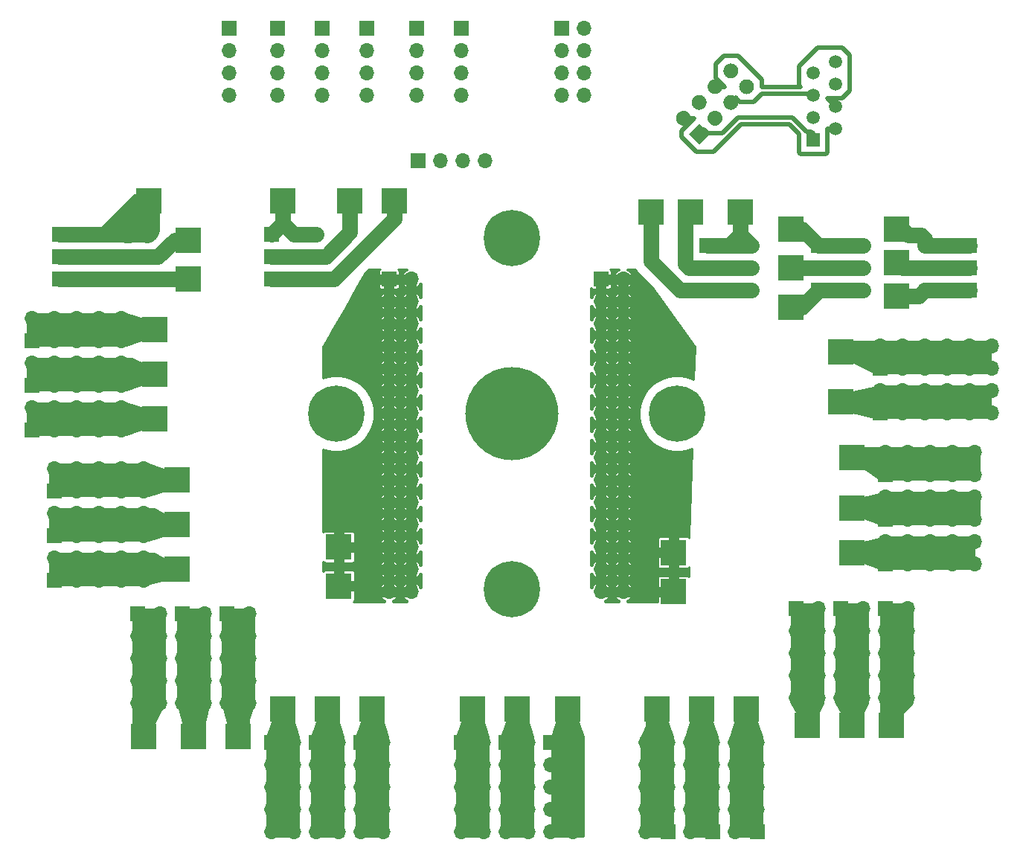
<source format=gbr>
%TF.GenerationSoftware,KiCad,Pcbnew,(5.1.9)-1*%
%TF.CreationDate,2021-04-12T23:14:18+02:00*%
%TF.ProjectId,Version1Male,56657273-696f-46e3-914d-616c652e6b69,rev?*%
%TF.SameCoordinates,Original*%
%TF.FileFunction,Copper,L1,Top*%
%TF.FilePolarity,Positive*%
%FSLAX46Y46*%
G04 Gerber Fmt 4.6, Leading zero omitted, Abs format (unit mm)*
G04 Created by KiCad (PCBNEW (5.1.9)-1) date 2021-04-12 23:14:18*
%MOMM*%
%LPD*%
G01*
G04 APERTURE LIST*
%TA.AperFunction,ComponentPad*%
%ADD10R,3.000000X3.000000*%
%TD*%
%TA.AperFunction,ComponentPad*%
%ADD11C,6.400000*%
%TD*%
%TA.AperFunction,ComponentPad*%
%ADD12C,1.500000*%
%TD*%
%TA.AperFunction,ComponentPad*%
%ADD13R,1.500000X1.500000*%
%TD*%
%TA.AperFunction,ComponentPad*%
%ADD14C,10.600000*%
%TD*%
%TA.AperFunction,ComponentPad*%
%ADD15O,1.700000X1.700000*%
%TD*%
%TA.AperFunction,ComponentPad*%
%ADD16R,1.700000X1.700000*%
%TD*%
%TA.AperFunction,ComponentPad*%
%ADD17C,0.100000*%
%TD*%
%TA.AperFunction,Conductor*%
%ADD18C,1.800000*%
%TD*%
%TA.AperFunction,Conductor*%
%ADD19C,2.500000*%
%TD*%
%TA.AperFunction,Conductor*%
%ADD20C,0.500000*%
%TD*%
%TA.AperFunction,Conductor*%
%ADD21C,0.254000*%
%TD*%
%TA.AperFunction,Conductor*%
%ADD22C,0.100000*%
%TD*%
G04 APERTURE END LIST*
D10*
%TO.P,TP43,1*%
%TO.N,XM4*%
X183515000Y-78105000D03*
%TD*%
%TO.P,TP42,1*%
%TO.N,-M4*%
X183515000Y-74295000D03*
%TD*%
%TO.P,TP41,1*%
%TO.N,+M4*%
X183515000Y-70485000D03*
%TD*%
%TO.P,TP40,1*%
%TO.N,GND_VB1*%
X177165000Y-90170000D03*
%TD*%
%TO.P,TP39,1*%
%TO.N,+12_VB1*%
X177165000Y-84455000D03*
%TD*%
%TO.P,TP38,1*%
%TO.N,GND_VA*%
X120015000Y-106680000D03*
%TD*%
%TO.P,TP38,1*%
%TO.N,GND_VA*%
X120015000Y-111125000D03*
%TD*%
%TO.P,TP37,1*%
%TO.N,+48_VA*%
X158115000Y-107315000D03*
%TD*%
%TO.P,TP37,1*%
%TO.N,+48_VA*%
X158115000Y-111760000D03*
%TD*%
%TO.P,TP36,1*%
%TO.N,XM3*%
X171450000Y-70485000D03*
%TD*%
%TO.P,TP35,1*%
%TO.N,-M3*%
X171450000Y-74930000D03*
%TD*%
%TO.P,TP34,1*%
%TO.N,+M3*%
X171450000Y-79375000D03*
%TD*%
%TO.P,TP33,1*%
%TO.N,XM2*%
X113665000Y-67310000D03*
%TD*%
%TO.P,TP32,1*%
%TO.N,-M2*%
X121285000Y-67310000D03*
%TD*%
%TO.P,TP31,1*%
%TO.N,+M2*%
X126365000Y-67310000D03*
%TD*%
%TO.P,TP30,1*%
%TO.N,XM1*%
X165735000Y-68580000D03*
%TD*%
%TO.P,TP29,1*%
%TO.N,-M1*%
X160020000Y-68580000D03*
%TD*%
%TO.P,TP28,1*%
%TO.N,+M1*%
X155575000Y-68580000D03*
%TD*%
%TO.P,TP27,1*%
%TO.N,XM0*%
X98425000Y-67310000D03*
%TD*%
%TO.P,TP26,1*%
%TO.N,-M0*%
X102870000Y-71755000D03*
%TD*%
%TO.P,TP25,1*%
%TO.N,+M0*%
X102870000Y-76200000D03*
%TD*%
%TO.P,TP24,1*%
%TO.N,T7B*%
X99060000Y-81915000D03*
%TD*%
%TO.P,TP23,1*%
%TO.N,T7G*%
X99060000Y-86995000D03*
%TD*%
%TO.P,TP22,1*%
%TO.N,T7R*%
X99060000Y-92075000D03*
%TD*%
%TO.P,TP21,1*%
%TO.N,T6B*%
X101600000Y-99060000D03*
%TD*%
%TO.P,TP20,1*%
%TO.N,T6G*%
X101600000Y-104140000D03*
%TD*%
%TO.P,TP19,1*%
%TO.N,T6R*%
X101600000Y-109220000D03*
%TD*%
%TO.P,TP18,1*%
%TO.N,T5B*%
X108585000Y-128270000D03*
%TD*%
%TO.P,TP17,1*%
%TO.N,T5G*%
X103505000Y-128270000D03*
%TD*%
%TO.P,TP16,1*%
%TO.N,T5R*%
X97790000Y-128270000D03*
%TD*%
%TO.P,TP15,1*%
%TO.N,T4B*%
X178435000Y-96520000D03*
%TD*%
%TO.P,TP14,1*%
%TO.N,T4G*%
X178435000Y-102235000D03*
%TD*%
%TO.P,TP13,1*%
%TO.N,T4R*%
X178435000Y-107315000D03*
%TD*%
%TO.P,TP12,1*%
%TO.N,T3B*%
X182880000Y-127000000D03*
%TD*%
%TO.P,TP11,1*%
%TO.N,T3G*%
X178435000Y-127000000D03*
%TD*%
%TO.P,TP10,1*%
%TO.N,T3R*%
X173355000Y-127000000D03*
%TD*%
%TO.P,TP9,1*%
%TO.N,T2B*%
X166370000Y-125095000D03*
%TD*%
%TO.P,TP8,1*%
%TO.N,T2G*%
X161290000Y-125095000D03*
%TD*%
%TO.P,TP7,1*%
%TO.N,T2R*%
X156210000Y-125095000D03*
%TD*%
%TO.P,TP6,1*%
%TO.N,T1B*%
X146050000Y-125095000D03*
%TD*%
%TO.P,TP5,1*%
%TO.N,T1G*%
X140335000Y-125095000D03*
%TD*%
%TO.P,TP4,1*%
%TO.N,T1R*%
X135255000Y-125095000D03*
%TD*%
%TO.P,TP3,1*%
%TO.N,T0B*%
X123825000Y-125095000D03*
%TD*%
%TO.P,TP2,1*%
%TO.N,T0G*%
X118745000Y-125095000D03*
%TD*%
%TO.P,TP1,1*%
%TO.N,T0R*%
X113665000Y-125095000D03*
%TD*%
D11*
%TO.P,REF\u002A\u002A,1*%
%TO.N,N/C*%
X139750000Y-71500000D03*
%TD*%
%TO.P,REF\u002A\u002A,1*%
%TO.N,N/C*%
X119750000Y-91500000D03*
%TD*%
%TO.P,REF\u002A\u002A,1*%
%TO.N,N/C*%
X139750000Y-111500000D03*
%TD*%
%TO.P,REF\u002A\u002A,1*%
%TO.N,N/C*%
X158500000Y-91500000D03*
%TD*%
D12*
%TO.P,J49,6*%
%TO.N,EthB+*%
X176530000Y-53975000D03*
%TO.P,J49,8*%
%TO.N,EthD+*%
X176530000Y-51435000D03*
%TO.P,J49,2*%
%TO.N,EthA+*%
X176530000Y-59055000D03*
D13*
%TO.P,J49,1*%
%TO.N,EthA-*%
X173990000Y-60325000D03*
D12*
%TO.P,J49,7*%
%TO.N,EthD-*%
X173990000Y-52705000D03*
%TO.P,J49,4*%
%TO.N,EthC-*%
X176530000Y-56515000D03*
%TO.P,J49,5*%
%TO.N,EthC+*%
X173990000Y-55245000D03*
%TO.P,J49,3*%
%TO.N,EthB-*%
X173990000Y-57785000D03*
%TD*%
D14*
%TO.P,REF\u002A\u002A,1*%
%TO.N,N/C*%
X139750000Y-91500000D03*
%TD*%
D15*
%TO.P,J59,8*%
%TO.N,USB0_TX+*%
X147955000Y-55245000D03*
%TO.P,J59,7*%
%TO.N,USB0_TX-*%
X145415000Y-55245000D03*
%TO.P,J59,6*%
%TO.N,USB0_RX-*%
X147955000Y-52705000D03*
%TO.P,J59,5*%
%TO.N,USB0_D+*%
X145415000Y-52705000D03*
%TO.P,J59,4*%
%TO.N,USB0_RX+*%
X147955000Y-50165000D03*
%TO.P,J59,3*%
%TO.N,USB0_D-*%
X145415000Y-50165000D03*
%TO.P,J59,2*%
%TO.N,GND*%
X147955000Y-47625000D03*
D16*
%TO.P,J59,1*%
%TO.N,5V*%
X145415000Y-47625000D03*
%TD*%
%TO.P,J58,8*%
%TO.N,EthD+*%
%TA.AperFunction,ComponentPad*%
G36*
G01*
X165229143Y-53106836D02*
X165229143Y-53106836D01*
G75*
G02*
X164027061Y-53106836I-601041J601041D01*
G01*
X164027061Y-53106836D01*
G75*
G02*
X164027061Y-51904754I601041J601041D01*
G01*
X164027061Y-51904754D01*
G75*
G02*
X165229143Y-51904754I601041J-601041D01*
G01*
X165229143Y-51904754D01*
G75*
G02*
X165229143Y-53106836I-601041J-601041D01*
G01*
G37*
%TD.AperFunction*%
%TO.P,J58,7*%
%TO.N,EthD-*%
%TA.AperFunction,ComponentPad*%
G36*
G01*
X167025195Y-54902887D02*
X167025195Y-54902887D01*
G75*
G02*
X165823113Y-54902887I-601041J601041D01*
G01*
X165823113Y-54902887D01*
G75*
G02*
X165823113Y-53700805I601041J601041D01*
G01*
X165823113Y-53700805D01*
G75*
G02*
X167025195Y-53700805I601041J-601041D01*
G01*
X167025195Y-53700805D01*
G75*
G02*
X167025195Y-54902887I-601041J-601041D01*
G01*
G37*
%TD.AperFunction*%
%TO.P,J58,6*%
%TO.N,EthC-*%
%TA.AperFunction,ComponentPad*%
G36*
G01*
X163433092Y-54902887D02*
X163433092Y-54902887D01*
G75*
G02*
X162231010Y-54902887I-601041J601041D01*
G01*
X162231010Y-54902887D01*
G75*
G02*
X162231010Y-53700805I601041J601041D01*
G01*
X162231010Y-53700805D01*
G75*
G02*
X163433092Y-53700805I601041J-601041D01*
G01*
X163433092Y-53700805D01*
G75*
G02*
X163433092Y-54902887I-601041J-601041D01*
G01*
G37*
%TD.AperFunction*%
%TO.P,J58,5*%
%TO.N,EthC+*%
%TA.AperFunction,ComponentPad*%
G36*
G01*
X165229143Y-56698939D02*
X165229143Y-56698939D01*
G75*
G02*
X164027061Y-56698939I-601041J601041D01*
G01*
X164027061Y-56698939D01*
G75*
G02*
X164027061Y-55496857I601041J601041D01*
G01*
X164027061Y-55496857D01*
G75*
G02*
X165229143Y-55496857I601041J-601041D01*
G01*
X165229143Y-55496857D01*
G75*
G02*
X165229143Y-56698939I-601041J-601041D01*
G01*
G37*
%TD.AperFunction*%
%TO.P,J58,4*%
%TO.N,EthB+*%
%TA.AperFunction,ComponentPad*%
G36*
G01*
X161637041Y-56698939D02*
X161637041Y-56698939D01*
G75*
G02*
X160434959Y-56698939I-601041J601041D01*
G01*
X160434959Y-56698939D01*
G75*
G02*
X160434959Y-55496857I601041J601041D01*
G01*
X160434959Y-55496857D01*
G75*
G02*
X161637041Y-55496857I601041J-601041D01*
G01*
X161637041Y-55496857D01*
G75*
G02*
X161637041Y-56698939I-601041J-601041D01*
G01*
G37*
%TD.AperFunction*%
%TO.P,J58,3*%
%TO.N,EthB-*%
%TA.AperFunction,ComponentPad*%
G36*
G01*
X163433092Y-58494990D02*
X163433092Y-58494990D01*
G75*
G02*
X162231010Y-58494990I-601041J601041D01*
G01*
X162231010Y-58494990D01*
G75*
G02*
X162231010Y-57292908I601041J601041D01*
G01*
X162231010Y-57292908D01*
G75*
G02*
X163433092Y-57292908I601041J-601041D01*
G01*
X163433092Y-57292908D01*
G75*
G02*
X163433092Y-58494990I-601041J-601041D01*
G01*
G37*
%TD.AperFunction*%
%TO.P,J58,2*%
%TO.N,EthA+*%
%TA.AperFunction,ComponentPad*%
G36*
G01*
X159840990Y-58494990D02*
X159840990Y-58494990D01*
G75*
G02*
X158638908Y-58494990I-601041J601041D01*
G01*
X158638908Y-58494990D01*
G75*
G02*
X158638908Y-57292908I601041J601041D01*
G01*
X158638908Y-57292908D01*
G75*
G02*
X159840990Y-57292908I601041J-601041D01*
G01*
X159840990Y-57292908D01*
G75*
G02*
X159840990Y-58494990I-601041J-601041D01*
G01*
G37*
%TD.AperFunction*%
%TA.AperFunction,ComponentPad*%
D17*
%TO.P,J58,1*%
%TO.N,EthA-*%
G36*
X162238082Y-59690000D02*
G01*
X161036000Y-60892082D01*
X159833918Y-59690000D01*
X161036000Y-58487918D01*
X162238082Y-59690000D01*
G37*
%TD.AperFunction*%
%TD*%
D15*
%TO.P,J57,3*%
%TO.N,XM4*%
X186690000Y-77470000D03*
%TO.P,J57,2*%
X189230000Y-77470000D03*
D16*
%TO.P,J57,1*%
X191770000Y-77470000D03*
%TD*%
D15*
%TO.P,J56,3*%
%TO.N,-M4*%
X186690000Y-74930000D03*
%TO.P,J56,2*%
X189230000Y-74930000D03*
D16*
%TO.P,J56,1*%
X191770000Y-74930000D03*
%TD*%
D15*
%TO.P,J55,10*%
%TO.N,T2B*%
X165100000Y-128970000D03*
%TO.P,J55,9*%
X167640000Y-128970000D03*
%TO.P,J55,8*%
X165100000Y-131510000D03*
%TO.P,J55,7*%
X167640000Y-131510000D03*
%TO.P,J55,6*%
X165100000Y-134050000D03*
%TO.P,J55,5*%
X167640000Y-134050000D03*
%TO.P,J55,4*%
X165100000Y-136590000D03*
%TO.P,J55,3*%
X167640000Y-136590000D03*
%TO.P,J55,2*%
X165100000Y-139130000D03*
D16*
%TO.P,J55,1*%
X167640000Y-139130000D03*
%TD*%
D15*
%TO.P,J54,10*%
%TO.N,T0G*%
X120015000Y-139065000D03*
%TO.P,J54,9*%
X117475000Y-139065000D03*
%TO.P,J54,8*%
X120015000Y-136525000D03*
%TO.P,J54,7*%
X117475000Y-136525000D03*
%TO.P,J54,6*%
X120015000Y-133985000D03*
%TO.P,J54,5*%
X117475000Y-133985000D03*
%TO.P,J54,4*%
X120015000Y-131445000D03*
%TO.P,J54,3*%
X117475000Y-131445000D03*
%TO.P,J54,2*%
X120015000Y-128905000D03*
D16*
%TO.P,J54,1*%
X117475000Y-128905000D03*
%TD*%
D15*
%TO.P,J53,10*%
%TO.N,T0R*%
X114935000Y-139065000D03*
%TO.P,J53,9*%
X112395000Y-139065000D03*
%TO.P,J53,8*%
X114935000Y-136525000D03*
%TO.P,J53,7*%
X112395000Y-136525000D03*
%TO.P,J53,6*%
X114935000Y-133985000D03*
%TO.P,J53,5*%
X112395000Y-133985000D03*
%TO.P,J53,4*%
X114935000Y-131445000D03*
%TO.P,J53,3*%
X112395000Y-131445000D03*
%TO.P,J53,2*%
X114935000Y-128905000D03*
D16*
%TO.P,J53,1*%
X112395000Y-128905000D03*
%TD*%
D15*
%TO.P,J52,10*%
%TO.N,T7B*%
X95250000Y-80645000D03*
%TO.P,J52,9*%
X95250000Y-83185000D03*
%TO.P,J52,8*%
X92710000Y-80645000D03*
%TO.P,J52,7*%
X92710000Y-83185000D03*
%TO.P,J52,6*%
X90170000Y-80645000D03*
%TO.P,J52,5*%
X90170000Y-83185000D03*
%TO.P,J52,4*%
X87630000Y-80645000D03*
%TO.P,J52,3*%
X87630000Y-83185000D03*
%TO.P,J52,2*%
X85090000Y-80645000D03*
D16*
%TO.P,J52,1*%
X85090000Y-83185000D03*
%TD*%
D15*
%TO.P,J51,10*%
%TO.N,T7G*%
X95250000Y-85725000D03*
%TO.P,J51,9*%
X95250000Y-88265000D03*
%TO.P,J51,8*%
X92710000Y-85725000D03*
%TO.P,J51,7*%
X92710000Y-88265000D03*
%TO.P,J51,6*%
X90170000Y-85725000D03*
%TO.P,J51,5*%
X90170000Y-88265000D03*
%TO.P,J51,4*%
X87630000Y-85725000D03*
%TO.P,J51,3*%
X87630000Y-88265000D03*
%TO.P,J51,2*%
X85090000Y-85725000D03*
D16*
%TO.P,J51,1*%
X85090000Y-88265000D03*
%TD*%
D15*
%TO.P,J50,10*%
%TO.N,T7R*%
X95250000Y-90805000D03*
%TO.P,J50,9*%
X95250000Y-93345000D03*
%TO.P,J50,8*%
X92710000Y-90805000D03*
%TO.P,J50,7*%
X92710000Y-93345000D03*
%TO.P,J50,6*%
X90170000Y-90805000D03*
%TO.P,J50,5*%
X90170000Y-93345000D03*
%TO.P,J50,4*%
X87630000Y-90805000D03*
%TO.P,J50,3*%
X87630000Y-93345000D03*
%TO.P,J50,2*%
X85090000Y-90805000D03*
D16*
%TO.P,J50,1*%
X85090000Y-93345000D03*
%TD*%
D15*
%TO.P,J48,10*%
%TO.N,T6B*%
X97790000Y-97790000D03*
%TO.P,J48,9*%
X97790000Y-100330000D03*
%TO.P,J48,8*%
X95250000Y-97790000D03*
%TO.P,J48,7*%
X95250000Y-100330000D03*
%TO.P,J48,6*%
X92710000Y-97790000D03*
%TO.P,J48,5*%
X92710000Y-100330000D03*
%TO.P,J48,4*%
X90170000Y-97790000D03*
%TO.P,J48,3*%
X90170000Y-100330000D03*
%TO.P,J48,2*%
X87630000Y-97790000D03*
D16*
%TO.P,J48,1*%
X87630000Y-100330000D03*
%TD*%
D15*
%TO.P,J47,10*%
%TO.N,T6G*%
X97790000Y-102870000D03*
%TO.P,J47,9*%
X97790000Y-105410000D03*
%TO.P,J47,8*%
X95250000Y-102870000D03*
%TO.P,J47,7*%
X95250000Y-105410000D03*
%TO.P,J47,6*%
X92710000Y-102870000D03*
%TO.P,J47,5*%
X92710000Y-105410000D03*
%TO.P,J47,4*%
X90170000Y-102870000D03*
%TO.P,J47,3*%
X90170000Y-105410000D03*
%TO.P,J47,2*%
X87630000Y-102870000D03*
D16*
%TO.P,J47,1*%
X87630000Y-105410000D03*
%TD*%
D15*
%TO.P,J46,10*%
%TO.N,T6R*%
X97790000Y-107950000D03*
%TO.P,J46,9*%
X97790000Y-110490000D03*
%TO.P,J46,8*%
X95250000Y-107950000D03*
%TO.P,J46,7*%
X95250000Y-110490000D03*
%TO.P,J46,6*%
X92710000Y-107950000D03*
%TO.P,J46,5*%
X92710000Y-110490000D03*
%TO.P,J46,4*%
X90170000Y-107950000D03*
%TO.P,J46,3*%
X90170000Y-110490000D03*
%TO.P,J46,2*%
X87630000Y-107950000D03*
D16*
%TO.P,J46,1*%
X87630000Y-110490000D03*
%TD*%
D15*
%TO.P,J45,5*%
%TO.N,XM0*%
X98425000Y-71120000D03*
%TO.P,J45,4*%
X95885000Y-71120000D03*
%TO.P,J45,3*%
X93345000Y-71120000D03*
%TO.P,J45,2*%
X90805000Y-71120000D03*
D16*
%TO.P,J45,1*%
X88265000Y-71120000D03*
%TD*%
D15*
%TO.P,J44,10*%
%TO.N,T5B*%
X109855000Y-124460000D03*
%TO.P,J44,9*%
X107315000Y-124460000D03*
%TO.P,J44,8*%
X109855000Y-121920000D03*
%TO.P,J44,7*%
X107315000Y-121920000D03*
%TO.P,J44,6*%
X109855000Y-119380000D03*
%TO.P,J44,5*%
X107315000Y-119380000D03*
%TO.P,J44,4*%
X109855000Y-116840000D03*
%TO.P,J44,3*%
X107315000Y-116840000D03*
%TO.P,J44,2*%
X109855000Y-114300000D03*
D16*
%TO.P,J44,1*%
X107315000Y-114300000D03*
%TD*%
D15*
%TO.P,J43,10*%
%TO.N,T5G*%
X104775000Y-124460000D03*
%TO.P,J43,9*%
X102235000Y-124460000D03*
%TO.P,J43,8*%
X104775000Y-121920000D03*
%TO.P,J43,7*%
X102235000Y-121920000D03*
%TO.P,J43,6*%
X104775000Y-119380000D03*
%TO.P,J43,5*%
X102235000Y-119380000D03*
%TO.P,J43,4*%
X104775000Y-116840000D03*
%TO.P,J43,3*%
X102235000Y-116840000D03*
%TO.P,J43,2*%
X104775000Y-114300000D03*
D16*
%TO.P,J43,1*%
X102235000Y-114300000D03*
%TD*%
D15*
%TO.P,J42,10*%
%TO.N,T5R*%
X99695000Y-124460000D03*
%TO.P,J42,9*%
X97155000Y-124460000D03*
%TO.P,J42,8*%
X99695000Y-121920000D03*
%TO.P,J42,7*%
X97155000Y-121920000D03*
%TO.P,J42,6*%
X99695000Y-119380000D03*
%TO.P,J42,5*%
X97155000Y-119380000D03*
%TO.P,J42,4*%
X99695000Y-116840000D03*
%TO.P,J42,3*%
X97155000Y-116840000D03*
%TO.P,J42,2*%
X99695000Y-114300000D03*
D16*
%TO.P,J42,1*%
X97155000Y-114300000D03*
%TD*%
D15*
%TO.P,J41,10*%
%TO.N,T4B*%
X192405000Y-95885000D03*
%TO.P,J41,9*%
X192405000Y-98425000D03*
%TO.P,J41,8*%
X189865000Y-95885000D03*
%TO.P,J41,7*%
X189865000Y-98425000D03*
%TO.P,J41,6*%
X187325000Y-95885000D03*
%TO.P,J41,5*%
X187325000Y-98425000D03*
%TO.P,J41,4*%
X184785000Y-95885000D03*
%TO.P,J41,3*%
X184785000Y-98425000D03*
%TO.P,J41,2*%
X182245000Y-95885000D03*
D16*
%TO.P,J41,1*%
X182245000Y-98425000D03*
%TD*%
D15*
%TO.P,J40,10*%
%TO.N,T4G*%
X192405000Y-100965000D03*
%TO.P,J40,9*%
X192405000Y-103505000D03*
%TO.P,J40,8*%
X189865000Y-100965000D03*
%TO.P,J40,7*%
X189865000Y-103505000D03*
%TO.P,J40,6*%
X187325000Y-100965000D03*
%TO.P,J40,5*%
X187325000Y-103505000D03*
%TO.P,J40,4*%
X184785000Y-100965000D03*
%TO.P,J40,3*%
X184785000Y-103505000D03*
%TO.P,J40,2*%
X182245000Y-100965000D03*
D16*
%TO.P,J40,1*%
X182245000Y-103505000D03*
%TD*%
D15*
%TO.P,J39,10*%
%TO.N,T4R*%
X192405000Y-106045000D03*
%TO.P,J39,9*%
X192405000Y-108585000D03*
%TO.P,J39,8*%
X189865000Y-106045000D03*
%TO.P,J39,7*%
X189865000Y-108585000D03*
%TO.P,J39,6*%
X187325000Y-106045000D03*
%TO.P,J39,5*%
X187325000Y-108585000D03*
%TO.P,J39,4*%
X184785000Y-106045000D03*
%TO.P,J39,3*%
X184785000Y-108585000D03*
%TO.P,J39,2*%
X182245000Y-106045000D03*
D16*
%TO.P,J39,1*%
X182245000Y-108585000D03*
%TD*%
D15*
%TO.P,J38,10*%
%TO.N,T3B*%
X184785000Y-123825000D03*
%TO.P,J38,9*%
X182245000Y-123825000D03*
%TO.P,J38,8*%
X184785000Y-121285000D03*
%TO.P,J38,7*%
X182245000Y-121285000D03*
%TO.P,J38,6*%
X184785000Y-118745000D03*
%TO.P,J38,5*%
X182245000Y-118745000D03*
%TO.P,J38,4*%
X184785000Y-116205000D03*
%TO.P,J38,3*%
X182245000Y-116205000D03*
%TO.P,J38,2*%
X184785000Y-113665000D03*
D16*
%TO.P,J38,1*%
X182245000Y-113665000D03*
%TD*%
D15*
%TO.P,J37,3*%
%TO.N,+M4*%
X186690000Y-72390000D03*
%TO.P,J37,2*%
X189230000Y-72390000D03*
D16*
%TO.P,J37,1*%
X191770000Y-72390000D03*
%TD*%
D15*
%TO.P,J36,3*%
%TO.N,XM3*%
X179705000Y-72390000D03*
%TO.P,J36,2*%
X177165000Y-72390000D03*
D16*
%TO.P,J36,1*%
X174625000Y-72390000D03*
%TD*%
D15*
%TO.P,J35,3*%
%TO.N,XM2*%
X117475000Y-71120000D03*
%TO.P,J35,2*%
X114935000Y-71120000D03*
D16*
%TO.P,J35,1*%
X112395000Y-71120000D03*
%TD*%
D15*
%TO.P,J34,3*%
%TO.N,XM1*%
X167005000Y-72390000D03*
%TO.P,J34,2*%
X164465000Y-72390000D03*
D16*
%TO.P,J34,1*%
X161925000Y-72390000D03*
%TD*%
D15*
%TO.P,J33,5*%
%TO.N,-M0*%
X98425000Y-73660000D03*
%TO.P,J33,4*%
X95885000Y-73660000D03*
%TO.P,J33,3*%
X93345000Y-73660000D03*
%TO.P,J33,2*%
X90805000Y-73660000D03*
D16*
%TO.P,J33,1*%
X88265000Y-73660000D03*
%TD*%
D15*
%TO.P,J32,10*%
%TO.N,T3G*%
X179705000Y-123825000D03*
%TO.P,J32,9*%
X177165000Y-123825000D03*
%TO.P,J32,8*%
X179705000Y-121285000D03*
%TO.P,J32,7*%
X177165000Y-121285000D03*
%TO.P,J32,6*%
X179705000Y-118745000D03*
%TO.P,J32,5*%
X177165000Y-118745000D03*
%TO.P,J32,4*%
X179705000Y-116205000D03*
%TO.P,J32,3*%
X177165000Y-116205000D03*
%TO.P,J32,2*%
X179705000Y-113665000D03*
D16*
%TO.P,J32,1*%
X177165000Y-113665000D03*
%TD*%
D15*
%TO.P,J31,10*%
%TO.N,T3R*%
X174625000Y-123825000D03*
%TO.P,J31,9*%
X172085000Y-123825000D03*
%TO.P,J31,8*%
X174625000Y-121285000D03*
%TO.P,J31,7*%
X172085000Y-121285000D03*
%TO.P,J31,6*%
X174625000Y-118745000D03*
%TO.P,J31,5*%
X172085000Y-118745000D03*
%TO.P,J31,4*%
X174625000Y-116205000D03*
%TO.P,J31,3*%
X172085000Y-116205000D03*
%TO.P,J31,2*%
X174625000Y-113665000D03*
D16*
%TO.P,J31,1*%
X172085000Y-113665000D03*
%TD*%
D15*
%TO.P,J30,10*%
%TO.N,T2G*%
X160020000Y-128970000D03*
%TO.P,J30,9*%
X162560000Y-128970000D03*
%TO.P,J30,8*%
X160020000Y-131510000D03*
%TO.P,J30,7*%
X162560000Y-131510000D03*
%TO.P,J30,6*%
X160020000Y-134050000D03*
%TO.P,J30,5*%
X162560000Y-134050000D03*
%TO.P,J30,4*%
X160020000Y-136590000D03*
%TO.P,J30,3*%
X162560000Y-136590000D03*
%TO.P,J30,2*%
X160020000Y-139130000D03*
D16*
%TO.P,J30,1*%
X162560000Y-139130000D03*
%TD*%
D15*
%TO.P,J29,10*%
%TO.N,T2R*%
X154940000Y-128970000D03*
%TO.P,J29,9*%
X157480000Y-128970000D03*
%TO.P,J29,8*%
X154940000Y-131510000D03*
%TO.P,J29,7*%
X157480000Y-131510000D03*
%TO.P,J29,6*%
X154940000Y-134050000D03*
%TO.P,J29,5*%
X157480000Y-134050000D03*
%TO.P,J29,4*%
X154940000Y-136590000D03*
%TO.P,J29,3*%
X157480000Y-136590000D03*
%TO.P,J29,2*%
X154940000Y-139130000D03*
D16*
%TO.P,J29,1*%
X157480000Y-139130000D03*
%TD*%
D15*
%TO.P,J28,10*%
%TO.N,T1B*%
X146685000Y-139065000D03*
%TO.P,J28,9*%
X144145000Y-139065000D03*
%TO.P,J28,8*%
X146685000Y-136525000D03*
%TO.P,J28,7*%
X144145000Y-136525000D03*
%TO.P,J28,6*%
X146685000Y-133985000D03*
%TO.P,J28,5*%
X144145000Y-133985000D03*
%TO.P,J28,4*%
X146685000Y-131445000D03*
%TO.P,J28,3*%
X144145000Y-131445000D03*
%TO.P,J28,2*%
X146685000Y-128905000D03*
D16*
%TO.P,J28,1*%
X144145000Y-128905000D03*
%TD*%
D15*
%TO.P,J27,10*%
%TO.N,T1G*%
X141605000Y-139065000D03*
%TO.P,J27,9*%
X139065000Y-139065000D03*
%TO.P,J27,8*%
X141605000Y-136525000D03*
%TO.P,J27,7*%
X139065000Y-136525000D03*
%TO.P,J27,6*%
X141605000Y-133985000D03*
%TO.P,J27,5*%
X139065000Y-133985000D03*
%TO.P,J27,4*%
X141605000Y-131445000D03*
%TO.P,J27,3*%
X139065000Y-131445000D03*
%TO.P,J27,2*%
X141605000Y-128905000D03*
D16*
%TO.P,J27,1*%
X139065000Y-128905000D03*
%TD*%
D15*
%TO.P,J26,10*%
%TO.N,T1R*%
X136525000Y-139065000D03*
%TO.P,J26,9*%
X133985000Y-139065000D03*
%TO.P,J26,8*%
X136525000Y-136525000D03*
%TO.P,J26,7*%
X133985000Y-136525000D03*
%TO.P,J26,6*%
X136525000Y-133985000D03*
%TO.P,J26,5*%
X133985000Y-133985000D03*
%TO.P,J26,4*%
X136525000Y-131445000D03*
%TO.P,J26,3*%
X133985000Y-131445000D03*
%TO.P,J26,2*%
X136525000Y-128905000D03*
D16*
%TO.P,J26,1*%
X133985000Y-128905000D03*
%TD*%
D15*
%TO.P,J25,3*%
%TO.N,-M3*%
X179705000Y-74930000D03*
%TO.P,J25,2*%
X177165000Y-74930000D03*
D16*
%TO.P,J25,1*%
X174625000Y-74930000D03*
%TD*%
D15*
%TO.P,J24,3*%
%TO.N,-M2*%
X117475000Y-73660000D03*
%TO.P,J24,2*%
X114935000Y-73660000D03*
D16*
%TO.P,J24,1*%
X112395000Y-73660000D03*
%TD*%
D15*
%TO.P,J23,3*%
%TO.N,-M1*%
X167005000Y-74930000D03*
%TO.P,J23,2*%
X164465000Y-74930000D03*
D16*
%TO.P,J23,1*%
X161925000Y-74930000D03*
%TD*%
D15*
%TO.P,J22,5*%
%TO.N,+M0*%
X98425000Y-76200000D03*
%TO.P,J22,4*%
X95885000Y-76200000D03*
%TO.P,J22,3*%
X93345000Y-76200000D03*
%TO.P,J22,2*%
X90805000Y-76200000D03*
D16*
%TO.P,J22,1*%
X88265000Y-76200000D03*
%TD*%
D15*
%TO.P,J21,3*%
%TO.N,+M3*%
X179705000Y-77470000D03*
%TO.P,J21,2*%
X177165000Y-77470000D03*
D16*
%TO.P,J21,1*%
X174625000Y-77470000D03*
%TD*%
D15*
%TO.P,J20,3*%
%TO.N,+M2*%
X117475000Y-76200000D03*
%TO.P,J20,2*%
X114935000Y-76200000D03*
D16*
%TO.P,J20,1*%
X112395000Y-76200000D03*
%TD*%
D15*
%TO.P,J19,3*%
%TO.N,+M1*%
X167005000Y-77470000D03*
%TO.P,J19,2*%
X164465000Y-77470000D03*
D16*
%TO.P,J19,1*%
X161925000Y-77470000D03*
%TD*%
D15*
%TO.P,J18,10*%
%TO.N,T0B*%
X125095000Y-139065000D03*
%TO.P,J18,9*%
X122555000Y-139065000D03*
%TO.P,J18,8*%
X125095000Y-136525000D03*
%TO.P,J18,7*%
X122555000Y-136525000D03*
%TO.P,J18,6*%
X125095000Y-133985000D03*
%TO.P,J18,5*%
X122555000Y-133985000D03*
%TO.P,J18,4*%
X125095000Y-131445000D03*
%TO.P,J18,3*%
X122555000Y-131445000D03*
%TO.P,J18,2*%
X125095000Y-128905000D03*
D16*
%TO.P,J18,1*%
X122555000Y-128905000D03*
%TD*%
D15*
%TO.P,J17,4*%
%TO.N,RF4*%
X113030000Y-55245000D03*
%TO.P,J17,3*%
%TO.N,RF3*%
X113030000Y-52705000D03*
%TO.P,J17,2*%
%TO.N,RF2*%
X113030000Y-50165000D03*
D16*
%TO.P,J17,1*%
%TO.N,RF1*%
X113030000Y-47625000D03*
%TD*%
D15*
%TO.P,J15,4*%
%TO.N,SCL*%
X136652000Y-62738000D03*
%TO.P,J15,3*%
%TO.N,SDA*%
X134112000Y-62738000D03*
%TO.P,J15,2*%
%TO.N,3V3*%
X131572000Y-62738000D03*
D16*
%TO.P,J15,1*%
%TO.N,GND*%
X129032000Y-62738000D03*
%TD*%
D15*
%TO.P,J14,4*%
%TO.N,RD4*%
X107560000Y-55245000D03*
%TO.P,J14,3*%
%TO.N,RD3*%
X107560000Y-52705000D03*
%TO.P,J14,2*%
%TO.N,RD2*%
X107560000Y-50165000D03*
D16*
%TO.P,J14,1*%
%TO.N,RD1*%
X107560000Y-47625000D03*
%TD*%
D15*
%TO.P,J12,4*%
%TO.N,RB4*%
X128905000Y-55245000D03*
%TO.P,J12,3*%
%TO.N,RB3*%
X128905000Y-52705000D03*
%TO.P,J12,2*%
%TO.N,RB2*%
X128905000Y-50165000D03*
D16*
%TO.P,J12,1*%
%TO.N,RB1*%
X128905000Y-47625000D03*
%TD*%
D15*
%TO.P,J9,4*%
%TO.N,RE4*%
X133985000Y-55245000D03*
%TO.P,J9,3*%
%TO.N,RE3*%
X133985000Y-52705000D03*
%TO.P,J9,2*%
%TO.N,RE2*%
X133985000Y-50165000D03*
D16*
%TO.P,J9,1*%
%TO.N,RE1*%
X133985000Y-47625000D03*
%TD*%
D15*
%TO.P,J7,12*%
%TO.N,GND_VB1*%
X194310000Y-88900000D03*
%TO.P,J7,11*%
X194310000Y-91440000D03*
%TO.P,J7,10*%
X191770000Y-88900000D03*
%TO.P,J7,9*%
X191770000Y-91440000D03*
%TO.P,J7,8*%
X189230000Y-88900000D03*
%TO.P,J7,7*%
X189230000Y-91440000D03*
%TO.P,J7,6*%
X186690000Y-88900000D03*
%TO.P,J7,5*%
X186690000Y-91440000D03*
%TO.P,J7,4*%
X184150000Y-88900000D03*
%TO.P,J7,3*%
X184150000Y-91440000D03*
%TO.P,J7,2*%
X181610000Y-88900000D03*
D16*
%TO.P,J7,1*%
X181610000Y-91440000D03*
%TD*%
D15*
%TO.P,J6,4*%
%TO.N,RC4*%
X123190000Y-55245000D03*
%TO.P,J6,3*%
%TO.N,RC3*%
X123190000Y-52705000D03*
%TO.P,J6,2*%
%TO.N,RC2*%
X123190000Y-50165000D03*
D16*
%TO.P,J6,1*%
%TO.N,RC1*%
X123190000Y-47625000D03*
%TD*%
D15*
%TO.P,J4,4*%
%TO.N,RA4*%
X118110000Y-55245000D03*
%TO.P,J4,3*%
%TO.N,RA3*%
X118110000Y-52705000D03*
%TO.P,J4,2*%
%TO.N,RA2*%
X118110000Y-50165000D03*
D16*
%TO.P,J4,1*%
%TO.N,RA1*%
X118110000Y-47625000D03*
%TD*%
D15*
%TO.P,J3,30*%
%TO.N,GND_VA*%
X128270000Y-111760000D03*
%TO.P,J3,29*%
X125730000Y-111760000D03*
%TO.P,J3,28*%
X128270000Y-109220000D03*
%TO.P,J3,27*%
X125730000Y-109220000D03*
%TO.P,J3,26*%
X128270000Y-106680000D03*
%TO.P,J3,25*%
X125730000Y-106680000D03*
%TO.P,J3,24*%
X128270000Y-104140000D03*
%TO.P,J3,23*%
X125730000Y-104140000D03*
%TO.P,J3,22*%
X128270000Y-101600000D03*
%TO.P,J3,21*%
X125730000Y-101600000D03*
%TO.P,J3,20*%
X128270000Y-99060000D03*
%TO.P,J3,19*%
X125730000Y-99060000D03*
%TO.P,J3,18*%
X128270000Y-96520000D03*
%TO.P,J3,17*%
X125730000Y-96520000D03*
%TO.P,J3,16*%
X128270000Y-93980000D03*
%TO.P,J3,15*%
X125730000Y-93980000D03*
%TO.P,J3,14*%
X128270000Y-91440000D03*
%TO.P,J3,13*%
X125730000Y-91440000D03*
%TO.P,J3,12*%
X128270000Y-88900000D03*
%TO.P,J3,11*%
X125730000Y-88900000D03*
%TO.P,J3,10*%
X128270000Y-86360000D03*
%TO.P,J3,9*%
X125730000Y-86360000D03*
%TO.P,J3,8*%
X128270000Y-83820000D03*
%TO.P,J3,7*%
X125730000Y-83820000D03*
%TO.P,J3,6*%
X128270000Y-81280000D03*
%TO.P,J3,5*%
X125730000Y-81280000D03*
%TO.P,J3,4*%
X128270000Y-78740000D03*
%TO.P,J3,3*%
X125730000Y-78740000D03*
%TO.P,J3,2*%
X128270000Y-76200000D03*
D16*
%TO.P,J3,1*%
X125730000Y-76200000D03*
%TD*%
D15*
%TO.P,J2,12*%
%TO.N,+12_VB1*%
X194310000Y-83820000D03*
%TO.P,J2,11*%
X194310000Y-86360000D03*
%TO.P,J2,10*%
X191770000Y-83820000D03*
%TO.P,J2,9*%
X191770000Y-86360000D03*
%TO.P,J2,8*%
X189230000Y-83820000D03*
%TO.P,J2,7*%
X189230000Y-86360000D03*
%TO.P,J2,6*%
X186690000Y-83820000D03*
%TO.P,J2,5*%
X186690000Y-86360000D03*
%TO.P,J2,4*%
X184150000Y-83820000D03*
%TO.P,J2,3*%
X184150000Y-86360000D03*
%TO.P,J2,2*%
X181610000Y-83820000D03*
D16*
%TO.P,J2,1*%
X181610000Y-86360000D03*
%TD*%
D15*
%TO.P,J1,30*%
%TO.N,+48_VA*%
X152400000Y-111760000D03*
%TO.P,J1,29*%
X149860000Y-111760000D03*
%TO.P,J1,28*%
X152400000Y-109220000D03*
%TO.P,J1,27*%
X149860000Y-109220000D03*
%TO.P,J1,26*%
X152400000Y-106680000D03*
%TO.P,J1,25*%
X149860000Y-106680000D03*
%TO.P,J1,24*%
X152400000Y-104140000D03*
%TO.P,J1,23*%
X149860000Y-104140000D03*
%TO.P,J1,22*%
X152400000Y-101600000D03*
%TO.P,J1,21*%
X149860000Y-101600000D03*
%TO.P,J1,20*%
X152400000Y-99060000D03*
%TO.P,J1,19*%
X149860000Y-99060000D03*
%TO.P,J1,18*%
X152400000Y-96520000D03*
%TO.P,J1,17*%
X149860000Y-96520000D03*
%TO.P,J1,16*%
X152400000Y-93980000D03*
%TO.P,J1,15*%
X149860000Y-93980000D03*
%TO.P,J1,14*%
X152400000Y-91440000D03*
%TO.P,J1,13*%
X149860000Y-91440000D03*
%TO.P,J1,12*%
X152400000Y-88900000D03*
%TO.P,J1,11*%
X149860000Y-88900000D03*
%TO.P,J1,10*%
X152400000Y-86360000D03*
%TO.P,J1,9*%
X149860000Y-86360000D03*
%TO.P,J1,8*%
X152400000Y-83820000D03*
%TO.P,J1,7*%
X149860000Y-83820000D03*
%TO.P,J1,6*%
X152400000Y-81280000D03*
%TO.P,J1,5*%
X149860000Y-81280000D03*
%TO.P,J1,4*%
X152400000Y-78740000D03*
%TO.P,J1,3*%
X149860000Y-78740000D03*
%TO.P,J1,2*%
X152400000Y-76200000D03*
D16*
%TO.P,J1,1*%
X149860000Y-76200000D03*
%TD*%
D18*
%TO.N,+M1*%
X155575000Y-74155550D02*
X158889450Y-77470000D01*
X155575000Y-68580000D02*
X155575000Y-74155550D01*
X158889450Y-77470000D02*
X167005000Y-77470000D01*
%TO.N,+M2*%
X126365000Y-67310000D02*
X126365000Y-69301096D01*
X119466096Y-76200000D02*
X112395000Y-76200000D01*
X126365000Y-69301096D02*
X119466096Y-76200000D01*
%TO.N,+M3*%
X172720000Y-79375000D02*
X174625000Y-77470000D01*
X171450000Y-79375000D02*
X172720000Y-79375000D01*
X174625000Y-77470000D02*
X179705000Y-77470000D01*
%TO.N,+M0*%
X102870000Y-76200000D02*
X88265000Y-76200000D01*
%TO.N,-M1*%
X159884998Y-74930000D02*
X167005000Y-74930000D01*
X159474999Y-74520001D02*
X159884998Y-74930000D01*
X159474999Y-69125001D02*
X159474999Y-74520001D01*
X160020000Y-68580000D02*
X159474999Y-69125001D01*
%TO.N,-M2*%
X117514990Y-73620010D02*
X117475000Y-73660000D01*
X118510538Y-73620010D02*
X117514990Y-73620010D01*
X121285000Y-70845548D02*
X118510538Y-73620010D01*
X121285000Y-67310000D02*
X121285000Y-70845548D01*
X117475000Y-73660000D02*
X112395000Y-73660000D01*
%TO.N,-M3*%
X171450000Y-74930000D02*
X179705000Y-74930000D01*
%TO.N,-M0*%
X101325548Y-71755000D02*
X99420548Y-73660000D01*
X99420548Y-73660000D02*
X98425000Y-73660000D01*
X102870000Y-71755000D02*
X101325548Y-71755000D01*
X98425000Y-73660000D02*
X88265000Y-73660000D01*
%TO.N,XM1*%
X165735000Y-71120000D02*
X167005000Y-72390000D01*
X165735000Y-71120000D02*
X164465000Y-72390000D01*
X165735000Y-68580000D02*
X165735000Y-71120000D01*
X167005000Y-72390000D02*
X161975009Y-72390000D01*
%TO.N,XM2*%
X113665000Y-69850000D02*
X112395000Y-71120000D01*
X113665000Y-69850000D02*
X114935000Y-71120000D01*
X113665000Y-67310000D02*
X113665000Y-69850000D01*
X114935000Y-71120000D02*
X117475000Y-71120000D01*
%TO.N,XM3*%
X172720000Y-70485000D02*
X174625000Y-72390000D01*
X171450000Y-70485000D02*
X172720000Y-70485000D01*
X174625000Y-72390000D02*
X179705000Y-72390000D01*
%TO.N,+M4*%
X184150000Y-70485000D02*
X184859999Y-71194999D01*
X183515000Y-70485000D02*
X184150000Y-70485000D01*
X186690000Y-71589998D02*
X186690000Y-72390000D01*
X186295001Y-71194999D02*
X186690000Y-71589998D01*
X184859999Y-71194999D02*
X186295001Y-71194999D01*
X186690000Y-72390000D02*
X191770000Y-72390000D01*
%TO.N,XM0*%
X97155000Y-67310000D02*
X93345000Y-71120000D01*
X98425000Y-67310000D02*
X97155000Y-67310000D01*
X98425000Y-71120000D02*
X88265000Y-71120000D01*
D19*
X98425000Y-70625026D02*
X98240036Y-70809990D01*
X98425000Y-67310000D02*
X98425000Y-70625026D01*
X96195010Y-70809990D02*
X95885000Y-70809990D01*
X98425000Y-68580000D02*
X96195010Y-70809990D01*
X98425000Y-67310000D02*
X98425000Y-68580000D01*
D18*
%TO.N,-M4*%
X191770000Y-74930000D02*
X186690000Y-74930000D01*
X184150000Y-74930000D02*
X183515000Y-74295000D01*
X186690000Y-74930000D02*
X184150000Y-74930000D01*
%TO.N,XM4*%
X186055000Y-78105000D02*
X186690000Y-77470000D01*
X183515000Y-78105000D02*
X186055000Y-78105000D01*
X186690000Y-77470000D02*
X191770000Y-77470000D01*
D20*
%TO.N,EthC+*%
X164628102Y-56097898D02*
X165166153Y-55559847D01*
X165166153Y-55559847D02*
X165608153Y-56001847D01*
X165608153Y-56001847D02*
X167240155Y-56001847D01*
X167240155Y-56001847D02*
X168124155Y-55117847D01*
X168124155Y-55117847D02*
X168124155Y-55101846D01*
X168124155Y-55101846D02*
X173985475Y-55101846D01*
X173985475Y-55101846D02*
X173990000Y-55106371D01*
X173990000Y-55106371D02*
X173990000Y-55245000D01*
%TO.N,EthA+*%
X176530000Y-59055000D02*
X175590001Y-59055000D01*
X162631268Y-61742092D02*
X160683914Y-61742092D01*
X158983908Y-59337914D02*
X160427873Y-57893949D01*
X175590001Y-59055000D02*
X175590001Y-61755001D01*
X171303530Y-58597890D02*
X165775470Y-58597890D01*
X175590001Y-61755001D02*
X175420001Y-61925001D01*
X175420001Y-61925001D02*
X172559999Y-61925001D01*
X158983908Y-60042086D02*
X158983908Y-59337914D01*
X172559999Y-61925001D02*
X172389999Y-61755001D01*
X172389999Y-61755001D02*
X172389999Y-59684359D01*
X172389999Y-59684359D02*
X171303530Y-58597890D01*
X160427873Y-57893949D02*
X159239949Y-57893949D01*
X165775470Y-58597890D02*
X162631268Y-61742092D01*
X160683914Y-61742092D02*
X158983908Y-60042086D01*
%TO.N,EthA-*%
X163648052Y-59593950D02*
X162016050Y-59593950D01*
X171634897Y-57797899D02*
X165444103Y-57797899D01*
X173221999Y-59385001D02*
X171634897Y-57797899D01*
X173754315Y-59385001D02*
X173221999Y-59385001D01*
X173990000Y-59620686D02*
X173754315Y-59385001D01*
X173990000Y-60325000D02*
X173990000Y-59620686D01*
X162016050Y-59593950D02*
X161574050Y-59151950D01*
X165444103Y-57797899D02*
X163648052Y-59593950D01*
X161574050Y-59151950D02*
X161036000Y-59690000D01*
%TO.N,EthC-*%
X175590001Y-55575001D02*
X176530000Y-56515000D01*
X177298001Y-55575001D02*
X175590001Y-55575001D01*
X178130001Y-54743001D02*
X177298001Y-55575001D01*
X177298001Y-49834999D02*
X178130001Y-50666999D01*
X174491999Y-49834999D02*
X177298001Y-49834999D01*
X172389999Y-51936999D02*
X174491999Y-49834999D01*
X172565152Y-54301846D02*
X172389999Y-54126693D01*
X168124155Y-54301846D02*
X172565152Y-54301846D01*
X168124155Y-53485846D02*
X168124155Y-54301846D01*
X178130001Y-50666999D02*
X178130001Y-54743001D01*
X165444103Y-50805794D02*
X168124155Y-53485846D01*
X163812101Y-50805794D02*
X165444103Y-50805794D01*
X172389999Y-54126693D02*
X172389999Y-51936999D01*
X162832051Y-54301846D02*
X163908151Y-54301846D01*
X163908151Y-54301846D02*
X162928101Y-53321796D01*
X162928101Y-53321796D02*
X162928101Y-51689794D01*
X162928101Y-51689794D02*
X163812101Y-50805794D01*
%TD*%
D21*
%TO.N,+48_VA*%
X151926998Y-75203950D02*
X151764218Y-75209463D01*
X151583190Y-75352531D01*
X151433552Y-75528167D01*
X151409488Y-75564222D01*
X151412152Y-75727000D01*
X151927000Y-75727000D01*
X151927000Y-75707000D01*
X152873000Y-75707000D01*
X152873000Y-75727000D01*
X153387848Y-75727000D01*
X153390512Y-75564222D01*
X153366448Y-75528167D01*
X153216810Y-75352531D01*
X153035782Y-75209463D01*
X152873002Y-75203950D01*
X152873002Y-75057000D01*
X153758446Y-75057000D01*
X153881458Y-75287139D01*
X154134761Y-75595790D01*
X154212102Y-75659262D01*
X155814156Y-77261316D01*
X160526798Y-83859015D01*
X160416466Y-87610315D01*
X159762139Y-87339284D01*
X158926172Y-87173000D01*
X158073828Y-87173000D01*
X157237861Y-87339284D01*
X156450397Y-87665462D01*
X155741698Y-88138999D01*
X155138999Y-88741698D01*
X154665462Y-89450397D01*
X154339284Y-90237861D01*
X154173000Y-91073828D01*
X154173000Y-91926172D01*
X154339284Y-92762139D01*
X154665462Y-93549603D01*
X155138999Y-94258302D01*
X155741698Y-94861001D01*
X156450397Y-95334538D01*
X157237861Y-95660716D01*
X158073828Y-95827000D01*
X158926172Y-95827000D01*
X159762139Y-95660716D01*
X160184839Y-95485628D01*
X159893055Y-105406266D01*
X159893000Y-105410000D01*
X159893000Y-105641419D01*
X159888206Y-105632450D01*
X159847343Y-105582657D01*
X159797550Y-105541794D01*
X159740743Y-105511430D01*
X159679103Y-105492732D01*
X159615000Y-105486418D01*
X158669750Y-105488000D01*
X158588000Y-105569750D01*
X158588000Y-106842000D01*
X158608000Y-106842000D01*
X158608000Y-107788000D01*
X158588000Y-107788000D01*
X158588000Y-109060250D01*
X158669750Y-109142000D01*
X159615000Y-109143582D01*
X159679103Y-109137268D01*
X159740743Y-109118570D01*
X159797550Y-109088206D01*
X159847343Y-109047343D01*
X159888206Y-108997550D01*
X159893000Y-108988581D01*
X159893000Y-110086419D01*
X159888206Y-110077450D01*
X159847343Y-110027657D01*
X159797550Y-109986794D01*
X159740743Y-109956430D01*
X159679103Y-109937732D01*
X159615000Y-109931418D01*
X158669750Y-109933000D01*
X158588000Y-110014750D01*
X158588000Y-111287000D01*
X158608000Y-111287000D01*
X158608000Y-112233000D01*
X158588000Y-112233000D01*
X158588000Y-112253000D01*
X157642000Y-112253000D01*
X157642000Y-112233000D01*
X156369750Y-112233000D01*
X156288000Y-112314750D01*
X156287015Y-112903000D01*
X152873002Y-112903000D01*
X152873002Y-112756050D01*
X153035782Y-112750537D01*
X153216810Y-112607469D01*
X153366448Y-112431833D01*
X153390512Y-112395778D01*
X153387848Y-112233000D01*
X152873000Y-112233000D01*
X152873000Y-112253000D01*
X151927000Y-112253000D01*
X151927000Y-112233000D01*
X151412152Y-112233000D01*
X151409488Y-112395778D01*
X151433552Y-112431833D01*
X151583190Y-112607469D01*
X151764218Y-112750537D01*
X151926998Y-112756050D01*
X151926998Y-112903000D01*
X150333002Y-112903000D01*
X150333002Y-112756050D01*
X150495782Y-112750537D01*
X150676810Y-112607469D01*
X150826448Y-112431833D01*
X150850512Y-112395778D01*
X150847848Y-112233000D01*
X150333000Y-112233000D01*
X150333000Y-112253000D01*
X149387000Y-112253000D01*
X149387000Y-112233000D01*
X149367000Y-112233000D01*
X149367000Y-111287000D01*
X149387000Y-111287000D01*
X150333000Y-111287000D01*
X150847848Y-111287000D01*
X150850512Y-111124222D01*
X151409488Y-111124222D01*
X151412152Y-111287000D01*
X151927000Y-111287000D01*
X152873000Y-111287000D01*
X153387848Y-111287000D01*
X153390512Y-111124222D01*
X153366448Y-111088167D01*
X153216810Y-110912531D01*
X153035782Y-110769463D01*
X152873000Y-110763950D01*
X152873000Y-111287000D01*
X151927000Y-111287000D01*
X151927000Y-110763950D01*
X151764218Y-110769463D01*
X151583190Y-110912531D01*
X151433552Y-111088167D01*
X151409488Y-111124222D01*
X150850512Y-111124222D01*
X150826448Y-111088167D01*
X150676810Y-110912531D01*
X150495782Y-110769463D01*
X150333000Y-110763950D01*
X150333000Y-111287000D01*
X149387000Y-111287000D01*
X149387000Y-110763950D01*
X149224218Y-110769463D01*
X149043190Y-110912531D01*
X148893552Y-111088167D01*
X148869488Y-111124222D01*
X148872152Y-111286998D01*
X148717000Y-111286998D01*
X148717000Y-110260000D01*
X156286418Y-110260000D01*
X156288000Y-111205250D01*
X156369750Y-111287000D01*
X157642000Y-111287000D01*
X157642000Y-110014750D01*
X157560250Y-109933000D01*
X156615000Y-109931418D01*
X156550897Y-109937732D01*
X156489257Y-109956430D01*
X156432450Y-109986794D01*
X156382657Y-110027657D01*
X156341794Y-110077450D01*
X156311430Y-110134257D01*
X156292732Y-110195897D01*
X156286418Y-110260000D01*
X148717000Y-110260000D01*
X148717000Y-109693002D01*
X148872152Y-109693002D01*
X148869488Y-109855778D01*
X148893552Y-109891833D01*
X149043190Y-110067469D01*
X149224218Y-110210537D01*
X149387000Y-110216050D01*
X149387000Y-109693000D01*
X150333000Y-109693000D01*
X150333000Y-110216050D01*
X150495782Y-110210537D01*
X150676810Y-110067469D01*
X150826448Y-109891833D01*
X150850512Y-109855778D01*
X151409488Y-109855778D01*
X151433552Y-109891833D01*
X151583190Y-110067469D01*
X151764218Y-110210537D01*
X151927000Y-110216050D01*
X151927000Y-109693000D01*
X152873000Y-109693000D01*
X152873000Y-110216050D01*
X153035782Y-110210537D01*
X153216810Y-110067469D01*
X153366448Y-109891833D01*
X153390512Y-109855778D01*
X153387848Y-109693000D01*
X152873000Y-109693000D01*
X151927000Y-109693000D01*
X151412152Y-109693000D01*
X151409488Y-109855778D01*
X150850512Y-109855778D01*
X150847848Y-109693000D01*
X150333000Y-109693000D01*
X149387000Y-109693000D01*
X149367000Y-109693000D01*
X149367000Y-108815000D01*
X156286418Y-108815000D01*
X156292732Y-108879103D01*
X156311430Y-108940743D01*
X156341794Y-108997550D01*
X156382657Y-109047343D01*
X156432450Y-109088206D01*
X156489257Y-109118570D01*
X156550897Y-109137268D01*
X156615000Y-109143582D01*
X157560250Y-109142000D01*
X157642000Y-109060250D01*
X157642000Y-107788000D01*
X156369750Y-107788000D01*
X156288000Y-107869750D01*
X156286418Y-108815000D01*
X149367000Y-108815000D01*
X149367000Y-108747000D01*
X149387000Y-108747000D01*
X150333000Y-108747000D01*
X150847848Y-108747000D01*
X150850512Y-108584222D01*
X151409488Y-108584222D01*
X151412152Y-108747000D01*
X151927000Y-108747000D01*
X152873000Y-108747000D01*
X153387848Y-108747000D01*
X153390512Y-108584222D01*
X153366448Y-108548167D01*
X153216810Y-108372531D01*
X153035782Y-108229463D01*
X152873000Y-108223950D01*
X152873000Y-108747000D01*
X151927000Y-108747000D01*
X151927000Y-108223950D01*
X151764218Y-108229463D01*
X151583190Y-108372531D01*
X151433552Y-108548167D01*
X151409488Y-108584222D01*
X150850512Y-108584222D01*
X150826448Y-108548167D01*
X150676810Y-108372531D01*
X150495782Y-108229463D01*
X150333000Y-108223950D01*
X150333000Y-108747000D01*
X149387000Y-108747000D01*
X149387000Y-108223950D01*
X149224218Y-108229463D01*
X149043190Y-108372531D01*
X148893552Y-108548167D01*
X148869488Y-108584222D01*
X148872152Y-108746998D01*
X148717000Y-108746998D01*
X148717000Y-107153002D01*
X148872152Y-107153002D01*
X148869488Y-107315778D01*
X148893552Y-107351833D01*
X149043190Y-107527469D01*
X149224218Y-107670537D01*
X149387000Y-107676050D01*
X149387000Y-107153000D01*
X150333000Y-107153000D01*
X150333000Y-107676050D01*
X150495782Y-107670537D01*
X150676810Y-107527469D01*
X150826448Y-107351833D01*
X150850512Y-107315778D01*
X151409488Y-107315778D01*
X151433552Y-107351833D01*
X151583190Y-107527469D01*
X151764218Y-107670537D01*
X151927000Y-107676050D01*
X151927000Y-107153000D01*
X152873000Y-107153000D01*
X152873000Y-107676050D01*
X153035782Y-107670537D01*
X153216810Y-107527469D01*
X153366448Y-107351833D01*
X153390512Y-107315778D01*
X153387848Y-107153000D01*
X152873000Y-107153000D01*
X151927000Y-107153000D01*
X151412152Y-107153000D01*
X151409488Y-107315778D01*
X150850512Y-107315778D01*
X150847848Y-107153000D01*
X150333000Y-107153000D01*
X149387000Y-107153000D01*
X149367000Y-107153000D01*
X149367000Y-106207000D01*
X149387000Y-106207000D01*
X150333000Y-106207000D01*
X150847848Y-106207000D01*
X150850512Y-106044222D01*
X151409488Y-106044222D01*
X151412152Y-106207000D01*
X151927000Y-106207000D01*
X152873000Y-106207000D01*
X153387848Y-106207000D01*
X153390512Y-106044222D01*
X153366448Y-106008167D01*
X153216810Y-105832531D01*
X153194628Y-105815000D01*
X156286418Y-105815000D01*
X156288000Y-106760250D01*
X156369750Y-106842000D01*
X157642000Y-106842000D01*
X157642000Y-105569750D01*
X157560250Y-105488000D01*
X156615000Y-105486418D01*
X156550897Y-105492732D01*
X156489257Y-105511430D01*
X156432450Y-105541794D01*
X156382657Y-105582657D01*
X156341794Y-105632450D01*
X156311430Y-105689257D01*
X156292732Y-105750897D01*
X156286418Y-105815000D01*
X153194628Y-105815000D01*
X153035782Y-105689463D01*
X152873000Y-105683950D01*
X152873000Y-106207000D01*
X151927000Y-106207000D01*
X151927000Y-105683950D01*
X151764218Y-105689463D01*
X151583190Y-105832531D01*
X151433552Y-106008167D01*
X151409488Y-106044222D01*
X150850512Y-106044222D01*
X150826448Y-106008167D01*
X150676810Y-105832531D01*
X150495782Y-105689463D01*
X150333000Y-105683950D01*
X150333000Y-106207000D01*
X149387000Y-106207000D01*
X149387000Y-105683950D01*
X149224218Y-105689463D01*
X149043190Y-105832531D01*
X148893552Y-106008167D01*
X148869488Y-106044222D01*
X148872152Y-106206998D01*
X148717000Y-106206998D01*
X148717000Y-104613002D01*
X148872152Y-104613002D01*
X148869488Y-104775778D01*
X148893552Y-104811833D01*
X149043190Y-104987469D01*
X149224218Y-105130537D01*
X149387000Y-105136050D01*
X149387000Y-104613000D01*
X150333000Y-104613000D01*
X150333000Y-105136050D01*
X150495782Y-105130537D01*
X150676810Y-104987469D01*
X150826448Y-104811833D01*
X150850512Y-104775778D01*
X151409488Y-104775778D01*
X151433552Y-104811833D01*
X151583190Y-104987469D01*
X151764218Y-105130537D01*
X151927000Y-105136050D01*
X151927000Y-104613000D01*
X152873000Y-104613000D01*
X152873000Y-105136050D01*
X153035782Y-105130537D01*
X153216810Y-104987469D01*
X153366448Y-104811833D01*
X153390512Y-104775778D01*
X153387848Y-104613000D01*
X152873000Y-104613000D01*
X151927000Y-104613000D01*
X151412152Y-104613000D01*
X151409488Y-104775778D01*
X150850512Y-104775778D01*
X150847848Y-104613000D01*
X150333000Y-104613000D01*
X149387000Y-104613000D01*
X149367000Y-104613000D01*
X149367000Y-103667000D01*
X149387000Y-103667000D01*
X150333000Y-103667000D01*
X150847848Y-103667000D01*
X150850512Y-103504222D01*
X151409488Y-103504222D01*
X151412152Y-103667000D01*
X151927000Y-103667000D01*
X152873000Y-103667000D01*
X153387848Y-103667000D01*
X153390512Y-103504222D01*
X153366448Y-103468167D01*
X153216810Y-103292531D01*
X153035782Y-103149463D01*
X152873000Y-103143950D01*
X152873000Y-103667000D01*
X151927000Y-103667000D01*
X151927000Y-103143950D01*
X151764218Y-103149463D01*
X151583190Y-103292531D01*
X151433552Y-103468167D01*
X151409488Y-103504222D01*
X150850512Y-103504222D01*
X150826448Y-103468167D01*
X150676810Y-103292531D01*
X150495782Y-103149463D01*
X150333000Y-103143950D01*
X150333000Y-103667000D01*
X149387000Y-103667000D01*
X149387000Y-103143950D01*
X149224218Y-103149463D01*
X149043190Y-103292531D01*
X148893552Y-103468167D01*
X148869488Y-103504222D01*
X148872152Y-103666998D01*
X148717000Y-103666998D01*
X148717000Y-102073002D01*
X148872152Y-102073002D01*
X148869488Y-102235778D01*
X148893552Y-102271833D01*
X149043190Y-102447469D01*
X149224218Y-102590537D01*
X149387000Y-102596050D01*
X149387000Y-102073000D01*
X150333000Y-102073000D01*
X150333000Y-102596050D01*
X150495782Y-102590537D01*
X150676810Y-102447469D01*
X150826448Y-102271833D01*
X150850512Y-102235778D01*
X151409488Y-102235778D01*
X151433552Y-102271833D01*
X151583190Y-102447469D01*
X151764218Y-102590537D01*
X151927000Y-102596050D01*
X151927000Y-102073000D01*
X152873000Y-102073000D01*
X152873000Y-102596050D01*
X153035782Y-102590537D01*
X153216810Y-102447469D01*
X153366448Y-102271833D01*
X153390512Y-102235778D01*
X153387848Y-102073000D01*
X152873000Y-102073000D01*
X151927000Y-102073000D01*
X151412152Y-102073000D01*
X151409488Y-102235778D01*
X150850512Y-102235778D01*
X150847848Y-102073000D01*
X150333000Y-102073000D01*
X149387000Y-102073000D01*
X149367000Y-102073000D01*
X149367000Y-101127000D01*
X149387000Y-101127000D01*
X150333000Y-101127000D01*
X150847848Y-101127000D01*
X150850512Y-100964222D01*
X151409488Y-100964222D01*
X151412152Y-101127000D01*
X151927000Y-101127000D01*
X152873000Y-101127000D01*
X153387848Y-101127000D01*
X153390512Y-100964222D01*
X153366448Y-100928167D01*
X153216810Y-100752531D01*
X153035782Y-100609463D01*
X152873000Y-100603950D01*
X152873000Y-101127000D01*
X151927000Y-101127000D01*
X151927000Y-100603950D01*
X151764218Y-100609463D01*
X151583190Y-100752531D01*
X151433552Y-100928167D01*
X151409488Y-100964222D01*
X150850512Y-100964222D01*
X150826448Y-100928167D01*
X150676810Y-100752531D01*
X150495782Y-100609463D01*
X150333000Y-100603950D01*
X150333000Y-101127000D01*
X149387000Y-101127000D01*
X149387000Y-100603950D01*
X149224218Y-100609463D01*
X149043190Y-100752531D01*
X148893552Y-100928167D01*
X148869488Y-100964222D01*
X148872152Y-101126998D01*
X148717000Y-101126998D01*
X148717000Y-99533002D01*
X148872152Y-99533002D01*
X148869488Y-99695778D01*
X148893552Y-99731833D01*
X149043190Y-99907469D01*
X149224218Y-100050537D01*
X149387000Y-100056050D01*
X149387000Y-99533000D01*
X150333000Y-99533000D01*
X150333000Y-100056050D01*
X150495782Y-100050537D01*
X150676810Y-99907469D01*
X150826448Y-99731833D01*
X150850512Y-99695778D01*
X151409488Y-99695778D01*
X151433552Y-99731833D01*
X151583190Y-99907469D01*
X151764218Y-100050537D01*
X151927000Y-100056050D01*
X151927000Y-99533000D01*
X152873000Y-99533000D01*
X152873000Y-100056050D01*
X153035782Y-100050537D01*
X153216810Y-99907469D01*
X153366448Y-99731833D01*
X153390512Y-99695778D01*
X153387848Y-99533000D01*
X152873000Y-99533000D01*
X151927000Y-99533000D01*
X151412152Y-99533000D01*
X151409488Y-99695778D01*
X150850512Y-99695778D01*
X150847848Y-99533000D01*
X150333000Y-99533000D01*
X149387000Y-99533000D01*
X149367000Y-99533000D01*
X149367000Y-98587000D01*
X149387000Y-98587000D01*
X150333000Y-98587000D01*
X150847848Y-98587000D01*
X150850512Y-98424222D01*
X151409488Y-98424222D01*
X151412152Y-98587000D01*
X151927000Y-98587000D01*
X152873000Y-98587000D01*
X153387848Y-98587000D01*
X153390512Y-98424222D01*
X153366448Y-98388167D01*
X153216810Y-98212531D01*
X153035782Y-98069463D01*
X152873000Y-98063950D01*
X152873000Y-98587000D01*
X151927000Y-98587000D01*
X151927000Y-98063950D01*
X151764218Y-98069463D01*
X151583190Y-98212531D01*
X151433552Y-98388167D01*
X151409488Y-98424222D01*
X150850512Y-98424222D01*
X150826448Y-98388167D01*
X150676810Y-98212531D01*
X150495782Y-98069463D01*
X150333000Y-98063950D01*
X150333000Y-98587000D01*
X149387000Y-98587000D01*
X149387000Y-98063950D01*
X149224218Y-98069463D01*
X149043190Y-98212531D01*
X148893552Y-98388167D01*
X148869488Y-98424222D01*
X148872152Y-98586998D01*
X148717000Y-98586998D01*
X148717000Y-96993002D01*
X148872152Y-96993002D01*
X148869488Y-97155778D01*
X148893552Y-97191833D01*
X149043190Y-97367469D01*
X149224218Y-97510537D01*
X149387000Y-97516050D01*
X149387000Y-96993000D01*
X150333000Y-96993000D01*
X150333000Y-97516050D01*
X150495782Y-97510537D01*
X150676810Y-97367469D01*
X150826448Y-97191833D01*
X150850512Y-97155778D01*
X151409488Y-97155778D01*
X151433552Y-97191833D01*
X151583190Y-97367469D01*
X151764218Y-97510537D01*
X151927000Y-97516050D01*
X151927000Y-96993000D01*
X152873000Y-96993000D01*
X152873000Y-97516050D01*
X153035782Y-97510537D01*
X153216810Y-97367469D01*
X153366448Y-97191833D01*
X153390512Y-97155778D01*
X153387848Y-96993000D01*
X152873000Y-96993000D01*
X151927000Y-96993000D01*
X151412152Y-96993000D01*
X151409488Y-97155778D01*
X150850512Y-97155778D01*
X150847848Y-96993000D01*
X150333000Y-96993000D01*
X149387000Y-96993000D01*
X149367000Y-96993000D01*
X149367000Y-96047000D01*
X149387000Y-96047000D01*
X150333000Y-96047000D01*
X150847848Y-96047000D01*
X150850512Y-95884222D01*
X151409488Y-95884222D01*
X151412152Y-96047000D01*
X151927000Y-96047000D01*
X152873000Y-96047000D01*
X153387848Y-96047000D01*
X153390512Y-95884222D01*
X153366448Y-95848167D01*
X153216810Y-95672531D01*
X153035782Y-95529463D01*
X152873000Y-95523950D01*
X152873000Y-96047000D01*
X151927000Y-96047000D01*
X151927000Y-95523950D01*
X151764218Y-95529463D01*
X151583190Y-95672531D01*
X151433552Y-95848167D01*
X151409488Y-95884222D01*
X150850512Y-95884222D01*
X150826448Y-95848167D01*
X150676810Y-95672531D01*
X150495782Y-95529463D01*
X150333000Y-95523950D01*
X150333000Y-96047000D01*
X149387000Y-96047000D01*
X149387000Y-95523950D01*
X149224218Y-95529463D01*
X149043190Y-95672531D01*
X148893552Y-95848167D01*
X148869488Y-95884222D01*
X148872152Y-96046998D01*
X148717000Y-96046998D01*
X148717000Y-94453002D01*
X148872152Y-94453002D01*
X148869488Y-94615778D01*
X148893552Y-94651833D01*
X149043190Y-94827469D01*
X149224218Y-94970537D01*
X149387000Y-94976050D01*
X149387000Y-94453000D01*
X150333000Y-94453000D01*
X150333000Y-94976050D01*
X150495782Y-94970537D01*
X150676810Y-94827469D01*
X150826448Y-94651833D01*
X150850512Y-94615778D01*
X151409488Y-94615778D01*
X151433552Y-94651833D01*
X151583190Y-94827469D01*
X151764218Y-94970537D01*
X151927000Y-94976050D01*
X151927000Y-94453000D01*
X152873000Y-94453000D01*
X152873000Y-94976050D01*
X153035782Y-94970537D01*
X153216810Y-94827469D01*
X153366448Y-94651833D01*
X153390512Y-94615778D01*
X153387848Y-94453000D01*
X152873000Y-94453000D01*
X151927000Y-94453000D01*
X151412152Y-94453000D01*
X151409488Y-94615778D01*
X150850512Y-94615778D01*
X150847848Y-94453000D01*
X150333000Y-94453000D01*
X149387000Y-94453000D01*
X149367000Y-94453000D01*
X149367000Y-93507000D01*
X149387000Y-93507000D01*
X150333000Y-93507000D01*
X150847848Y-93507000D01*
X150850512Y-93344222D01*
X151409488Y-93344222D01*
X151412152Y-93507000D01*
X151927000Y-93507000D01*
X152873000Y-93507000D01*
X153387848Y-93507000D01*
X153390512Y-93344222D01*
X153366448Y-93308167D01*
X153216810Y-93132531D01*
X153035782Y-92989463D01*
X152873000Y-92983950D01*
X152873000Y-93507000D01*
X151927000Y-93507000D01*
X151927000Y-92983950D01*
X151764218Y-92989463D01*
X151583190Y-93132531D01*
X151433552Y-93308167D01*
X151409488Y-93344222D01*
X150850512Y-93344222D01*
X150826448Y-93308167D01*
X150676810Y-93132531D01*
X150495782Y-92989463D01*
X150333000Y-92983950D01*
X150333000Y-93507000D01*
X149387000Y-93507000D01*
X149387000Y-92983950D01*
X149224218Y-92989463D01*
X149043190Y-93132531D01*
X148893552Y-93308167D01*
X148869488Y-93344222D01*
X148872152Y-93506998D01*
X148717000Y-93506998D01*
X148717000Y-91913002D01*
X148872152Y-91913002D01*
X148869488Y-92075778D01*
X148893552Y-92111833D01*
X149043190Y-92287469D01*
X149224218Y-92430537D01*
X149387000Y-92436050D01*
X149387000Y-91913000D01*
X150333000Y-91913000D01*
X150333000Y-92436050D01*
X150495782Y-92430537D01*
X150676810Y-92287469D01*
X150826448Y-92111833D01*
X150850512Y-92075778D01*
X151409488Y-92075778D01*
X151433552Y-92111833D01*
X151583190Y-92287469D01*
X151764218Y-92430537D01*
X151927000Y-92436050D01*
X151927000Y-91913000D01*
X152873000Y-91913000D01*
X152873000Y-92436050D01*
X153035782Y-92430537D01*
X153216810Y-92287469D01*
X153366448Y-92111833D01*
X153390512Y-92075778D01*
X153387848Y-91913000D01*
X152873000Y-91913000D01*
X151927000Y-91913000D01*
X151412152Y-91913000D01*
X151409488Y-92075778D01*
X150850512Y-92075778D01*
X150847848Y-91913000D01*
X150333000Y-91913000D01*
X149387000Y-91913000D01*
X149367000Y-91913000D01*
X149367000Y-90967000D01*
X149387000Y-90967000D01*
X150333000Y-90967000D01*
X150847848Y-90967000D01*
X150850512Y-90804222D01*
X151409488Y-90804222D01*
X151412152Y-90967000D01*
X151927000Y-90967000D01*
X152873000Y-90967000D01*
X153387848Y-90967000D01*
X153390512Y-90804222D01*
X153366448Y-90768167D01*
X153216810Y-90592531D01*
X153035782Y-90449463D01*
X152873000Y-90443950D01*
X152873000Y-90967000D01*
X151927000Y-90967000D01*
X151927000Y-90443950D01*
X151764218Y-90449463D01*
X151583190Y-90592531D01*
X151433552Y-90768167D01*
X151409488Y-90804222D01*
X150850512Y-90804222D01*
X150826448Y-90768167D01*
X150676810Y-90592531D01*
X150495782Y-90449463D01*
X150333000Y-90443950D01*
X150333000Y-90967000D01*
X149387000Y-90967000D01*
X149387000Y-90443950D01*
X149224218Y-90449463D01*
X149043190Y-90592531D01*
X148893552Y-90768167D01*
X148869488Y-90804222D01*
X148872152Y-90966998D01*
X148717000Y-90966998D01*
X148717000Y-89373002D01*
X148872152Y-89373002D01*
X148869488Y-89535778D01*
X148893552Y-89571833D01*
X149043190Y-89747469D01*
X149224218Y-89890537D01*
X149387000Y-89896050D01*
X149387000Y-89373000D01*
X150333000Y-89373000D01*
X150333000Y-89896050D01*
X150495782Y-89890537D01*
X150676810Y-89747469D01*
X150826448Y-89571833D01*
X150850512Y-89535778D01*
X151409488Y-89535778D01*
X151433552Y-89571833D01*
X151583190Y-89747469D01*
X151764218Y-89890537D01*
X151927000Y-89896050D01*
X151927000Y-89373000D01*
X152873000Y-89373000D01*
X152873000Y-89896050D01*
X153035782Y-89890537D01*
X153216810Y-89747469D01*
X153366448Y-89571833D01*
X153390512Y-89535778D01*
X153387848Y-89373000D01*
X152873000Y-89373000D01*
X151927000Y-89373000D01*
X151412152Y-89373000D01*
X151409488Y-89535778D01*
X150850512Y-89535778D01*
X150847848Y-89373000D01*
X150333000Y-89373000D01*
X149387000Y-89373000D01*
X149367000Y-89373000D01*
X149367000Y-88427000D01*
X149387000Y-88427000D01*
X150333000Y-88427000D01*
X150847848Y-88427000D01*
X150850512Y-88264222D01*
X151409488Y-88264222D01*
X151412152Y-88427000D01*
X151927000Y-88427000D01*
X152873000Y-88427000D01*
X153387848Y-88427000D01*
X153390512Y-88264222D01*
X153366448Y-88228167D01*
X153216810Y-88052531D01*
X153035782Y-87909463D01*
X152873000Y-87903950D01*
X152873000Y-88427000D01*
X151927000Y-88427000D01*
X151927000Y-87903950D01*
X151764218Y-87909463D01*
X151583190Y-88052531D01*
X151433552Y-88228167D01*
X151409488Y-88264222D01*
X150850512Y-88264222D01*
X150826448Y-88228167D01*
X150676810Y-88052531D01*
X150495782Y-87909463D01*
X150333000Y-87903950D01*
X150333000Y-88427000D01*
X149387000Y-88427000D01*
X149387000Y-87903950D01*
X149224218Y-87909463D01*
X149043190Y-88052531D01*
X148893552Y-88228167D01*
X148869488Y-88264222D01*
X148872152Y-88426998D01*
X148717000Y-88426998D01*
X148717000Y-86833002D01*
X148872152Y-86833002D01*
X148869488Y-86995778D01*
X148893552Y-87031833D01*
X149043190Y-87207469D01*
X149224218Y-87350537D01*
X149387000Y-87356050D01*
X149387000Y-86833000D01*
X150333000Y-86833000D01*
X150333000Y-87356050D01*
X150495782Y-87350537D01*
X150676810Y-87207469D01*
X150826448Y-87031833D01*
X150850512Y-86995778D01*
X151409488Y-86995778D01*
X151433552Y-87031833D01*
X151583190Y-87207469D01*
X151764218Y-87350537D01*
X151927000Y-87356050D01*
X151927000Y-86833000D01*
X152873000Y-86833000D01*
X152873000Y-87356050D01*
X153035782Y-87350537D01*
X153216810Y-87207469D01*
X153366448Y-87031833D01*
X153390512Y-86995778D01*
X153387848Y-86833000D01*
X152873000Y-86833000D01*
X151927000Y-86833000D01*
X151412152Y-86833000D01*
X151409488Y-86995778D01*
X150850512Y-86995778D01*
X150847848Y-86833000D01*
X150333000Y-86833000D01*
X149387000Y-86833000D01*
X149367000Y-86833000D01*
X149367000Y-85887000D01*
X149387000Y-85887000D01*
X150333000Y-85887000D01*
X150847848Y-85887000D01*
X150850512Y-85724222D01*
X151409488Y-85724222D01*
X151412152Y-85887000D01*
X151927000Y-85887000D01*
X152873000Y-85887000D01*
X153387848Y-85887000D01*
X153390512Y-85724222D01*
X153366448Y-85688167D01*
X153216810Y-85512531D01*
X153035782Y-85369463D01*
X152873000Y-85363950D01*
X152873000Y-85887000D01*
X151927000Y-85887000D01*
X151927000Y-85363950D01*
X151764218Y-85369463D01*
X151583190Y-85512531D01*
X151433552Y-85688167D01*
X151409488Y-85724222D01*
X150850512Y-85724222D01*
X150826448Y-85688167D01*
X150676810Y-85512531D01*
X150495782Y-85369463D01*
X150333000Y-85363950D01*
X150333000Y-85887000D01*
X149387000Y-85887000D01*
X149387000Y-85363950D01*
X149224218Y-85369463D01*
X149043190Y-85512531D01*
X148893552Y-85688167D01*
X148869488Y-85724222D01*
X148872152Y-85886998D01*
X148717000Y-85886998D01*
X148717000Y-84293002D01*
X148872152Y-84293002D01*
X148869488Y-84455778D01*
X148893552Y-84491833D01*
X149043190Y-84667469D01*
X149224218Y-84810537D01*
X149387000Y-84816050D01*
X149387000Y-84293000D01*
X150333000Y-84293000D01*
X150333000Y-84816050D01*
X150495782Y-84810537D01*
X150676810Y-84667469D01*
X150826448Y-84491833D01*
X150850512Y-84455778D01*
X151409488Y-84455778D01*
X151433552Y-84491833D01*
X151583190Y-84667469D01*
X151764218Y-84810537D01*
X151927000Y-84816050D01*
X151927000Y-84293000D01*
X152873000Y-84293000D01*
X152873000Y-84816050D01*
X153035782Y-84810537D01*
X153216810Y-84667469D01*
X153366448Y-84491833D01*
X153390512Y-84455778D01*
X153387848Y-84293000D01*
X152873000Y-84293000D01*
X151927000Y-84293000D01*
X151412152Y-84293000D01*
X151409488Y-84455778D01*
X150850512Y-84455778D01*
X150847848Y-84293000D01*
X150333000Y-84293000D01*
X149387000Y-84293000D01*
X149367000Y-84293000D01*
X149367000Y-83347000D01*
X149387000Y-83347000D01*
X150333000Y-83347000D01*
X150847848Y-83347000D01*
X150850512Y-83184222D01*
X151409488Y-83184222D01*
X151412152Y-83347000D01*
X151927000Y-83347000D01*
X152873000Y-83347000D01*
X153387848Y-83347000D01*
X153390512Y-83184222D01*
X153366448Y-83148167D01*
X153216810Y-82972531D01*
X153035782Y-82829463D01*
X152873000Y-82823950D01*
X152873000Y-83347000D01*
X151927000Y-83347000D01*
X151927000Y-82823950D01*
X151764218Y-82829463D01*
X151583190Y-82972531D01*
X151433552Y-83148167D01*
X151409488Y-83184222D01*
X150850512Y-83184222D01*
X150826448Y-83148167D01*
X150676810Y-82972531D01*
X150495782Y-82829463D01*
X150333000Y-82823950D01*
X150333000Y-83347000D01*
X149387000Y-83347000D01*
X149387000Y-82823950D01*
X149224218Y-82829463D01*
X149043190Y-82972531D01*
X148893552Y-83148167D01*
X148869488Y-83184222D01*
X148872152Y-83346998D01*
X148717000Y-83346998D01*
X148717000Y-81753002D01*
X148872152Y-81753002D01*
X148869488Y-81915778D01*
X148893552Y-81951833D01*
X149043190Y-82127469D01*
X149224218Y-82270537D01*
X149387000Y-82276050D01*
X149387000Y-81753000D01*
X150333000Y-81753000D01*
X150333000Y-82276050D01*
X150495782Y-82270537D01*
X150676810Y-82127469D01*
X150826448Y-81951833D01*
X150850512Y-81915778D01*
X151409488Y-81915778D01*
X151433552Y-81951833D01*
X151583190Y-82127469D01*
X151764218Y-82270537D01*
X151927000Y-82276050D01*
X151927000Y-81753000D01*
X152873000Y-81753000D01*
X152873000Y-82276050D01*
X153035782Y-82270537D01*
X153216810Y-82127469D01*
X153366448Y-81951833D01*
X153390512Y-81915778D01*
X153387848Y-81753000D01*
X152873000Y-81753000D01*
X151927000Y-81753000D01*
X151412152Y-81753000D01*
X151409488Y-81915778D01*
X150850512Y-81915778D01*
X150847848Y-81753000D01*
X150333000Y-81753000D01*
X149387000Y-81753000D01*
X149367000Y-81753000D01*
X149367000Y-80807000D01*
X149387000Y-80807000D01*
X150333000Y-80807000D01*
X150847848Y-80807000D01*
X150850512Y-80644222D01*
X151409488Y-80644222D01*
X151412152Y-80807000D01*
X151927000Y-80807000D01*
X152873000Y-80807000D01*
X153387848Y-80807000D01*
X153390512Y-80644222D01*
X153366448Y-80608167D01*
X153216810Y-80432531D01*
X153035782Y-80289463D01*
X152873000Y-80283950D01*
X152873000Y-80807000D01*
X151927000Y-80807000D01*
X151927000Y-80283950D01*
X151764218Y-80289463D01*
X151583190Y-80432531D01*
X151433552Y-80608167D01*
X151409488Y-80644222D01*
X150850512Y-80644222D01*
X150826448Y-80608167D01*
X150676810Y-80432531D01*
X150495782Y-80289463D01*
X150333000Y-80283950D01*
X150333000Y-80807000D01*
X149387000Y-80807000D01*
X149387000Y-80283950D01*
X149224218Y-80289463D01*
X149043190Y-80432531D01*
X148893552Y-80608167D01*
X148869488Y-80644222D01*
X148872152Y-80806998D01*
X148717000Y-80806998D01*
X148717000Y-79213002D01*
X148872152Y-79213002D01*
X148869488Y-79375778D01*
X148893552Y-79411833D01*
X149043190Y-79587469D01*
X149224218Y-79730537D01*
X149387000Y-79736050D01*
X149387000Y-79213000D01*
X150333000Y-79213000D01*
X150333000Y-79736050D01*
X150495782Y-79730537D01*
X150676810Y-79587469D01*
X150826448Y-79411833D01*
X150850512Y-79375778D01*
X151409488Y-79375778D01*
X151433552Y-79411833D01*
X151583190Y-79587469D01*
X151764218Y-79730537D01*
X151927000Y-79736050D01*
X151927000Y-79213000D01*
X152873000Y-79213000D01*
X152873000Y-79736050D01*
X153035782Y-79730537D01*
X153216810Y-79587469D01*
X153366448Y-79411833D01*
X153390512Y-79375778D01*
X153387848Y-79213000D01*
X152873000Y-79213000D01*
X151927000Y-79213000D01*
X151412152Y-79213000D01*
X151409488Y-79375778D01*
X150850512Y-79375778D01*
X150847848Y-79213000D01*
X150333000Y-79213000D01*
X149387000Y-79213000D01*
X149367000Y-79213000D01*
X149367000Y-78267000D01*
X149387000Y-78267000D01*
X150333000Y-78267000D01*
X150847848Y-78267000D01*
X150850512Y-78104222D01*
X151409488Y-78104222D01*
X151412152Y-78267000D01*
X151927000Y-78267000D01*
X152873000Y-78267000D01*
X153387848Y-78267000D01*
X153390512Y-78104222D01*
X153366448Y-78068167D01*
X153216810Y-77892531D01*
X153035782Y-77749463D01*
X152873000Y-77743950D01*
X152873000Y-78267000D01*
X151927000Y-78267000D01*
X151927000Y-77743950D01*
X151764218Y-77749463D01*
X151583190Y-77892531D01*
X151433552Y-78068167D01*
X151409488Y-78104222D01*
X150850512Y-78104222D01*
X150826448Y-78068167D01*
X150676810Y-77892531D01*
X150495782Y-77749463D01*
X150333000Y-77743950D01*
X150333000Y-78267000D01*
X149387000Y-78267000D01*
X149387000Y-77743950D01*
X149224218Y-77749463D01*
X149043190Y-77892531D01*
X148893552Y-78068167D01*
X148869488Y-78104222D01*
X148872152Y-78266998D01*
X148717000Y-78266998D01*
X148717000Y-77195518D01*
X148736794Y-77232550D01*
X148777657Y-77282343D01*
X148827450Y-77323206D01*
X148884257Y-77353570D01*
X148945897Y-77372268D01*
X149010000Y-77378582D01*
X149305250Y-77377000D01*
X149387000Y-77295250D01*
X149387000Y-76673000D01*
X150333000Y-76673000D01*
X150333000Y-77295250D01*
X150414750Y-77377000D01*
X150710000Y-77378582D01*
X150774103Y-77372268D01*
X150835743Y-77353570D01*
X150892550Y-77323206D01*
X150942343Y-77282343D01*
X150983206Y-77232550D01*
X151013570Y-77175743D01*
X151032268Y-77114103D01*
X151038582Y-77050000D01*
X151037435Y-76835778D01*
X151409488Y-76835778D01*
X151433552Y-76871833D01*
X151583190Y-77047469D01*
X151764218Y-77190537D01*
X151927000Y-77196050D01*
X151927000Y-76673000D01*
X152873000Y-76673000D01*
X152873000Y-77196050D01*
X153035782Y-77190537D01*
X153216810Y-77047469D01*
X153366448Y-76871833D01*
X153390512Y-76835778D01*
X153387848Y-76673000D01*
X152873000Y-76673000D01*
X151927000Y-76673000D01*
X151412152Y-76673000D01*
X151409488Y-76835778D01*
X151037435Y-76835778D01*
X151037000Y-76754750D01*
X150955250Y-76673000D01*
X150333000Y-76673000D01*
X149387000Y-76673000D01*
X149367000Y-76673000D01*
X149367000Y-75727000D01*
X149387000Y-75727000D01*
X149387000Y-75707000D01*
X150333000Y-75707000D01*
X150333000Y-75727000D01*
X150955250Y-75727000D01*
X151037000Y-75645250D01*
X151038582Y-75350000D01*
X151032268Y-75285897D01*
X151013570Y-75224257D01*
X150983206Y-75167450D01*
X150942343Y-75117657D01*
X150892550Y-75076794D01*
X150855518Y-75057000D01*
X151926998Y-75057000D01*
X151926998Y-75203950D01*
%TA.AperFunction,Conductor*%
D22*
G36*
X151926998Y-75203950D02*
G01*
X151764218Y-75209463D01*
X151583190Y-75352531D01*
X151433552Y-75528167D01*
X151409488Y-75564222D01*
X151412152Y-75727000D01*
X151927000Y-75727000D01*
X151927000Y-75707000D01*
X152873000Y-75707000D01*
X152873000Y-75727000D01*
X153387848Y-75727000D01*
X153390512Y-75564222D01*
X153366448Y-75528167D01*
X153216810Y-75352531D01*
X153035782Y-75209463D01*
X152873002Y-75203950D01*
X152873002Y-75057000D01*
X153758446Y-75057000D01*
X153881458Y-75287139D01*
X154134761Y-75595790D01*
X154212102Y-75659262D01*
X155814156Y-77261316D01*
X160526798Y-83859015D01*
X160416466Y-87610315D01*
X159762139Y-87339284D01*
X158926172Y-87173000D01*
X158073828Y-87173000D01*
X157237861Y-87339284D01*
X156450397Y-87665462D01*
X155741698Y-88138999D01*
X155138999Y-88741698D01*
X154665462Y-89450397D01*
X154339284Y-90237861D01*
X154173000Y-91073828D01*
X154173000Y-91926172D01*
X154339284Y-92762139D01*
X154665462Y-93549603D01*
X155138999Y-94258302D01*
X155741698Y-94861001D01*
X156450397Y-95334538D01*
X157237861Y-95660716D01*
X158073828Y-95827000D01*
X158926172Y-95827000D01*
X159762139Y-95660716D01*
X160184839Y-95485628D01*
X159893055Y-105406266D01*
X159893000Y-105410000D01*
X159893000Y-105641419D01*
X159888206Y-105632450D01*
X159847343Y-105582657D01*
X159797550Y-105541794D01*
X159740743Y-105511430D01*
X159679103Y-105492732D01*
X159615000Y-105486418D01*
X158669750Y-105488000D01*
X158588000Y-105569750D01*
X158588000Y-106842000D01*
X158608000Y-106842000D01*
X158608000Y-107788000D01*
X158588000Y-107788000D01*
X158588000Y-109060250D01*
X158669750Y-109142000D01*
X159615000Y-109143582D01*
X159679103Y-109137268D01*
X159740743Y-109118570D01*
X159797550Y-109088206D01*
X159847343Y-109047343D01*
X159888206Y-108997550D01*
X159893000Y-108988581D01*
X159893000Y-110086419D01*
X159888206Y-110077450D01*
X159847343Y-110027657D01*
X159797550Y-109986794D01*
X159740743Y-109956430D01*
X159679103Y-109937732D01*
X159615000Y-109931418D01*
X158669750Y-109933000D01*
X158588000Y-110014750D01*
X158588000Y-111287000D01*
X158608000Y-111287000D01*
X158608000Y-112233000D01*
X158588000Y-112233000D01*
X158588000Y-112253000D01*
X157642000Y-112253000D01*
X157642000Y-112233000D01*
X156369750Y-112233000D01*
X156288000Y-112314750D01*
X156287015Y-112903000D01*
X152873002Y-112903000D01*
X152873002Y-112756050D01*
X153035782Y-112750537D01*
X153216810Y-112607469D01*
X153366448Y-112431833D01*
X153390512Y-112395778D01*
X153387848Y-112233000D01*
X152873000Y-112233000D01*
X152873000Y-112253000D01*
X151927000Y-112253000D01*
X151927000Y-112233000D01*
X151412152Y-112233000D01*
X151409488Y-112395778D01*
X151433552Y-112431833D01*
X151583190Y-112607469D01*
X151764218Y-112750537D01*
X151926998Y-112756050D01*
X151926998Y-112903000D01*
X150333002Y-112903000D01*
X150333002Y-112756050D01*
X150495782Y-112750537D01*
X150676810Y-112607469D01*
X150826448Y-112431833D01*
X150850512Y-112395778D01*
X150847848Y-112233000D01*
X150333000Y-112233000D01*
X150333000Y-112253000D01*
X149387000Y-112253000D01*
X149387000Y-112233000D01*
X149367000Y-112233000D01*
X149367000Y-111287000D01*
X149387000Y-111287000D01*
X150333000Y-111287000D01*
X150847848Y-111287000D01*
X150850512Y-111124222D01*
X151409488Y-111124222D01*
X151412152Y-111287000D01*
X151927000Y-111287000D01*
X152873000Y-111287000D01*
X153387848Y-111287000D01*
X153390512Y-111124222D01*
X153366448Y-111088167D01*
X153216810Y-110912531D01*
X153035782Y-110769463D01*
X152873000Y-110763950D01*
X152873000Y-111287000D01*
X151927000Y-111287000D01*
X151927000Y-110763950D01*
X151764218Y-110769463D01*
X151583190Y-110912531D01*
X151433552Y-111088167D01*
X151409488Y-111124222D01*
X150850512Y-111124222D01*
X150826448Y-111088167D01*
X150676810Y-110912531D01*
X150495782Y-110769463D01*
X150333000Y-110763950D01*
X150333000Y-111287000D01*
X149387000Y-111287000D01*
X149387000Y-110763950D01*
X149224218Y-110769463D01*
X149043190Y-110912531D01*
X148893552Y-111088167D01*
X148869488Y-111124222D01*
X148872152Y-111286998D01*
X148717000Y-111286998D01*
X148717000Y-110260000D01*
X156286418Y-110260000D01*
X156288000Y-111205250D01*
X156369750Y-111287000D01*
X157642000Y-111287000D01*
X157642000Y-110014750D01*
X157560250Y-109933000D01*
X156615000Y-109931418D01*
X156550897Y-109937732D01*
X156489257Y-109956430D01*
X156432450Y-109986794D01*
X156382657Y-110027657D01*
X156341794Y-110077450D01*
X156311430Y-110134257D01*
X156292732Y-110195897D01*
X156286418Y-110260000D01*
X148717000Y-110260000D01*
X148717000Y-109693002D01*
X148872152Y-109693002D01*
X148869488Y-109855778D01*
X148893552Y-109891833D01*
X149043190Y-110067469D01*
X149224218Y-110210537D01*
X149387000Y-110216050D01*
X149387000Y-109693000D01*
X150333000Y-109693000D01*
X150333000Y-110216050D01*
X150495782Y-110210537D01*
X150676810Y-110067469D01*
X150826448Y-109891833D01*
X150850512Y-109855778D01*
X151409488Y-109855778D01*
X151433552Y-109891833D01*
X151583190Y-110067469D01*
X151764218Y-110210537D01*
X151927000Y-110216050D01*
X151927000Y-109693000D01*
X152873000Y-109693000D01*
X152873000Y-110216050D01*
X153035782Y-110210537D01*
X153216810Y-110067469D01*
X153366448Y-109891833D01*
X153390512Y-109855778D01*
X153387848Y-109693000D01*
X152873000Y-109693000D01*
X151927000Y-109693000D01*
X151412152Y-109693000D01*
X151409488Y-109855778D01*
X150850512Y-109855778D01*
X150847848Y-109693000D01*
X150333000Y-109693000D01*
X149387000Y-109693000D01*
X149367000Y-109693000D01*
X149367000Y-108815000D01*
X156286418Y-108815000D01*
X156292732Y-108879103D01*
X156311430Y-108940743D01*
X156341794Y-108997550D01*
X156382657Y-109047343D01*
X156432450Y-109088206D01*
X156489257Y-109118570D01*
X156550897Y-109137268D01*
X156615000Y-109143582D01*
X157560250Y-109142000D01*
X157642000Y-109060250D01*
X157642000Y-107788000D01*
X156369750Y-107788000D01*
X156288000Y-107869750D01*
X156286418Y-108815000D01*
X149367000Y-108815000D01*
X149367000Y-108747000D01*
X149387000Y-108747000D01*
X150333000Y-108747000D01*
X150847848Y-108747000D01*
X150850512Y-108584222D01*
X151409488Y-108584222D01*
X151412152Y-108747000D01*
X151927000Y-108747000D01*
X152873000Y-108747000D01*
X153387848Y-108747000D01*
X153390512Y-108584222D01*
X153366448Y-108548167D01*
X153216810Y-108372531D01*
X153035782Y-108229463D01*
X152873000Y-108223950D01*
X152873000Y-108747000D01*
X151927000Y-108747000D01*
X151927000Y-108223950D01*
X151764218Y-108229463D01*
X151583190Y-108372531D01*
X151433552Y-108548167D01*
X151409488Y-108584222D01*
X150850512Y-108584222D01*
X150826448Y-108548167D01*
X150676810Y-108372531D01*
X150495782Y-108229463D01*
X150333000Y-108223950D01*
X150333000Y-108747000D01*
X149387000Y-108747000D01*
X149387000Y-108223950D01*
X149224218Y-108229463D01*
X149043190Y-108372531D01*
X148893552Y-108548167D01*
X148869488Y-108584222D01*
X148872152Y-108746998D01*
X148717000Y-108746998D01*
X148717000Y-107153002D01*
X148872152Y-107153002D01*
X148869488Y-107315778D01*
X148893552Y-107351833D01*
X149043190Y-107527469D01*
X149224218Y-107670537D01*
X149387000Y-107676050D01*
X149387000Y-107153000D01*
X150333000Y-107153000D01*
X150333000Y-107676050D01*
X150495782Y-107670537D01*
X150676810Y-107527469D01*
X150826448Y-107351833D01*
X150850512Y-107315778D01*
X151409488Y-107315778D01*
X151433552Y-107351833D01*
X151583190Y-107527469D01*
X151764218Y-107670537D01*
X151927000Y-107676050D01*
X151927000Y-107153000D01*
X152873000Y-107153000D01*
X152873000Y-107676050D01*
X153035782Y-107670537D01*
X153216810Y-107527469D01*
X153366448Y-107351833D01*
X153390512Y-107315778D01*
X153387848Y-107153000D01*
X152873000Y-107153000D01*
X151927000Y-107153000D01*
X151412152Y-107153000D01*
X151409488Y-107315778D01*
X150850512Y-107315778D01*
X150847848Y-107153000D01*
X150333000Y-107153000D01*
X149387000Y-107153000D01*
X149367000Y-107153000D01*
X149367000Y-106207000D01*
X149387000Y-106207000D01*
X150333000Y-106207000D01*
X150847848Y-106207000D01*
X150850512Y-106044222D01*
X151409488Y-106044222D01*
X151412152Y-106207000D01*
X151927000Y-106207000D01*
X152873000Y-106207000D01*
X153387848Y-106207000D01*
X153390512Y-106044222D01*
X153366448Y-106008167D01*
X153216810Y-105832531D01*
X153194628Y-105815000D01*
X156286418Y-105815000D01*
X156288000Y-106760250D01*
X156369750Y-106842000D01*
X157642000Y-106842000D01*
X157642000Y-105569750D01*
X157560250Y-105488000D01*
X156615000Y-105486418D01*
X156550897Y-105492732D01*
X156489257Y-105511430D01*
X156432450Y-105541794D01*
X156382657Y-105582657D01*
X156341794Y-105632450D01*
X156311430Y-105689257D01*
X156292732Y-105750897D01*
X156286418Y-105815000D01*
X153194628Y-105815000D01*
X153035782Y-105689463D01*
X152873000Y-105683950D01*
X152873000Y-106207000D01*
X151927000Y-106207000D01*
X151927000Y-105683950D01*
X151764218Y-105689463D01*
X151583190Y-105832531D01*
X151433552Y-106008167D01*
X151409488Y-106044222D01*
X150850512Y-106044222D01*
X150826448Y-106008167D01*
X150676810Y-105832531D01*
X150495782Y-105689463D01*
X150333000Y-105683950D01*
X150333000Y-106207000D01*
X149387000Y-106207000D01*
X149387000Y-105683950D01*
X149224218Y-105689463D01*
X149043190Y-105832531D01*
X148893552Y-106008167D01*
X148869488Y-106044222D01*
X148872152Y-106206998D01*
X148717000Y-106206998D01*
X148717000Y-104613002D01*
X148872152Y-104613002D01*
X148869488Y-104775778D01*
X148893552Y-104811833D01*
X149043190Y-104987469D01*
X149224218Y-105130537D01*
X149387000Y-105136050D01*
X149387000Y-104613000D01*
X150333000Y-104613000D01*
X150333000Y-105136050D01*
X150495782Y-105130537D01*
X150676810Y-104987469D01*
X150826448Y-104811833D01*
X150850512Y-104775778D01*
X151409488Y-104775778D01*
X151433552Y-104811833D01*
X151583190Y-104987469D01*
X151764218Y-105130537D01*
X151927000Y-105136050D01*
X151927000Y-104613000D01*
X152873000Y-104613000D01*
X152873000Y-105136050D01*
X153035782Y-105130537D01*
X153216810Y-104987469D01*
X153366448Y-104811833D01*
X153390512Y-104775778D01*
X153387848Y-104613000D01*
X152873000Y-104613000D01*
X151927000Y-104613000D01*
X151412152Y-104613000D01*
X151409488Y-104775778D01*
X150850512Y-104775778D01*
X150847848Y-104613000D01*
X150333000Y-104613000D01*
X149387000Y-104613000D01*
X149367000Y-104613000D01*
X149367000Y-103667000D01*
X149387000Y-103667000D01*
X150333000Y-103667000D01*
X150847848Y-103667000D01*
X150850512Y-103504222D01*
X151409488Y-103504222D01*
X151412152Y-103667000D01*
X151927000Y-103667000D01*
X152873000Y-103667000D01*
X153387848Y-103667000D01*
X153390512Y-103504222D01*
X153366448Y-103468167D01*
X153216810Y-103292531D01*
X153035782Y-103149463D01*
X152873000Y-103143950D01*
X152873000Y-103667000D01*
X151927000Y-103667000D01*
X151927000Y-103143950D01*
X151764218Y-103149463D01*
X151583190Y-103292531D01*
X151433552Y-103468167D01*
X151409488Y-103504222D01*
X150850512Y-103504222D01*
X150826448Y-103468167D01*
X150676810Y-103292531D01*
X150495782Y-103149463D01*
X150333000Y-103143950D01*
X150333000Y-103667000D01*
X149387000Y-103667000D01*
X149387000Y-103143950D01*
X149224218Y-103149463D01*
X149043190Y-103292531D01*
X148893552Y-103468167D01*
X148869488Y-103504222D01*
X148872152Y-103666998D01*
X148717000Y-103666998D01*
X148717000Y-102073002D01*
X148872152Y-102073002D01*
X148869488Y-102235778D01*
X148893552Y-102271833D01*
X149043190Y-102447469D01*
X149224218Y-102590537D01*
X149387000Y-102596050D01*
X149387000Y-102073000D01*
X150333000Y-102073000D01*
X150333000Y-102596050D01*
X150495782Y-102590537D01*
X150676810Y-102447469D01*
X150826448Y-102271833D01*
X150850512Y-102235778D01*
X151409488Y-102235778D01*
X151433552Y-102271833D01*
X151583190Y-102447469D01*
X151764218Y-102590537D01*
X151927000Y-102596050D01*
X151927000Y-102073000D01*
X152873000Y-102073000D01*
X152873000Y-102596050D01*
X153035782Y-102590537D01*
X153216810Y-102447469D01*
X153366448Y-102271833D01*
X153390512Y-102235778D01*
X153387848Y-102073000D01*
X152873000Y-102073000D01*
X151927000Y-102073000D01*
X151412152Y-102073000D01*
X151409488Y-102235778D01*
X150850512Y-102235778D01*
X150847848Y-102073000D01*
X150333000Y-102073000D01*
X149387000Y-102073000D01*
X149367000Y-102073000D01*
X149367000Y-101127000D01*
X149387000Y-101127000D01*
X150333000Y-101127000D01*
X150847848Y-101127000D01*
X150850512Y-100964222D01*
X151409488Y-100964222D01*
X151412152Y-101127000D01*
X151927000Y-101127000D01*
X152873000Y-101127000D01*
X153387848Y-101127000D01*
X153390512Y-100964222D01*
X153366448Y-100928167D01*
X153216810Y-100752531D01*
X153035782Y-100609463D01*
X152873000Y-100603950D01*
X152873000Y-101127000D01*
X151927000Y-101127000D01*
X151927000Y-100603950D01*
X151764218Y-100609463D01*
X151583190Y-100752531D01*
X151433552Y-100928167D01*
X151409488Y-100964222D01*
X150850512Y-100964222D01*
X150826448Y-100928167D01*
X150676810Y-100752531D01*
X150495782Y-100609463D01*
X150333000Y-100603950D01*
X150333000Y-101127000D01*
X149387000Y-101127000D01*
X149387000Y-100603950D01*
X149224218Y-100609463D01*
X149043190Y-100752531D01*
X148893552Y-100928167D01*
X148869488Y-100964222D01*
X148872152Y-101126998D01*
X148717000Y-101126998D01*
X148717000Y-99533002D01*
X148872152Y-99533002D01*
X148869488Y-99695778D01*
X148893552Y-99731833D01*
X149043190Y-99907469D01*
X149224218Y-100050537D01*
X149387000Y-100056050D01*
X149387000Y-99533000D01*
X150333000Y-99533000D01*
X150333000Y-100056050D01*
X150495782Y-100050537D01*
X150676810Y-99907469D01*
X150826448Y-99731833D01*
X150850512Y-99695778D01*
X151409488Y-99695778D01*
X151433552Y-99731833D01*
X151583190Y-99907469D01*
X151764218Y-100050537D01*
X151927000Y-100056050D01*
X151927000Y-99533000D01*
X152873000Y-99533000D01*
X152873000Y-100056050D01*
X153035782Y-100050537D01*
X153216810Y-99907469D01*
X153366448Y-99731833D01*
X153390512Y-99695778D01*
X153387848Y-99533000D01*
X152873000Y-99533000D01*
X151927000Y-99533000D01*
X151412152Y-99533000D01*
X151409488Y-99695778D01*
X150850512Y-99695778D01*
X150847848Y-99533000D01*
X150333000Y-99533000D01*
X149387000Y-99533000D01*
X149367000Y-99533000D01*
X149367000Y-98587000D01*
X149387000Y-98587000D01*
X150333000Y-98587000D01*
X150847848Y-98587000D01*
X150850512Y-98424222D01*
X151409488Y-98424222D01*
X151412152Y-98587000D01*
X151927000Y-98587000D01*
X152873000Y-98587000D01*
X153387848Y-98587000D01*
X153390512Y-98424222D01*
X153366448Y-98388167D01*
X153216810Y-98212531D01*
X153035782Y-98069463D01*
X152873000Y-98063950D01*
X152873000Y-98587000D01*
X151927000Y-98587000D01*
X151927000Y-98063950D01*
X151764218Y-98069463D01*
X151583190Y-98212531D01*
X151433552Y-98388167D01*
X151409488Y-98424222D01*
X150850512Y-98424222D01*
X150826448Y-98388167D01*
X150676810Y-98212531D01*
X150495782Y-98069463D01*
X150333000Y-98063950D01*
X150333000Y-98587000D01*
X149387000Y-98587000D01*
X149387000Y-98063950D01*
X149224218Y-98069463D01*
X149043190Y-98212531D01*
X148893552Y-98388167D01*
X148869488Y-98424222D01*
X148872152Y-98586998D01*
X148717000Y-98586998D01*
X148717000Y-96993002D01*
X148872152Y-96993002D01*
X148869488Y-97155778D01*
X148893552Y-97191833D01*
X149043190Y-97367469D01*
X149224218Y-97510537D01*
X149387000Y-97516050D01*
X149387000Y-96993000D01*
X150333000Y-96993000D01*
X150333000Y-97516050D01*
X150495782Y-97510537D01*
X150676810Y-97367469D01*
X150826448Y-97191833D01*
X150850512Y-97155778D01*
X151409488Y-97155778D01*
X151433552Y-97191833D01*
X151583190Y-97367469D01*
X151764218Y-97510537D01*
X151927000Y-97516050D01*
X151927000Y-96993000D01*
X152873000Y-96993000D01*
X152873000Y-97516050D01*
X153035782Y-97510537D01*
X153216810Y-97367469D01*
X153366448Y-97191833D01*
X153390512Y-97155778D01*
X153387848Y-96993000D01*
X152873000Y-96993000D01*
X151927000Y-96993000D01*
X151412152Y-96993000D01*
X151409488Y-97155778D01*
X150850512Y-97155778D01*
X150847848Y-96993000D01*
X150333000Y-96993000D01*
X149387000Y-96993000D01*
X149367000Y-96993000D01*
X149367000Y-96047000D01*
X149387000Y-96047000D01*
X150333000Y-96047000D01*
X150847848Y-96047000D01*
X150850512Y-95884222D01*
X151409488Y-95884222D01*
X151412152Y-96047000D01*
X151927000Y-96047000D01*
X152873000Y-96047000D01*
X153387848Y-96047000D01*
X153390512Y-95884222D01*
X153366448Y-95848167D01*
X153216810Y-95672531D01*
X153035782Y-95529463D01*
X152873000Y-95523950D01*
X152873000Y-96047000D01*
X151927000Y-96047000D01*
X151927000Y-95523950D01*
X151764218Y-95529463D01*
X151583190Y-95672531D01*
X151433552Y-95848167D01*
X151409488Y-95884222D01*
X150850512Y-95884222D01*
X150826448Y-95848167D01*
X150676810Y-95672531D01*
X150495782Y-95529463D01*
X150333000Y-95523950D01*
X150333000Y-96047000D01*
X149387000Y-96047000D01*
X149387000Y-95523950D01*
X149224218Y-95529463D01*
X149043190Y-95672531D01*
X148893552Y-95848167D01*
X148869488Y-95884222D01*
X148872152Y-96046998D01*
X148717000Y-96046998D01*
X148717000Y-94453002D01*
X148872152Y-94453002D01*
X148869488Y-94615778D01*
X148893552Y-94651833D01*
X149043190Y-94827469D01*
X149224218Y-94970537D01*
X149387000Y-94976050D01*
X149387000Y-94453000D01*
X150333000Y-94453000D01*
X150333000Y-94976050D01*
X150495782Y-94970537D01*
X150676810Y-94827469D01*
X150826448Y-94651833D01*
X150850512Y-94615778D01*
X151409488Y-94615778D01*
X151433552Y-94651833D01*
X151583190Y-94827469D01*
X151764218Y-94970537D01*
X151927000Y-94976050D01*
X151927000Y-94453000D01*
X152873000Y-94453000D01*
X152873000Y-94976050D01*
X153035782Y-94970537D01*
X153216810Y-94827469D01*
X153366448Y-94651833D01*
X153390512Y-94615778D01*
X153387848Y-94453000D01*
X152873000Y-94453000D01*
X151927000Y-94453000D01*
X151412152Y-94453000D01*
X151409488Y-94615778D01*
X150850512Y-94615778D01*
X150847848Y-94453000D01*
X150333000Y-94453000D01*
X149387000Y-94453000D01*
X149367000Y-94453000D01*
X149367000Y-93507000D01*
X149387000Y-93507000D01*
X150333000Y-93507000D01*
X150847848Y-93507000D01*
X150850512Y-93344222D01*
X151409488Y-93344222D01*
X151412152Y-93507000D01*
X151927000Y-93507000D01*
X152873000Y-93507000D01*
X153387848Y-93507000D01*
X153390512Y-93344222D01*
X153366448Y-93308167D01*
X153216810Y-93132531D01*
X153035782Y-92989463D01*
X152873000Y-92983950D01*
X152873000Y-93507000D01*
X151927000Y-93507000D01*
X151927000Y-92983950D01*
X151764218Y-92989463D01*
X151583190Y-93132531D01*
X151433552Y-93308167D01*
X151409488Y-93344222D01*
X150850512Y-93344222D01*
X150826448Y-93308167D01*
X150676810Y-93132531D01*
X150495782Y-92989463D01*
X150333000Y-92983950D01*
X150333000Y-93507000D01*
X149387000Y-93507000D01*
X149387000Y-92983950D01*
X149224218Y-92989463D01*
X149043190Y-93132531D01*
X148893552Y-93308167D01*
X148869488Y-93344222D01*
X148872152Y-93506998D01*
X148717000Y-93506998D01*
X148717000Y-91913002D01*
X148872152Y-91913002D01*
X148869488Y-92075778D01*
X148893552Y-92111833D01*
X149043190Y-92287469D01*
X149224218Y-92430537D01*
X149387000Y-92436050D01*
X149387000Y-91913000D01*
X150333000Y-91913000D01*
X150333000Y-92436050D01*
X150495782Y-92430537D01*
X150676810Y-92287469D01*
X150826448Y-92111833D01*
X150850512Y-92075778D01*
X151409488Y-92075778D01*
X151433552Y-92111833D01*
X151583190Y-92287469D01*
X151764218Y-92430537D01*
X151927000Y-92436050D01*
X151927000Y-91913000D01*
X152873000Y-91913000D01*
X152873000Y-92436050D01*
X153035782Y-92430537D01*
X153216810Y-92287469D01*
X153366448Y-92111833D01*
X153390512Y-92075778D01*
X153387848Y-91913000D01*
X152873000Y-91913000D01*
X151927000Y-91913000D01*
X151412152Y-91913000D01*
X151409488Y-92075778D01*
X150850512Y-92075778D01*
X150847848Y-91913000D01*
X150333000Y-91913000D01*
X149387000Y-91913000D01*
X149367000Y-91913000D01*
X149367000Y-90967000D01*
X149387000Y-90967000D01*
X150333000Y-90967000D01*
X150847848Y-90967000D01*
X150850512Y-90804222D01*
X151409488Y-90804222D01*
X151412152Y-90967000D01*
X151927000Y-90967000D01*
X152873000Y-90967000D01*
X153387848Y-90967000D01*
X153390512Y-90804222D01*
X153366448Y-90768167D01*
X153216810Y-90592531D01*
X153035782Y-90449463D01*
X152873000Y-90443950D01*
X152873000Y-90967000D01*
X151927000Y-90967000D01*
X151927000Y-90443950D01*
X151764218Y-90449463D01*
X151583190Y-90592531D01*
X151433552Y-90768167D01*
X151409488Y-90804222D01*
X150850512Y-90804222D01*
X150826448Y-90768167D01*
X150676810Y-90592531D01*
X150495782Y-90449463D01*
X150333000Y-90443950D01*
X150333000Y-90967000D01*
X149387000Y-90967000D01*
X149387000Y-90443950D01*
X149224218Y-90449463D01*
X149043190Y-90592531D01*
X148893552Y-90768167D01*
X148869488Y-90804222D01*
X148872152Y-90966998D01*
X148717000Y-90966998D01*
X148717000Y-89373002D01*
X148872152Y-89373002D01*
X148869488Y-89535778D01*
X148893552Y-89571833D01*
X149043190Y-89747469D01*
X149224218Y-89890537D01*
X149387000Y-89896050D01*
X149387000Y-89373000D01*
X150333000Y-89373000D01*
X150333000Y-89896050D01*
X150495782Y-89890537D01*
X150676810Y-89747469D01*
X150826448Y-89571833D01*
X150850512Y-89535778D01*
X151409488Y-89535778D01*
X151433552Y-89571833D01*
X151583190Y-89747469D01*
X151764218Y-89890537D01*
X151927000Y-89896050D01*
X151927000Y-89373000D01*
X152873000Y-89373000D01*
X152873000Y-89896050D01*
X153035782Y-89890537D01*
X153216810Y-89747469D01*
X153366448Y-89571833D01*
X153390512Y-89535778D01*
X153387848Y-89373000D01*
X152873000Y-89373000D01*
X151927000Y-89373000D01*
X151412152Y-89373000D01*
X151409488Y-89535778D01*
X150850512Y-89535778D01*
X150847848Y-89373000D01*
X150333000Y-89373000D01*
X149387000Y-89373000D01*
X149367000Y-89373000D01*
X149367000Y-88427000D01*
X149387000Y-88427000D01*
X150333000Y-88427000D01*
X150847848Y-88427000D01*
X150850512Y-88264222D01*
X151409488Y-88264222D01*
X151412152Y-88427000D01*
X151927000Y-88427000D01*
X152873000Y-88427000D01*
X153387848Y-88427000D01*
X153390512Y-88264222D01*
X153366448Y-88228167D01*
X153216810Y-88052531D01*
X153035782Y-87909463D01*
X152873000Y-87903950D01*
X152873000Y-88427000D01*
X151927000Y-88427000D01*
X151927000Y-87903950D01*
X151764218Y-87909463D01*
X151583190Y-88052531D01*
X151433552Y-88228167D01*
X151409488Y-88264222D01*
X150850512Y-88264222D01*
X150826448Y-88228167D01*
X150676810Y-88052531D01*
X150495782Y-87909463D01*
X150333000Y-87903950D01*
X150333000Y-88427000D01*
X149387000Y-88427000D01*
X149387000Y-87903950D01*
X149224218Y-87909463D01*
X149043190Y-88052531D01*
X148893552Y-88228167D01*
X148869488Y-88264222D01*
X148872152Y-88426998D01*
X148717000Y-88426998D01*
X148717000Y-86833002D01*
X148872152Y-86833002D01*
X148869488Y-86995778D01*
X148893552Y-87031833D01*
X149043190Y-87207469D01*
X149224218Y-87350537D01*
X149387000Y-87356050D01*
X149387000Y-86833000D01*
X150333000Y-86833000D01*
X150333000Y-87356050D01*
X150495782Y-87350537D01*
X150676810Y-87207469D01*
X150826448Y-87031833D01*
X150850512Y-86995778D01*
X151409488Y-86995778D01*
X151433552Y-87031833D01*
X151583190Y-87207469D01*
X151764218Y-87350537D01*
X151927000Y-87356050D01*
X151927000Y-86833000D01*
X152873000Y-86833000D01*
X152873000Y-87356050D01*
X153035782Y-87350537D01*
X153216810Y-87207469D01*
X153366448Y-87031833D01*
X153390512Y-86995778D01*
X153387848Y-86833000D01*
X152873000Y-86833000D01*
X151927000Y-86833000D01*
X151412152Y-86833000D01*
X151409488Y-86995778D01*
X150850512Y-86995778D01*
X150847848Y-86833000D01*
X150333000Y-86833000D01*
X149387000Y-86833000D01*
X149367000Y-86833000D01*
X149367000Y-85887000D01*
X149387000Y-85887000D01*
X150333000Y-85887000D01*
X150847848Y-85887000D01*
X150850512Y-85724222D01*
X151409488Y-85724222D01*
X151412152Y-85887000D01*
X151927000Y-85887000D01*
X152873000Y-85887000D01*
X153387848Y-85887000D01*
X153390512Y-85724222D01*
X153366448Y-85688167D01*
X153216810Y-85512531D01*
X153035782Y-85369463D01*
X152873000Y-85363950D01*
X152873000Y-85887000D01*
X151927000Y-85887000D01*
X151927000Y-85363950D01*
X151764218Y-85369463D01*
X151583190Y-85512531D01*
X151433552Y-85688167D01*
X151409488Y-85724222D01*
X150850512Y-85724222D01*
X150826448Y-85688167D01*
X150676810Y-85512531D01*
X150495782Y-85369463D01*
X150333000Y-85363950D01*
X150333000Y-85887000D01*
X149387000Y-85887000D01*
X149387000Y-85363950D01*
X149224218Y-85369463D01*
X149043190Y-85512531D01*
X148893552Y-85688167D01*
X148869488Y-85724222D01*
X148872152Y-85886998D01*
X148717000Y-85886998D01*
X148717000Y-84293002D01*
X148872152Y-84293002D01*
X148869488Y-84455778D01*
X148893552Y-84491833D01*
X149043190Y-84667469D01*
X149224218Y-84810537D01*
X149387000Y-84816050D01*
X149387000Y-84293000D01*
X150333000Y-84293000D01*
X150333000Y-84816050D01*
X150495782Y-84810537D01*
X150676810Y-84667469D01*
X150826448Y-84491833D01*
X150850512Y-84455778D01*
X151409488Y-84455778D01*
X151433552Y-84491833D01*
X151583190Y-84667469D01*
X151764218Y-84810537D01*
X151927000Y-84816050D01*
X151927000Y-84293000D01*
X152873000Y-84293000D01*
X152873000Y-84816050D01*
X153035782Y-84810537D01*
X153216810Y-84667469D01*
X153366448Y-84491833D01*
X153390512Y-84455778D01*
X153387848Y-84293000D01*
X152873000Y-84293000D01*
X151927000Y-84293000D01*
X151412152Y-84293000D01*
X151409488Y-84455778D01*
X150850512Y-84455778D01*
X150847848Y-84293000D01*
X150333000Y-84293000D01*
X149387000Y-84293000D01*
X149367000Y-84293000D01*
X149367000Y-83347000D01*
X149387000Y-83347000D01*
X150333000Y-83347000D01*
X150847848Y-83347000D01*
X150850512Y-83184222D01*
X151409488Y-83184222D01*
X151412152Y-83347000D01*
X151927000Y-83347000D01*
X152873000Y-83347000D01*
X153387848Y-83347000D01*
X153390512Y-83184222D01*
X153366448Y-83148167D01*
X153216810Y-82972531D01*
X153035782Y-82829463D01*
X152873000Y-82823950D01*
X152873000Y-83347000D01*
X151927000Y-83347000D01*
X151927000Y-82823950D01*
X151764218Y-82829463D01*
X151583190Y-82972531D01*
X151433552Y-83148167D01*
X151409488Y-83184222D01*
X150850512Y-83184222D01*
X150826448Y-83148167D01*
X150676810Y-82972531D01*
X150495782Y-82829463D01*
X150333000Y-82823950D01*
X150333000Y-83347000D01*
X149387000Y-83347000D01*
X149387000Y-82823950D01*
X149224218Y-82829463D01*
X149043190Y-82972531D01*
X148893552Y-83148167D01*
X148869488Y-83184222D01*
X148872152Y-83346998D01*
X148717000Y-83346998D01*
X148717000Y-81753002D01*
X148872152Y-81753002D01*
X148869488Y-81915778D01*
X148893552Y-81951833D01*
X149043190Y-82127469D01*
X149224218Y-82270537D01*
X149387000Y-82276050D01*
X149387000Y-81753000D01*
X150333000Y-81753000D01*
X150333000Y-82276050D01*
X150495782Y-82270537D01*
X150676810Y-82127469D01*
X150826448Y-81951833D01*
X150850512Y-81915778D01*
X151409488Y-81915778D01*
X151433552Y-81951833D01*
X151583190Y-82127469D01*
X151764218Y-82270537D01*
X151927000Y-82276050D01*
X151927000Y-81753000D01*
X152873000Y-81753000D01*
X152873000Y-82276050D01*
X153035782Y-82270537D01*
X153216810Y-82127469D01*
X153366448Y-81951833D01*
X153390512Y-81915778D01*
X153387848Y-81753000D01*
X152873000Y-81753000D01*
X151927000Y-81753000D01*
X151412152Y-81753000D01*
X151409488Y-81915778D01*
X150850512Y-81915778D01*
X150847848Y-81753000D01*
X150333000Y-81753000D01*
X149387000Y-81753000D01*
X149367000Y-81753000D01*
X149367000Y-80807000D01*
X149387000Y-80807000D01*
X150333000Y-80807000D01*
X150847848Y-80807000D01*
X150850512Y-80644222D01*
X151409488Y-80644222D01*
X151412152Y-80807000D01*
X151927000Y-80807000D01*
X152873000Y-80807000D01*
X153387848Y-80807000D01*
X153390512Y-80644222D01*
X153366448Y-80608167D01*
X153216810Y-80432531D01*
X153035782Y-80289463D01*
X152873000Y-80283950D01*
X152873000Y-80807000D01*
X151927000Y-80807000D01*
X151927000Y-80283950D01*
X151764218Y-80289463D01*
X151583190Y-80432531D01*
X151433552Y-80608167D01*
X151409488Y-80644222D01*
X150850512Y-80644222D01*
X150826448Y-80608167D01*
X150676810Y-80432531D01*
X150495782Y-80289463D01*
X150333000Y-80283950D01*
X150333000Y-80807000D01*
X149387000Y-80807000D01*
X149387000Y-80283950D01*
X149224218Y-80289463D01*
X149043190Y-80432531D01*
X148893552Y-80608167D01*
X148869488Y-80644222D01*
X148872152Y-80806998D01*
X148717000Y-80806998D01*
X148717000Y-79213002D01*
X148872152Y-79213002D01*
X148869488Y-79375778D01*
X148893552Y-79411833D01*
X149043190Y-79587469D01*
X149224218Y-79730537D01*
X149387000Y-79736050D01*
X149387000Y-79213000D01*
X150333000Y-79213000D01*
X150333000Y-79736050D01*
X150495782Y-79730537D01*
X150676810Y-79587469D01*
X150826448Y-79411833D01*
X150850512Y-79375778D01*
X151409488Y-79375778D01*
X151433552Y-79411833D01*
X151583190Y-79587469D01*
X151764218Y-79730537D01*
X151927000Y-79736050D01*
X151927000Y-79213000D01*
X152873000Y-79213000D01*
X152873000Y-79736050D01*
X153035782Y-79730537D01*
X153216810Y-79587469D01*
X153366448Y-79411833D01*
X153390512Y-79375778D01*
X153387848Y-79213000D01*
X152873000Y-79213000D01*
X151927000Y-79213000D01*
X151412152Y-79213000D01*
X151409488Y-79375778D01*
X150850512Y-79375778D01*
X150847848Y-79213000D01*
X150333000Y-79213000D01*
X149387000Y-79213000D01*
X149367000Y-79213000D01*
X149367000Y-78267000D01*
X149387000Y-78267000D01*
X150333000Y-78267000D01*
X150847848Y-78267000D01*
X150850512Y-78104222D01*
X151409488Y-78104222D01*
X151412152Y-78267000D01*
X151927000Y-78267000D01*
X152873000Y-78267000D01*
X153387848Y-78267000D01*
X153390512Y-78104222D01*
X153366448Y-78068167D01*
X153216810Y-77892531D01*
X153035782Y-77749463D01*
X152873000Y-77743950D01*
X152873000Y-78267000D01*
X151927000Y-78267000D01*
X151927000Y-77743950D01*
X151764218Y-77749463D01*
X151583190Y-77892531D01*
X151433552Y-78068167D01*
X151409488Y-78104222D01*
X150850512Y-78104222D01*
X150826448Y-78068167D01*
X150676810Y-77892531D01*
X150495782Y-77749463D01*
X150333000Y-77743950D01*
X150333000Y-78267000D01*
X149387000Y-78267000D01*
X149387000Y-77743950D01*
X149224218Y-77749463D01*
X149043190Y-77892531D01*
X148893552Y-78068167D01*
X148869488Y-78104222D01*
X148872152Y-78266998D01*
X148717000Y-78266998D01*
X148717000Y-77195518D01*
X148736794Y-77232550D01*
X148777657Y-77282343D01*
X148827450Y-77323206D01*
X148884257Y-77353570D01*
X148945897Y-77372268D01*
X149010000Y-77378582D01*
X149305250Y-77377000D01*
X149387000Y-77295250D01*
X149387000Y-76673000D01*
X150333000Y-76673000D01*
X150333000Y-77295250D01*
X150414750Y-77377000D01*
X150710000Y-77378582D01*
X150774103Y-77372268D01*
X150835743Y-77353570D01*
X150892550Y-77323206D01*
X150942343Y-77282343D01*
X150983206Y-77232550D01*
X151013570Y-77175743D01*
X151032268Y-77114103D01*
X151038582Y-77050000D01*
X151037435Y-76835778D01*
X151409488Y-76835778D01*
X151433552Y-76871833D01*
X151583190Y-77047469D01*
X151764218Y-77190537D01*
X151927000Y-77196050D01*
X151927000Y-76673000D01*
X152873000Y-76673000D01*
X152873000Y-77196050D01*
X153035782Y-77190537D01*
X153216810Y-77047469D01*
X153366448Y-76871833D01*
X153390512Y-76835778D01*
X153387848Y-76673000D01*
X152873000Y-76673000D01*
X151927000Y-76673000D01*
X151412152Y-76673000D01*
X151409488Y-76835778D01*
X151037435Y-76835778D01*
X151037000Y-76754750D01*
X150955250Y-76673000D01*
X150333000Y-76673000D01*
X149387000Y-76673000D01*
X149367000Y-76673000D01*
X149367000Y-75727000D01*
X149387000Y-75727000D01*
X149387000Y-75707000D01*
X150333000Y-75707000D01*
X150333000Y-75727000D01*
X150955250Y-75727000D01*
X151037000Y-75645250D01*
X151038582Y-75350000D01*
X151032268Y-75285897D01*
X151013570Y-75224257D01*
X150983206Y-75167450D01*
X150942343Y-75117657D01*
X150892550Y-75076794D01*
X150855518Y-75057000D01*
X151926998Y-75057000D01*
X151926998Y-75203950D01*
G37*
%TD.AperFunction*%
%TD*%
D21*
%TO.N,GND_VA*%
X124697450Y-75076794D02*
X124647657Y-75117657D01*
X124606794Y-75167450D01*
X124576430Y-75224257D01*
X124557732Y-75285897D01*
X124551418Y-75350000D01*
X124553000Y-75645250D01*
X124634750Y-75727000D01*
X125257000Y-75727000D01*
X125257000Y-75707000D01*
X126203000Y-75707000D01*
X126203000Y-75727000D01*
X126825250Y-75727000D01*
X126907000Y-75645250D01*
X126908582Y-75350000D01*
X126902268Y-75285897D01*
X126883570Y-75224257D01*
X126853206Y-75167450D01*
X126812343Y-75117657D01*
X126762550Y-75076794D01*
X126725518Y-75057000D01*
X127796998Y-75057000D01*
X127796998Y-75203950D01*
X127634218Y-75209463D01*
X127453190Y-75352531D01*
X127303552Y-75528167D01*
X127279488Y-75564222D01*
X127282152Y-75727000D01*
X127797000Y-75727000D01*
X127797000Y-75707000D01*
X128743000Y-75707000D01*
X128743000Y-75727000D01*
X128763000Y-75727000D01*
X128763000Y-76673000D01*
X128743000Y-76673000D01*
X128743000Y-77196050D01*
X128905782Y-77190537D01*
X129086810Y-77047469D01*
X129236448Y-76871833D01*
X129260512Y-76835778D01*
X129257848Y-76673002D01*
X129413000Y-76673002D01*
X129413000Y-78266998D01*
X129257848Y-78266998D01*
X129260512Y-78104222D01*
X129236448Y-78068167D01*
X129086810Y-77892531D01*
X128905782Y-77749463D01*
X128743000Y-77743950D01*
X128743000Y-78267000D01*
X128763000Y-78267000D01*
X128763000Y-79213000D01*
X128743000Y-79213000D01*
X128743000Y-79736050D01*
X128905782Y-79730537D01*
X129086810Y-79587469D01*
X129236448Y-79411833D01*
X129260512Y-79375778D01*
X129257848Y-79213002D01*
X129413000Y-79213002D01*
X129413000Y-80806998D01*
X129257848Y-80806998D01*
X129260512Y-80644222D01*
X129236448Y-80608167D01*
X129086810Y-80432531D01*
X128905782Y-80289463D01*
X128743000Y-80283950D01*
X128743000Y-80807000D01*
X128763000Y-80807000D01*
X128763000Y-81753000D01*
X128743000Y-81753000D01*
X128743000Y-82276050D01*
X128905782Y-82270537D01*
X129086810Y-82127469D01*
X129236448Y-81951833D01*
X129260512Y-81915778D01*
X129257848Y-81753002D01*
X129413000Y-81753002D01*
X129413000Y-83346998D01*
X129257848Y-83346998D01*
X129260512Y-83184222D01*
X129236448Y-83148167D01*
X129086810Y-82972531D01*
X128905782Y-82829463D01*
X128743000Y-82823950D01*
X128743000Y-83347000D01*
X128763000Y-83347000D01*
X128763000Y-84293000D01*
X128743000Y-84293000D01*
X128743000Y-84816050D01*
X128905782Y-84810537D01*
X129086810Y-84667469D01*
X129236448Y-84491833D01*
X129260512Y-84455778D01*
X129257848Y-84293002D01*
X129413000Y-84293002D01*
X129413000Y-85886998D01*
X129257848Y-85886998D01*
X129260512Y-85724222D01*
X129236448Y-85688167D01*
X129086810Y-85512531D01*
X128905782Y-85369463D01*
X128743000Y-85363950D01*
X128743000Y-85887000D01*
X128763000Y-85887000D01*
X128763000Y-86833000D01*
X128743000Y-86833000D01*
X128743000Y-87356050D01*
X128905782Y-87350537D01*
X129086810Y-87207469D01*
X129236448Y-87031833D01*
X129260512Y-86995778D01*
X129257848Y-86833002D01*
X129413000Y-86833002D01*
X129413000Y-88426998D01*
X129257848Y-88426998D01*
X129260512Y-88264222D01*
X129236448Y-88228167D01*
X129086810Y-88052531D01*
X128905782Y-87909463D01*
X128743000Y-87903950D01*
X128743000Y-88427000D01*
X128763000Y-88427000D01*
X128763000Y-89373000D01*
X128743000Y-89373000D01*
X128743000Y-89896050D01*
X128905782Y-89890537D01*
X129086810Y-89747469D01*
X129236448Y-89571833D01*
X129260512Y-89535778D01*
X129257848Y-89373002D01*
X129413000Y-89373002D01*
X129413000Y-90966998D01*
X129257848Y-90966998D01*
X129260512Y-90804222D01*
X129236448Y-90768167D01*
X129086810Y-90592531D01*
X128905782Y-90449463D01*
X128743000Y-90443950D01*
X128743000Y-90967000D01*
X128763000Y-90967000D01*
X128763000Y-91913000D01*
X128743000Y-91913000D01*
X128743000Y-92436050D01*
X128905782Y-92430537D01*
X129086810Y-92287469D01*
X129236448Y-92111833D01*
X129260512Y-92075778D01*
X129257848Y-91913002D01*
X129413000Y-91913002D01*
X129413000Y-93506998D01*
X129257848Y-93506998D01*
X129260512Y-93344222D01*
X129236448Y-93308167D01*
X129086810Y-93132531D01*
X128905782Y-92989463D01*
X128743000Y-92983950D01*
X128743000Y-93507000D01*
X128763000Y-93507000D01*
X128763000Y-94453000D01*
X128743000Y-94453000D01*
X128743000Y-94976050D01*
X128905782Y-94970537D01*
X129086810Y-94827469D01*
X129236448Y-94651833D01*
X129260512Y-94615778D01*
X129257848Y-94453002D01*
X129413000Y-94453002D01*
X129413000Y-96046998D01*
X129257848Y-96046998D01*
X129260512Y-95884222D01*
X129236448Y-95848167D01*
X129086810Y-95672531D01*
X128905782Y-95529463D01*
X128743000Y-95523950D01*
X128743000Y-96047000D01*
X128763000Y-96047000D01*
X128763000Y-96993000D01*
X128743000Y-96993000D01*
X128743000Y-97516050D01*
X128905782Y-97510537D01*
X129086810Y-97367469D01*
X129236448Y-97191833D01*
X129260512Y-97155778D01*
X129257848Y-96993002D01*
X129413000Y-96993002D01*
X129413000Y-98586998D01*
X129257848Y-98586998D01*
X129260512Y-98424222D01*
X129236448Y-98388167D01*
X129086810Y-98212531D01*
X128905782Y-98069463D01*
X128743000Y-98063950D01*
X128743000Y-98587000D01*
X128763000Y-98587000D01*
X128763000Y-99533000D01*
X128743000Y-99533000D01*
X128743000Y-100056050D01*
X128905782Y-100050537D01*
X129086810Y-99907469D01*
X129236448Y-99731833D01*
X129260512Y-99695778D01*
X129257848Y-99533002D01*
X129413000Y-99533002D01*
X129413000Y-101126998D01*
X129257848Y-101126998D01*
X129260512Y-100964222D01*
X129236448Y-100928167D01*
X129086810Y-100752531D01*
X128905782Y-100609463D01*
X128743000Y-100603950D01*
X128743000Y-101127000D01*
X128763000Y-101127000D01*
X128763000Y-102073000D01*
X128743000Y-102073000D01*
X128743000Y-102596050D01*
X128905782Y-102590537D01*
X129086810Y-102447469D01*
X129236448Y-102271833D01*
X129260512Y-102235778D01*
X129257848Y-102073002D01*
X129413000Y-102073002D01*
X129413000Y-103666998D01*
X129257848Y-103666998D01*
X129260512Y-103504222D01*
X129236448Y-103468167D01*
X129086810Y-103292531D01*
X128905782Y-103149463D01*
X128743000Y-103143950D01*
X128743000Y-103667000D01*
X128763000Y-103667000D01*
X128763000Y-104613000D01*
X128743000Y-104613000D01*
X128743000Y-105136050D01*
X128905782Y-105130537D01*
X129086810Y-104987469D01*
X129236448Y-104811833D01*
X129260512Y-104775778D01*
X129257848Y-104613002D01*
X129413000Y-104613002D01*
X129413000Y-106206998D01*
X129257848Y-106206998D01*
X129260512Y-106044222D01*
X129236448Y-106008167D01*
X129086810Y-105832531D01*
X128905782Y-105689463D01*
X128743000Y-105683950D01*
X128743000Y-106207000D01*
X128763000Y-106207000D01*
X128763000Y-107153000D01*
X128743000Y-107153000D01*
X128743000Y-107676050D01*
X128905782Y-107670537D01*
X129086810Y-107527469D01*
X129236448Y-107351833D01*
X129260512Y-107315778D01*
X129257848Y-107153002D01*
X129413000Y-107153002D01*
X129413000Y-108746998D01*
X129257848Y-108746998D01*
X129260512Y-108584222D01*
X129236448Y-108548167D01*
X129086810Y-108372531D01*
X128905782Y-108229463D01*
X128743000Y-108223950D01*
X128743000Y-108747000D01*
X128763000Y-108747000D01*
X128763000Y-109693000D01*
X128743000Y-109693000D01*
X128743000Y-110216050D01*
X128905782Y-110210537D01*
X129086810Y-110067469D01*
X129236448Y-109891833D01*
X129260512Y-109855778D01*
X129257848Y-109693002D01*
X129413000Y-109693002D01*
X129413000Y-111286998D01*
X129257848Y-111286998D01*
X129260512Y-111124222D01*
X129236448Y-111088167D01*
X129086810Y-110912531D01*
X128905782Y-110769463D01*
X128743000Y-110763950D01*
X128743000Y-111287000D01*
X128763000Y-111287000D01*
X128763000Y-112233000D01*
X128743000Y-112233000D01*
X128743000Y-112253000D01*
X127797000Y-112253000D01*
X127797000Y-112233000D01*
X127282152Y-112233000D01*
X127279488Y-112395778D01*
X127303552Y-112431833D01*
X127453190Y-112607469D01*
X127634218Y-112750537D01*
X127796998Y-112756050D01*
X127796998Y-112903000D01*
X126203002Y-112903000D01*
X126203002Y-112756050D01*
X126365782Y-112750537D01*
X126546810Y-112607469D01*
X126696448Y-112431833D01*
X126720512Y-112395778D01*
X126717848Y-112233000D01*
X126203000Y-112233000D01*
X126203000Y-112253000D01*
X125257000Y-112253000D01*
X125257000Y-112233000D01*
X124742152Y-112233000D01*
X124739488Y-112395778D01*
X124763552Y-112431833D01*
X124913190Y-112607469D01*
X125094218Y-112750537D01*
X125256998Y-112756050D01*
X125256998Y-112903000D01*
X121688581Y-112903000D01*
X121697550Y-112898206D01*
X121747343Y-112857343D01*
X121788206Y-112807550D01*
X121818570Y-112750743D01*
X121837268Y-112689103D01*
X121843582Y-112625000D01*
X121842000Y-111679750D01*
X121760250Y-111598000D01*
X120488000Y-111598000D01*
X120488000Y-111618000D01*
X119542000Y-111618000D01*
X119542000Y-111598000D01*
X119522000Y-111598000D01*
X119522000Y-111124222D01*
X124739488Y-111124222D01*
X124742152Y-111287000D01*
X125257000Y-111287000D01*
X126203000Y-111287000D01*
X126717848Y-111287000D01*
X126720512Y-111124222D01*
X127279488Y-111124222D01*
X127282152Y-111287000D01*
X127797000Y-111287000D01*
X127797000Y-110763950D01*
X127634218Y-110769463D01*
X127453190Y-110912531D01*
X127303552Y-111088167D01*
X127279488Y-111124222D01*
X126720512Y-111124222D01*
X126696448Y-111088167D01*
X126546810Y-110912531D01*
X126365782Y-110769463D01*
X126203000Y-110763950D01*
X126203000Y-111287000D01*
X125257000Y-111287000D01*
X125257000Y-110763950D01*
X125094218Y-110769463D01*
X124913190Y-110912531D01*
X124763552Y-111088167D01*
X124739488Y-111124222D01*
X119522000Y-111124222D01*
X119522000Y-110652000D01*
X119542000Y-110652000D01*
X119542000Y-109379750D01*
X120488000Y-109379750D01*
X120488000Y-110652000D01*
X121760250Y-110652000D01*
X121842000Y-110570250D01*
X121843195Y-109855778D01*
X124739488Y-109855778D01*
X124763552Y-109891833D01*
X124913190Y-110067469D01*
X125094218Y-110210537D01*
X125257000Y-110216050D01*
X125257000Y-109693000D01*
X126203000Y-109693000D01*
X126203000Y-110216050D01*
X126365782Y-110210537D01*
X126546810Y-110067469D01*
X126696448Y-109891833D01*
X126720512Y-109855778D01*
X127279488Y-109855778D01*
X127303552Y-109891833D01*
X127453190Y-110067469D01*
X127634218Y-110210537D01*
X127797000Y-110216050D01*
X127797000Y-109693000D01*
X127282152Y-109693000D01*
X127279488Y-109855778D01*
X126720512Y-109855778D01*
X126717848Y-109693000D01*
X126203000Y-109693000D01*
X125257000Y-109693000D01*
X124742152Y-109693000D01*
X124739488Y-109855778D01*
X121843195Y-109855778D01*
X121843582Y-109625000D01*
X121837268Y-109560897D01*
X121818570Y-109499257D01*
X121788206Y-109442450D01*
X121747343Y-109392657D01*
X121697550Y-109351794D01*
X121640743Y-109321430D01*
X121579103Y-109302732D01*
X121515000Y-109296418D01*
X120569750Y-109298000D01*
X120488000Y-109379750D01*
X119542000Y-109379750D01*
X119460250Y-109298000D01*
X118515000Y-109296418D01*
X118450897Y-109302732D01*
X118389257Y-109321430D01*
X118332450Y-109351794D01*
X118282657Y-109392657D01*
X118241794Y-109442450D01*
X118237000Y-109451419D01*
X118237000Y-108584222D01*
X124739488Y-108584222D01*
X124742152Y-108747000D01*
X125257000Y-108747000D01*
X126203000Y-108747000D01*
X126717848Y-108747000D01*
X126720512Y-108584222D01*
X127279488Y-108584222D01*
X127282152Y-108747000D01*
X127797000Y-108747000D01*
X127797000Y-108223950D01*
X127634218Y-108229463D01*
X127453190Y-108372531D01*
X127303552Y-108548167D01*
X127279488Y-108584222D01*
X126720512Y-108584222D01*
X126696448Y-108548167D01*
X126546810Y-108372531D01*
X126365782Y-108229463D01*
X126203000Y-108223950D01*
X126203000Y-108747000D01*
X125257000Y-108747000D01*
X125257000Y-108223950D01*
X125094218Y-108229463D01*
X124913190Y-108372531D01*
X124763552Y-108548167D01*
X124739488Y-108584222D01*
X118237000Y-108584222D01*
X118237000Y-108353581D01*
X118241794Y-108362550D01*
X118282657Y-108412343D01*
X118332450Y-108453206D01*
X118389257Y-108483570D01*
X118450897Y-108502268D01*
X118515000Y-108508582D01*
X119460250Y-108507000D01*
X119542000Y-108425250D01*
X119542000Y-107153000D01*
X120488000Y-107153000D01*
X120488000Y-108425250D01*
X120569750Y-108507000D01*
X121515000Y-108508582D01*
X121579103Y-108502268D01*
X121640743Y-108483570D01*
X121697550Y-108453206D01*
X121747343Y-108412343D01*
X121788206Y-108362550D01*
X121818570Y-108305743D01*
X121837268Y-108244103D01*
X121843582Y-108180000D01*
X121842136Y-107315778D01*
X124739488Y-107315778D01*
X124763552Y-107351833D01*
X124913190Y-107527469D01*
X125094218Y-107670537D01*
X125257000Y-107676050D01*
X125257000Y-107153000D01*
X126203000Y-107153000D01*
X126203000Y-107676050D01*
X126365782Y-107670537D01*
X126546810Y-107527469D01*
X126696448Y-107351833D01*
X126720512Y-107315778D01*
X127279488Y-107315778D01*
X127303552Y-107351833D01*
X127453190Y-107527469D01*
X127634218Y-107670537D01*
X127797000Y-107676050D01*
X127797000Y-107153000D01*
X127282152Y-107153000D01*
X127279488Y-107315778D01*
X126720512Y-107315778D01*
X126717848Y-107153000D01*
X126203000Y-107153000D01*
X125257000Y-107153000D01*
X124742152Y-107153000D01*
X124739488Y-107315778D01*
X121842136Y-107315778D01*
X121842000Y-107234750D01*
X121760250Y-107153000D01*
X120488000Y-107153000D01*
X119542000Y-107153000D01*
X119522000Y-107153000D01*
X119522000Y-106207000D01*
X119542000Y-106207000D01*
X119542000Y-104934750D01*
X120488000Y-104934750D01*
X120488000Y-106207000D01*
X121760250Y-106207000D01*
X121842000Y-106125250D01*
X121842135Y-106044222D01*
X124739488Y-106044222D01*
X124742152Y-106207000D01*
X125257000Y-106207000D01*
X126203000Y-106207000D01*
X126717848Y-106207000D01*
X126720512Y-106044222D01*
X127279488Y-106044222D01*
X127282152Y-106207000D01*
X127797000Y-106207000D01*
X127797000Y-105683950D01*
X127634218Y-105689463D01*
X127453190Y-105832531D01*
X127303552Y-106008167D01*
X127279488Y-106044222D01*
X126720512Y-106044222D01*
X126696448Y-106008167D01*
X126546810Y-105832531D01*
X126365782Y-105689463D01*
X126203000Y-105683950D01*
X126203000Y-106207000D01*
X125257000Y-106207000D01*
X125257000Y-105683950D01*
X125094218Y-105689463D01*
X124913190Y-105832531D01*
X124763552Y-106008167D01*
X124739488Y-106044222D01*
X121842135Y-106044222D01*
X121843582Y-105180000D01*
X121837268Y-105115897D01*
X121818570Y-105054257D01*
X121788206Y-104997450D01*
X121747343Y-104947657D01*
X121697550Y-104906794D01*
X121640743Y-104876430D01*
X121579103Y-104857732D01*
X121515000Y-104851418D01*
X120569750Y-104853000D01*
X120488000Y-104934750D01*
X119542000Y-104934750D01*
X119460250Y-104853000D01*
X118515000Y-104851418D01*
X118450897Y-104857732D01*
X118389257Y-104876430D01*
X118332450Y-104906794D01*
X118282657Y-104947657D01*
X118241794Y-104997450D01*
X118237000Y-105006419D01*
X118237000Y-104775778D01*
X124739488Y-104775778D01*
X124763552Y-104811833D01*
X124913190Y-104987469D01*
X125094218Y-105130537D01*
X125257000Y-105136050D01*
X125257000Y-104613000D01*
X126203000Y-104613000D01*
X126203000Y-105136050D01*
X126365782Y-105130537D01*
X126546810Y-104987469D01*
X126696448Y-104811833D01*
X126720512Y-104775778D01*
X127279488Y-104775778D01*
X127303552Y-104811833D01*
X127453190Y-104987469D01*
X127634218Y-105130537D01*
X127797000Y-105136050D01*
X127797000Y-104613000D01*
X127282152Y-104613000D01*
X127279488Y-104775778D01*
X126720512Y-104775778D01*
X126717848Y-104613000D01*
X126203000Y-104613000D01*
X125257000Y-104613000D01*
X124742152Y-104613000D01*
X124739488Y-104775778D01*
X118237000Y-104775778D01*
X118237000Y-103504222D01*
X124739488Y-103504222D01*
X124742152Y-103667000D01*
X125257000Y-103667000D01*
X126203000Y-103667000D01*
X126717848Y-103667000D01*
X126720512Y-103504222D01*
X127279488Y-103504222D01*
X127282152Y-103667000D01*
X127797000Y-103667000D01*
X127797000Y-103143950D01*
X127634218Y-103149463D01*
X127453190Y-103292531D01*
X127303552Y-103468167D01*
X127279488Y-103504222D01*
X126720512Y-103504222D01*
X126696448Y-103468167D01*
X126546810Y-103292531D01*
X126365782Y-103149463D01*
X126203000Y-103143950D01*
X126203000Y-103667000D01*
X125257000Y-103667000D01*
X125257000Y-103143950D01*
X125094218Y-103149463D01*
X124913190Y-103292531D01*
X124763552Y-103468167D01*
X124739488Y-103504222D01*
X118237000Y-103504222D01*
X118237000Y-102235778D01*
X124739488Y-102235778D01*
X124763552Y-102271833D01*
X124913190Y-102447469D01*
X125094218Y-102590537D01*
X125257000Y-102596050D01*
X125257000Y-102073000D01*
X126203000Y-102073000D01*
X126203000Y-102596050D01*
X126365782Y-102590537D01*
X126546810Y-102447469D01*
X126696448Y-102271833D01*
X126720512Y-102235778D01*
X127279488Y-102235778D01*
X127303552Y-102271833D01*
X127453190Y-102447469D01*
X127634218Y-102590537D01*
X127797000Y-102596050D01*
X127797000Y-102073000D01*
X127282152Y-102073000D01*
X127279488Y-102235778D01*
X126720512Y-102235778D01*
X126717848Y-102073000D01*
X126203000Y-102073000D01*
X125257000Y-102073000D01*
X124742152Y-102073000D01*
X124739488Y-102235778D01*
X118237000Y-102235778D01*
X118237000Y-100964222D01*
X124739488Y-100964222D01*
X124742152Y-101127000D01*
X125257000Y-101127000D01*
X126203000Y-101127000D01*
X126717848Y-101127000D01*
X126720512Y-100964222D01*
X127279488Y-100964222D01*
X127282152Y-101127000D01*
X127797000Y-101127000D01*
X127797000Y-100603950D01*
X127634218Y-100609463D01*
X127453190Y-100752531D01*
X127303552Y-100928167D01*
X127279488Y-100964222D01*
X126720512Y-100964222D01*
X126696448Y-100928167D01*
X126546810Y-100752531D01*
X126365782Y-100609463D01*
X126203000Y-100603950D01*
X126203000Y-101127000D01*
X125257000Y-101127000D01*
X125257000Y-100603950D01*
X125094218Y-100609463D01*
X124913190Y-100752531D01*
X124763552Y-100928167D01*
X124739488Y-100964222D01*
X118237000Y-100964222D01*
X118237000Y-99695778D01*
X124739488Y-99695778D01*
X124763552Y-99731833D01*
X124913190Y-99907469D01*
X125094218Y-100050537D01*
X125257000Y-100056050D01*
X125257000Y-99533000D01*
X126203000Y-99533000D01*
X126203000Y-100056050D01*
X126365782Y-100050537D01*
X126546810Y-99907469D01*
X126696448Y-99731833D01*
X126720512Y-99695778D01*
X127279488Y-99695778D01*
X127303552Y-99731833D01*
X127453190Y-99907469D01*
X127634218Y-100050537D01*
X127797000Y-100056050D01*
X127797000Y-99533000D01*
X127282152Y-99533000D01*
X127279488Y-99695778D01*
X126720512Y-99695778D01*
X126717848Y-99533000D01*
X126203000Y-99533000D01*
X125257000Y-99533000D01*
X124742152Y-99533000D01*
X124739488Y-99695778D01*
X118237000Y-99695778D01*
X118237000Y-98424222D01*
X124739488Y-98424222D01*
X124742152Y-98587000D01*
X125257000Y-98587000D01*
X126203000Y-98587000D01*
X126717848Y-98587000D01*
X126720512Y-98424222D01*
X127279488Y-98424222D01*
X127282152Y-98587000D01*
X127797000Y-98587000D01*
X127797000Y-98063950D01*
X127634218Y-98069463D01*
X127453190Y-98212531D01*
X127303552Y-98388167D01*
X127279488Y-98424222D01*
X126720512Y-98424222D01*
X126696448Y-98388167D01*
X126546810Y-98212531D01*
X126365782Y-98069463D01*
X126203000Y-98063950D01*
X126203000Y-98587000D01*
X125257000Y-98587000D01*
X125257000Y-98063950D01*
X125094218Y-98069463D01*
X124913190Y-98212531D01*
X124763552Y-98388167D01*
X124739488Y-98424222D01*
X118237000Y-98424222D01*
X118237000Y-97155778D01*
X124739488Y-97155778D01*
X124763552Y-97191833D01*
X124913190Y-97367469D01*
X125094218Y-97510537D01*
X125257000Y-97516050D01*
X125257000Y-96993000D01*
X126203000Y-96993000D01*
X126203000Y-97516050D01*
X126365782Y-97510537D01*
X126546810Y-97367469D01*
X126696448Y-97191833D01*
X126720512Y-97155778D01*
X127279488Y-97155778D01*
X127303552Y-97191833D01*
X127453190Y-97367469D01*
X127634218Y-97510537D01*
X127797000Y-97516050D01*
X127797000Y-96993000D01*
X127282152Y-96993000D01*
X127279488Y-97155778D01*
X126720512Y-97155778D01*
X126717848Y-96993000D01*
X126203000Y-96993000D01*
X125257000Y-96993000D01*
X124742152Y-96993000D01*
X124739488Y-97155778D01*
X118237000Y-97155778D01*
X118237000Y-95884222D01*
X124739488Y-95884222D01*
X124742152Y-96047000D01*
X125257000Y-96047000D01*
X126203000Y-96047000D01*
X126717848Y-96047000D01*
X126720512Y-95884222D01*
X127279488Y-95884222D01*
X127282152Y-96047000D01*
X127797000Y-96047000D01*
X127797000Y-95523950D01*
X127634218Y-95529463D01*
X127453190Y-95672531D01*
X127303552Y-95848167D01*
X127279488Y-95884222D01*
X126720512Y-95884222D01*
X126696448Y-95848167D01*
X126546810Y-95672531D01*
X126365782Y-95529463D01*
X126203000Y-95523950D01*
X126203000Y-96047000D01*
X125257000Y-96047000D01*
X125257000Y-95523950D01*
X125094218Y-95529463D01*
X124913190Y-95672531D01*
X124763552Y-95848167D01*
X124739488Y-95884222D01*
X118237000Y-95884222D01*
X118237000Y-95556806D01*
X118487861Y-95660716D01*
X119323828Y-95827000D01*
X120176172Y-95827000D01*
X121012139Y-95660716D01*
X121799603Y-95334538D01*
X122508302Y-94861001D01*
X122753525Y-94615778D01*
X124739488Y-94615778D01*
X124763552Y-94651833D01*
X124913190Y-94827469D01*
X125094218Y-94970537D01*
X125257000Y-94976050D01*
X125257000Y-94453000D01*
X126203000Y-94453000D01*
X126203000Y-94976050D01*
X126365782Y-94970537D01*
X126546810Y-94827469D01*
X126696448Y-94651833D01*
X126720512Y-94615778D01*
X127279488Y-94615778D01*
X127303552Y-94651833D01*
X127453190Y-94827469D01*
X127634218Y-94970537D01*
X127797000Y-94976050D01*
X127797000Y-94453000D01*
X127282152Y-94453000D01*
X127279488Y-94615778D01*
X126720512Y-94615778D01*
X126717848Y-94453000D01*
X126203000Y-94453000D01*
X125257000Y-94453000D01*
X124742152Y-94453000D01*
X124739488Y-94615778D01*
X122753525Y-94615778D01*
X123111001Y-94258302D01*
X123584538Y-93549603D01*
X123669609Y-93344222D01*
X124739488Y-93344222D01*
X124742152Y-93507000D01*
X125257000Y-93507000D01*
X126203000Y-93507000D01*
X126717848Y-93507000D01*
X126720512Y-93344222D01*
X127279488Y-93344222D01*
X127282152Y-93507000D01*
X127797000Y-93507000D01*
X127797000Y-92983950D01*
X127634218Y-92989463D01*
X127453190Y-93132531D01*
X127303552Y-93308167D01*
X127279488Y-93344222D01*
X126720512Y-93344222D01*
X126696448Y-93308167D01*
X126546810Y-93132531D01*
X126365782Y-92989463D01*
X126203000Y-92983950D01*
X126203000Y-93507000D01*
X125257000Y-93507000D01*
X125257000Y-92983950D01*
X125094218Y-92989463D01*
X124913190Y-93132531D01*
X124763552Y-93308167D01*
X124739488Y-93344222D01*
X123669609Y-93344222D01*
X123910716Y-92762139D01*
X124047241Y-92075778D01*
X124739488Y-92075778D01*
X124763552Y-92111833D01*
X124913190Y-92287469D01*
X125094218Y-92430537D01*
X125257000Y-92436050D01*
X125257000Y-91913000D01*
X126203000Y-91913000D01*
X126203000Y-92436050D01*
X126365782Y-92430537D01*
X126546810Y-92287469D01*
X126696448Y-92111833D01*
X126720512Y-92075778D01*
X127279488Y-92075778D01*
X127303552Y-92111833D01*
X127453190Y-92287469D01*
X127634218Y-92430537D01*
X127797000Y-92436050D01*
X127797000Y-91913000D01*
X127282152Y-91913000D01*
X127279488Y-92075778D01*
X126720512Y-92075778D01*
X126717848Y-91913000D01*
X126203000Y-91913000D01*
X125257000Y-91913000D01*
X124742152Y-91913000D01*
X124739488Y-92075778D01*
X124047241Y-92075778D01*
X124077000Y-91926172D01*
X124077000Y-91073828D01*
X124023373Y-90804222D01*
X124739488Y-90804222D01*
X124742152Y-90967000D01*
X125257000Y-90967000D01*
X126203000Y-90967000D01*
X126717848Y-90967000D01*
X126720512Y-90804222D01*
X127279488Y-90804222D01*
X127282152Y-90967000D01*
X127797000Y-90967000D01*
X127797000Y-90443950D01*
X127634218Y-90449463D01*
X127453190Y-90592531D01*
X127303552Y-90768167D01*
X127279488Y-90804222D01*
X126720512Y-90804222D01*
X126696448Y-90768167D01*
X126546810Y-90592531D01*
X126365782Y-90449463D01*
X126203000Y-90443950D01*
X126203000Y-90967000D01*
X125257000Y-90967000D01*
X125257000Y-90443950D01*
X125094218Y-90449463D01*
X124913190Y-90592531D01*
X124763552Y-90768167D01*
X124739488Y-90804222D01*
X124023373Y-90804222D01*
X123910716Y-90237861D01*
X123619904Y-89535778D01*
X124739488Y-89535778D01*
X124763552Y-89571833D01*
X124913190Y-89747469D01*
X125094218Y-89890537D01*
X125257000Y-89896050D01*
X125257000Y-89373000D01*
X126203000Y-89373000D01*
X126203000Y-89896050D01*
X126365782Y-89890537D01*
X126546810Y-89747469D01*
X126696448Y-89571833D01*
X126720512Y-89535778D01*
X127279488Y-89535778D01*
X127303552Y-89571833D01*
X127453190Y-89747469D01*
X127634218Y-89890537D01*
X127797000Y-89896050D01*
X127797000Y-89373000D01*
X127282152Y-89373000D01*
X127279488Y-89535778D01*
X126720512Y-89535778D01*
X126717848Y-89373000D01*
X126203000Y-89373000D01*
X125257000Y-89373000D01*
X124742152Y-89373000D01*
X124739488Y-89535778D01*
X123619904Y-89535778D01*
X123584538Y-89450397D01*
X123111001Y-88741698D01*
X122633525Y-88264222D01*
X124739488Y-88264222D01*
X124742152Y-88427000D01*
X125257000Y-88427000D01*
X126203000Y-88427000D01*
X126717848Y-88427000D01*
X126720512Y-88264222D01*
X127279488Y-88264222D01*
X127282152Y-88427000D01*
X127797000Y-88427000D01*
X127797000Y-87903950D01*
X127634218Y-87909463D01*
X127453190Y-88052531D01*
X127303552Y-88228167D01*
X127279488Y-88264222D01*
X126720512Y-88264222D01*
X126696448Y-88228167D01*
X126546810Y-88052531D01*
X126365782Y-87909463D01*
X126203000Y-87903950D01*
X126203000Y-88427000D01*
X125257000Y-88427000D01*
X125257000Y-87903950D01*
X125094218Y-87909463D01*
X124913190Y-88052531D01*
X124763552Y-88228167D01*
X124739488Y-88264222D01*
X122633525Y-88264222D01*
X122508302Y-88138999D01*
X121799603Y-87665462D01*
X121012139Y-87339284D01*
X120176172Y-87173000D01*
X119323828Y-87173000D01*
X118487861Y-87339284D01*
X118237000Y-87443194D01*
X118237000Y-86995778D01*
X124739488Y-86995778D01*
X124763552Y-87031833D01*
X124913190Y-87207469D01*
X125094218Y-87350537D01*
X125257000Y-87356050D01*
X125257000Y-86833000D01*
X126203000Y-86833000D01*
X126203000Y-87356050D01*
X126365782Y-87350537D01*
X126546810Y-87207469D01*
X126696448Y-87031833D01*
X126720512Y-86995778D01*
X127279488Y-86995778D01*
X127303552Y-87031833D01*
X127453190Y-87207469D01*
X127634218Y-87350537D01*
X127797000Y-87356050D01*
X127797000Y-86833000D01*
X127282152Y-86833000D01*
X127279488Y-86995778D01*
X126720512Y-86995778D01*
X126717848Y-86833000D01*
X126203000Y-86833000D01*
X125257000Y-86833000D01*
X124742152Y-86833000D01*
X124739488Y-86995778D01*
X118237000Y-86995778D01*
X118237000Y-85724222D01*
X124739488Y-85724222D01*
X124742152Y-85887000D01*
X125257000Y-85887000D01*
X126203000Y-85887000D01*
X126717848Y-85887000D01*
X126720512Y-85724222D01*
X127279488Y-85724222D01*
X127282152Y-85887000D01*
X127797000Y-85887000D01*
X127797000Y-85363950D01*
X127634218Y-85369463D01*
X127453190Y-85512531D01*
X127303552Y-85688167D01*
X127279488Y-85724222D01*
X126720512Y-85724222D01*
X126696448Y-85688167D01*
X126546810Y-85512531D01*
X126365782Y-85369463D01*
X126203000Y-85363950D01*
X126203000Y-85887000D01*
X125257000Y-85887000D01*
X125257000Y-85363950D01*
X125094218Y-85369463D01*
X124913190Y-85512531D01*
X124763552Y-85688167D01*
X124739488Y-85724222D01*
X118237000Y-85724222D01*
X118237000Y-84455778D01*
X124739488Y-84455778D01*
X124763552Y-84491833D01*
X124913190Y-84667469D01*
X125094218Y-84810537D01*
X125257000Y-84816050D01*
X125257000Y-84293000D01*
X126203000Y-84293000D01*
X126203000Y-84816050D01*
X126365782Y-84810537D01*
X126546810Y-84667469D01*
X126696448Y-84491833D01*
X126720512Y-84455778D01*
X127279488Y-84455778D01*
X127303552Y-84491833D01*
X127453190Y-84667469D01*
X127634218Y-84810537D01*
X127797000Y-84816050D01*
X127797000Y-84293000D01*
X127282152Y-84293000D01*
X127279488Y-84455778D01*
X126720512Y-84455778D01*
X126717848Y-84293000D01*
X126203000Y-84293000D01*
X125257000Y-84293000D01*
X124742152Y-84293000D01*
X124739488Y-84455778D01*
X118237000Y-84455778D01*
X118237000Y-83853727D01*
X118619574Y-83184222D01*
X124739488Y-83184222D01*
X124742152Y-83347000D01*
X125257000Y-83347000D01*
X126203000Y-83347000D01*
X126717848Y-83347000D01*
X126720512Y-83184222D01*
X127279488Y-83184222D01*
X127282152Y-83347000D01*
X127797000Y-83347000D01*
X127797000Y-82823950D01*
X127634218Y-82829463D01*
X127453190Y-82972531D01*
X127303552Y-83148167D01*
X127279488Y-83184222D01*
X126720512Y-83184222D01*
X126696448Y-83148167D01*
X126546810Y-82972531D01*
X126365782Y-82829463D01*
X126203000Y-82823950D01*
X126203000Y-83347000D01*
X125257000Y-83347000D01*
X125257000Y-82823950D01*
X125094218Y-82829463D01*
X124913190Y-82972531D01*
X124763552Y-83148167D01*
X124739488Y-83184222D01*
X118619574Y-83184222D01*
X119344398Y-81915778D01*
X124739488Y-81915778D01*
X124763552Y-81951833D01*
X124913190Y-82127469D01*
X125094218Y-82270537D01*
X125257000Y-82276050D01*
X125257000Y-81753000D01*
X126203000Y-81753000D01*
X126203000Y-82276050D01*
X126365782Y-82270537D01*
X126546810Y-82127469D01*
X126696448Y-81951833D01*
X126720512Y-81915778D01*
X127279488Y-81915778D01*
X127303552Y-81951833D01*
X127453190Y-82127469D01*
X127634218Y-82270537D01*
X127797000Y-82276050D01*
X127797000Y-81753000D01*
X127282152Y-81753000D01*
X127279488Y-81915778D01*
X126720512Y-81915778D01*
X126717848Y-81753000D01*
X126203000Y-81753000D01*
X125257000Y-81753000D01*
X124742152Y-81753000D01*
X124739488Y-81915778D01*
X119344398Y-81915778D01*
X120071001Y-80644222D01*
X124739488Y-80644222D01*
X124742152Y-80807000D01*
X125257000Y-80807000D01*
X126203000Y-80807000D01*
X126717848Y-80807000D01*
X126720512Y-80644222D01*
X127279488Y-80644222D01*
X127282152Y-80807000D01*
X127797000Y-80807000D01*
X127797000Y-80283950D01*
X127634218Y-80289463D01*
X127453190Y-80432531D01*
X127303552Y-80608167D01*
X127279488Y-80644222D01*
X126720512Y-80644222D01*
X126696448Y-80608167D01*
X126546810Y-80432531D01*
X126365782Y-80289463D01*
X126203000Y-80283950D01*
X126203000Y-80807000D01*
X125257000Y-80807000D01*
X125257000Y-80283950D01*
X125094218Y-80289463D01*
X124913190Y-80432531D01*
X124763552Y-80608167D01*
X124739488Y-80644222D01*
X120071001Y-80644222D01*
X120795826Y-79375778D01*
X124739488Y-79375778D01*
X124763552Y-79411833D01*
X124913190Y-79587469D01*
X125094218Y-79730537D01*
X125257000Y-79736050D01*
X125257000Y-79213000D01*
X126203000Y-79213000D01*
X126203000Y-79736050D01*
X126365782Y-79730537D01*
X126546810Y-79587469D01*
X126696448Y-79411833D01*
X126720512Y-79375778D01*
X127279488Y-79375778D01*
X127303552Y-79411833D01*
X127453190Y-79587469D01*
X127634218Y-79730537D01*
X127797000Y-79736050D01*
X127797000Y-79213000D01*
X127282152Y-79213000D01*
X127279488Y-79375778D01*
X126720512Y-79375778D01*
X126717848Y-79213000D01*
X126203000Y-79213000D01*
X125257000Y-79213000D01*
X124742152Y-79213000D01*
X124739488Y-79375778D01*
X120795826Y-79375778D01*
X121522429Y-78104222D01*
X124739488Y-78104222D01*
X124742152Y-78267000D01*
X125257000Y-78267000D01*
X126203000Y-78267000D01*
X126717848Y-78267000D01*
X126720512Y-78104222D01*
X127279488Y-78104222D01*
X127282152Y-78267000D01*
X127797000Y-78267000D01*
X127797000Y-77743950D01*
X127634218Y-77749463D01*
X127453190Y-77892531D01*
X127303552Y-78068167D01*
X127279488Y-78104222D01*
X126720512Y-78104222D01*
X126696448Y-78068167D01*
X126546810Y-77892531D01*
X126365782Y-77749463D01*
X126203000Y-77743950D01*
X126203000Y-78267000D01*
X125257000Y-78267000D01*
X125257000Y-77743950D01*
X125094218Y-77749463D01*
X124913190Y-77892531D01*
X124763552Y-78068167D01*
X124739488Y-78104222D01*
X121522429Y-78104222D01*
X122124843Y-77050000D01*
X124551418Y-77050000D01*
X124557732Y-77114103D01*
X124576430Y-77175743D01*
X124606794Y-77232550D01*
X124647657Y-77282343D01*
X124697450Y-77323206D01*
X124754257Y-77353570D01*
X124815897Y-77372268D01*
X124880000Y-77378582D01*
X125175250Y-77377000D01*
X125257000Y-77295250D01*
X125257000Y-76673000D01*
X126203000Y-76673000D01*
X126203000Y-77295250D01*
X126284750Y-77377000D01*
X126580000Y-77378582D01*
X126644103Y-77372268D01*
X126705743Y-77353570D01*
X126762550Y-77323206D01*
X126812343Y-77282343D01*
X126853206Y-77232550D01*
X126883570Y-77175743D01*
X126902268Y-77114103D01*
X126908582Y-77050000D01*
X126907435Y-76835778D01*
X127279488Y-76835778D01*
X127303552Y-76871833D01*
X127453190Y-77047469D01*
X127634218Y-77190537D01*
X127797000Y-77196050D01*
X127797000Y-76673000D01*
X127282152Y-76673000D01*
X127279488Y-76835778D01*
X126907435Y-76835778D01*
X126907000Y-76754750D01*
X126825250Y-76673000D01*
X126203000Y-76673000D01*
X125257000Y-76673000D01*
X124634750Y-76673000D01*
X124553000Y-76754750D01*
X124551418Y-77050000D01*
X122124843Y-77050000D01*
X122981027Y-75551679D01*
X123475706Y-75057000D01*
X124734482Y-75057000D01*
X124697450Y-75076794D01*
%TA.AperFunction,Conductor*%
D22*
G36*
X124697450Y-75076794D02*
G01*
X124647657Y-75117657D01*
X124606794Y-75167450D01*
X124576430Y-75224257D01*
X124557732Y-75285897D01*
X124551418Y-75350000D01*
X124553000Y-75645250D01*
X124634750Y-75727000D01*
X125257000Y-75727000D01*
X125257000Y-75707000D01*
X126203000Y-75707000D01*
X126203000Y-75727000D01*
X126825250Y-75727000D01*
X126907000Y-75645250D01*
X126908582Y-75350000D01*
X126902268Y-75285897D01*
X126883570Y-75224257D01*
X126853206Y-75167450D01*
X126812343Y-75117657D01*
X126762550Y-75076794D01*
X126725518Y-75057000D01*
X127796998Y-75057000D01*
X127796998Y-75203950D01*
X127634218Y-75209463D01*
X127453190Y-75352531D01*
X127303552Y-75528167D01*
X127279488Y-75564222D01*
X127282152Y-75727000D01*
X127797000Y-75727000D01*
X127797000Y-75707000D01*
X128743000Y-75707000D01*
X128743000Y-75727000D01*
X128763000Y-75727000D01*
X128763000Y-76673000D01*
X128743000Y-76673000D01*
X128743000Y-77196050D01*
X128905782Y-77190537D01*
X129086810Y-77047469D01*
X129236448Y-76871833D01*
X129260512Y-76835778D01*
X129257848Y-76673002D01*
X129413000Y-76673002D01*
X129413000Y-78266998D01*
X129257848Y-78266998D01*
X129260512Y-78104222D01*
X129236448Y-78068167D01*
X129086810Y-77892531D01*
X128905782Y-77749463D01*
X128743000Y-77743950D01*
X128743000Y-78267000D01*
X128763000Y-78267000D01*
X128763000Y-79213000D01*
X128743000Y-79213000D01*
X128743000Y-79736050D01*
X128905782Y-79730537D01*
X129086810Y-79587469D01*
X129236448Y-79411833D01*
X129260512Y-79375778D01*
X129257848Y-79213002D01*
X129413000Y-79213002D01*
X129413000Y-80806998D01*
X129257848Y-80806998D01*
X129260512Y-80644222D01*
X129236448Y-80608167D01*
X129086810Y-80432531D01*
X128905782Y-80289463D01*
X128743000Y-80283950D01*
X128743000Y-80807000D01*
X128763000Y-80807000D01*
X128763000Y-81753000D01*
X128743000Y-81753000D01*
X128743000Y-82276050D01*
X128905782Y-82270537D01*
X129086810Y-82127469D01*
X129236448Y-81951833D01*
X129260512Y-81915778D01*
X129257848Y-81753002D01*
X129413000Y-81753002D01*
X129413000Y-83346998D01*
X129257848Y-83346998D01*
X129260512Y-83184222D01*
X129236448Y-83148167D01*
X129086810Y-82972531D01*
X128905782Y-82829463D01*
X128743000Y-82823950D01*
X128743000Y-83347000D01*
X128763000Y-83347000D01*
X128763000Y-84293000D01*
X128743000Y-84293000D01*
X128743000Y-84816050D01*
X128905782Y-84810537D01*
X129086810Y-84667469D01*
X129236448Y-84491833D01*
X129260512Y-84455778D01*
X129257848Y-84293002D01*
X129413000Y-84293002D01*
X129413000Y-85886998D01*
X129257848Y-85886998D01*
X129260512Y-85724222D01*
X129236448Y-85688167D01*
X129086810Y-85512531D01*
X128905782Y-85369463D01*
X128743000Y-85363950D01*
X128743000Y-85887000D01*
X128763000Y-85887000D01*
X128763000Y-86833000D01*
X128743000Y-86833000D01*
X128743000Y-87356050D01*
X128905782Y-87350537D01*
X129086810Y-87207469D01*
X129236448Y-87031833D01*
X129260512Y-86995778D01*
X129257848Y-86833002D01*
X129413000Y-86833002D01*
X129413000Y-88426998D01*
X129257848Y-88426998D01*
X129260512Y-88264222D01*
X129236448Y-88228167D01*
X129086810Y-88052531D01*
X128905782Y-87909463D01*
X128743000Y-87903950D01*
X128743000Y-88427000D01*
X128763000Y-88427000D01*
X128763000Y-89373000D01*
X128743000Y-89373000D01*
X128743000Y-89896050D01*
X128905782Y-89890537D01*
X129086810Y-89747469D01*
X129236448Y-89571833D01*
X129260512Y-89535778D01*
X129257848Y-89373002D01*
X129413000Y-89373002D01*
X129413000Y-90966998D01*
X129257848Y-90966998D01*
X129260512Y-90804222D01*
X129236448Y-90768167D01*
X129086810Y-90592531D01*
X128905782Y-90449463D01*
X128743000Y-90443950D01*
X128743000Y-90967000D01*
X128763000Y-90967000D01*
X128763000Y-91913000D01*
X128743000Y-91913000D01*
X128743000Y-92436050D01*
X128905782Y-92430537D01*
X129086810Y-92287469D01*
X129236448Y-92111833D01*
X129260512Y-92075778D01*
X129257848Y-91913002D01*
X129413000Y-91913002D01*
X129413000Y-93506998D01*
X129257848Y-93506998D01*
X129260512Y-93344222D01*
X129236448Y-93308167D01*
X129086810Y-93132531D01*
X128905782Y-92989463D01*
X128743000Y-92983950D01*
X128743000Y-93507000D01*
X128763000Y-93507000D01*
X128763000Y-94453000D01*
X128743000Y-94453000D01*
X128743000Y-94976050D01*
X128905782Y-94970537D01*
X129086810Y-94827469D01*
X129236448Y-94651833D01*
X129260512Y-94615778D01*
X129257848Y-94453002D01*
X129413000Y-94453002D01*
X129413000Y-96046998D01*
X129257848Y-96046998D01*
X129260512Y-95884222D01*
X129236448Y-95848167D01*
X129086810Y-95672531D01*
X128905782Y-95529463D01*
X128743000Y-95523950D01*
X128743000Y-96047000D01*
X128763000Y-96047000D01*
X128763000Y-96993000D01*
X128743000Y-96993000D01*
X128743000Y-97516050D01*
X128905782Y-97510537D01*
X129086810Y-97367469D01*
X129236448Y-97191833D01*
X129260512Y-97155778D01*
X129257848Y-96993002D01*
X129413000Y-96993002D01*
X129413000Y-98586998D01*
X129257848Y-98586998D01*
X129260512Y-98424222D01*
X129236448Y-98388167D01*
X129086810Y-98212531D01*
X128905782Y-98069463D01*
X128743000Y-98063950D01*
X128743000Y-98587000D01*
X128763000Y-98587000D01*
X128763000Y-99533000D01*
X128743000Y-99533000D01*
X128743000Y-100056050D01*
X128905782Y-100050537D01*
X129086810Y-99907469D01*
X129236448Y-99731833D01*
X129260512Y-99695778D01*
X129257848Y-99533002D01*
X129413000Y-99533002D01*
X129413000Y-101126998D01*
X129257848Y-101126998D01*
X129260512Y-100964222D01*
X129236448Y-100928167D01*
X129086810Y-100752531D01*
X128905782Y-100609463D01*
X128743000Y-100603950D01*
X128743000Y-101127000D01*
X128763000Y-101127000D01*
X128763000Y-102073000D01*
X128743000Y-102073000D01*
X128743000Y-102596050D01*
X128905782Y-102590537D01*
X129086810Y-102447469D01*
X129236448Y-102271833D01*
X129260512Y-102235778D01*
X129257848Y-102073002D01*
X129413000Y-102073002D01*
X129413000Y-103666998D01*
X129257848Y-103666998D01*
X129260512Y-103504222D01*
X129236448Y-103468167D01*
X129086810Y-103292531D01*
X128905782Y-103149463D01*
X128743000Y-103143950D01*
X128743000Y-103667000D01*
X128763000Y-103667000D01*
X128763000Y-104613000D01*
X128743000Y-104613000D01*
X128743000Y-105136050D01*
X128905782Y-105130537D01*
X129086810Y-104987469D01*
X129236448Y-104811833D01*
X129260512Y-104775778D01*
X129257848Y-104613002D01*
X129413000Y-104613002D01*
X129413000Y-106206998D01*
X129257848Y-106206998D01*
X129260512Y-106044222D01*
X129236448Y-106008167D01*
X129086810Y-105832531D01*
X128905782Y-105689463D01*
X128743000Y-105683950D01*
X128743000Y-106207000D01*
X128763000Y-106207000D01*
X128763000Y-107153000D01*
X128743000Y-107153000D01*
X128743000Y-107676050D01*
X128905782Y-107670537D01*
X129086810Y-107527469D01*
X129236448Y-107351833D01*
X129260512Y-107315778D01*
X129257848Y-107153002D01*
X129413000Y-107153002D01*
X129413000Y-108746998D01*
X129257848Y-108746998D01*
X129260512Y-108584222D01*
X129236448Y-108548167D01*
X129086810Y-108372531D01*
X128905782Y-108229463D01*
X128743000Y-108223950D01*
X128743000Y-108747000D01*
X128763000Y-108747000D01*
X128763000Y-109693000D01*
X128743000Y-109693000D01*
X128743000Y-110216050D01*
X128905782Y-110210537D01*
X129086810Y-110067469D01*
X129236448Y-109891833D01*
X129260512Y-109855778D01*
X129257848Y-109693002D01*
X129413000Y-109693002D01*
X129413000Y-111286998D01*
X129257848Y-111286998D01*
X129260512Y-111124222D01*
X129236448Y-111088167D01*
X129086810Y-110912531D01*
X128905782Y-110769463D01*
X128743000Y-110763950D01*
X128743000Y-111287000D01*
X128763000Y-111287000D01*
X128763000Y-112233000D01*
X128743000Y-112233000D01*
X128743000Y-112253000D01*
X127797000Y-112253000D01*
X127797000Y-112233000D01*
X127282152Y-112233000D01*
X127279488Y-112395778D01*
X127303552Y-112431833D01*
X127453190Y-112607469D01*
X127634218Y-112750537D01*
X127796998Y-112756050D01*
X127796998Y-112903000D01*
X126203002Y-112903000D01*
X126203002Y-112756050D01*
X126365782Y-112750537D01*
X126546810Y-112607469D01*
X126696448Y-112431833D01*
X126720512Y-112395778D01*
X126717848Y-112233000D01*
X126203000Y-112233000D01*
X126203000Y-112253000D01*
X125257000Y-112253000D01*
X125257000Y-112233000D01*
X124742152Y-112233000D01*
X124739488Y-112395778D01*
X124763552Y-112431833D01*
X124913190Y-112607469D01*
X125094218Y-112750537D01*
X125256998Y-112756050D01*
X125256998Y-112903000D01*
X121688581Y-112903000D01*
X121697550Y-112898206D01*
X121747343Y-112857343D01*
X121788206Y-112807550D01*
X121818570Y-112750743D01*
X121837268Y-112689103D01*
X121843582Y-112625000D01*
X121842000Y-111679750D01*
X121760250Y-111598000D01*
X120488000Y-111598000D01*
X120488000Y-111618000D01*
X119542000Y-111618000D01*
X119542000Y-111598000D01*
X119522000Y-111598000D01*
X119522000Y-111124222D01*
X124739488Y-111124222D01*
X124742152Y-111287000D01*
X125257000Y-111287000D01*
X126203000Y-111287000D01*
X126717848Y-111287000D01*
X126720512Y-111124222D01*
X127279488Y-111124222D01*
X127282152Y-111287000D01*
X127797000Y-111287000D01*
X127797000Y-110763950D01*
X127634218Y-110769463D01*
X127453190Y-110912531D01*
X127303552Y-111088167D01*
X127279488Y-111124222D01*
X126720512Y-111124222D01*
X126696448Y-111088167D01*
X126546810Y-110912531D01*
X126365782Y-110769463D01*
X126203000Y-110763950D01*
X126203000Y-111287000D01*
X125257000Y-111287000D01*
X125257000Y-110763950D01*
X125094218Y-110769463D01*
X124913190Y-110912531D01*
X124763552Y-111088167D01*
X124739488Y-111124222D01*
X119522000Y-111124222D01*
X119522000Y-110652000D01*
X119542000Y-110652000D01*
X119542000Y-109379750D01*
X120488000Y-109379750D01*
X120488000Y-110652000D01*
X121760250Y-110652000D01*
X121842000Y-110570250D01*
X121843195Y-109855778D01*
X124739488Y-109855778D01*
X124763552Y-109891833D01*
X124913190Y-110067469D01*
X125094218Y-110210537D01*
X125257000Y-110216050D01*
X125257000Y-109693000D01*
X126203000Y-109693000D01*
X126203000Y-110216050D01*
X126365782Y-110210537D01*
X126546810Y-110067469D01*
X126696448Y-109891833D01*
X126720512Y-109855778D01*
X127279488Y-109855778D01*
X127303552Y-109891833D01*
X127453190Y-110067469D01*
X127634218Y-110210537D01*
X127797000Y-110216050D01*
X127797000Y-109693000D01*
X127282152Y-109693000D01*
X127279488Y-109855778D01*
X126720512Y-109855778D01*
X126717848Y-109693000D01*
X126203000Y-109693000D01*
X125257000Y-109693000D01*
X124742152Y-109693000D01*
X124739488Y-109855778D01*
X121843195Y-109855778D01*
X121843582Y-109625000D01*
X121837268Y-109560897D01*
X121818570Y-109499257D01*
X121788206Y-109442450D01*
X121747343Y-109392657D01*
X121697550Y-109351794D01*
X121640743Y-109321430D01*
X121579103Y-109302732D01*
X121515000Y-109296418D01*
X120569750Y-109298000D01*
X120488000Y-109379750D01*
X119542000Y-109379750D01*
X119460250Y-109298000D01*
X118515000Y-109296418D01*
X118450897Y-109302732D01*
X118389257Y-109321430D01*
X118332450Y-109351794D01*
X118282657Y-109392657D01*
X118241794Y-109442450D01*
X118237000Y-109451419D01*
X118237000Y-108584222D01*
X124739488Y-108584222D01*
X124742152Y-108747000D01*
X125257000Y-108747000D01*
X126203000Y-108747000D01*
X126717848Y-108747000D01*
X126720512Y-108584222D01*
X127279488Y-108584222D01*
X127282152Y-108747000D01*
X127797000Y-108747000D01*
X127797000Y-108223950D01*
X127634218Y-108229463D01*
X127453190Y-108372531D01*
X127303552Y-108548167D01*
X127279488Y-108584222D01*
X126720512Y-108584222D01*
X126696448Y-108548167D01*
X126546810Y-108372531D01*
X126365782Y-108229463D01*
X126203000Y-108223950D01*
X126203000Y-108747000D01*
X125257000Y-108747000D01*
X125257000Y-108223950D01*
X125094218Y-108229463D01*
X124913190Y-108372531D01*
X124763552Y-108548167D01*
X124739488Y-108584222D01*
X118237000Y-108584222D01*
X118237000Y-108353581D01*
X118241794Y-108362550D01*
X118282657Y-108412343D01*
X118332450Y-108453206D01*
X118389257Y-108483570D01*
X118450897Y-108502268D01*
X118515000Y-108508582D01*
X119460250Y-108507000D01*
X119542000Y-108425250D01*
X119542000Y-107153000D01*
X120488000Y-107153000D01*
X120488000Y-108425250D01*
X120569750Y-108507000D01*
X121515000Y-108508582D01*
X121579103Y-108502268D01*
X121640743Y-108483570D01*
X121697550Y-108453206D01*
X121747343Y-108412343D01*
X121788206Y-108362550D01*
X121818570Y-108305743D01*
X121837268Y-108244103D01*
X121843582Y-108180000D01*
X121842136Y-107315778D01*
X124739488Y-107315778D01*
X124763552Y-107351833D01*
X124913190Y-107527469D01*
X125094218Y-107670537D01*
X125257000Y-107676050D01*
X125257000Y-107153000D01*
X126203000Y-107153000D01*
X126203000Y-107676050D01*
X126365782Y-107670537D01*
X126546810Y-107527469D01*
X126696448Y-107351833D01*
X126720512Y-107315778D01*
X127279488Y-107315778D01*
X127303552Y-107351833D01*
X127453190Y-107527469D01*
X127634218Y-107670537D01*
X127797000Y-107676050D01*
X127797000Y-107153000D01*
X127282152Y-107153000D01*
X127279488Y-107315778D01*
X126720512Y-107315778D01*
X126717848Y-107153000D01*
X126203000Y-107153000D01*
X125257000Y-107153000D01*
X124742152Y-107153000D01*
X124739488Y-107315778D01*
X121842136Y-107315778D01*
X121842000Y-107234750D01*
X121760250Y-107153000D01*
X120488000Y-107153000D01*
X119542000Y-107153000D01*
X119522000Y-107153000D01*
X119522000Y-106207000D01*
X119542000Y-106207000D01*
X119542000Y-104934750D01*
X120488000Y-104934750D01*
X120488000Y-106207000D01*
X121760250Y-106207000D01*
X121842000Y-106125250D01*
X121842135Y-106044222D01*
X124739488Y-106044222D01*
X124742152Y-106207000D01*
X125257000Y-106207000D01*
X126203000Y-106207000D01*
X126717848Y-106207000D01*
X126720512Y-106044222D01*
X127279488Y-106044222D01*
X127282152Y-106207000D01*
X127797000Y-106207000D01*
X127797000Y-105683950D01*
X127634218Y-105689463D01*
X127453190Y-105832531D01*
X127303552Y-106008167D01*
X127279488Y-106044222D01*
X126720512Y-106044222D01*
X126696448Y-106008167D01*
X126546810Y-105832531D01*
X126365782Y-105689463D01*
X126203000Y-105683950D01*
X126203000Y-106207000D01*
X125257000Y-106207000D01*
X125257000Y-105683950D01*
X125094218Y-105689463D01*
X124913190Y-105832531D01*
X124763552Y-106008167D01*
X124739488Y-106044222D01*
X121842135Y-106044222D01*
X121843582Y-105180000D01*
X121837268Y-105115897D01*
X121818570Y-105054257D01*
X121788206Y-104997450D01*
X121747343Y-104947657D01*
X121697550Y-104906794D01*
X121640743Y-104876430D01*
X121579103Y-104857732D01*
X121515000Y-104851418D01*
X120569750Y-104853000D01*
X120488000Y-104934750D01*
X119542000Y-104934750D01*
X119460250Y-104853000D01*
X118515000Y-104851418D01*
X118450897Y-104857732D01*
X118389257Y-104876430D01*
X118332450Y-104906794D01*
X118282657Y-104947657D01*
X118241794Y-104997450D01*
X118237000Y-105006419D01*
X118237000Y-104775778D01*
X124739488Y-104775778D01*
X124763552Y-104811833D01*
X124913190Y-104987469D01*
X125094218Y-105130537D01*
X125257000Y-105136050D01*
X125257000Y-104613000D01*
X126203000Y-104613000D01*
X126203000Y-105136050D01*
X126365782Y-105130537D01*
X126546810Y-104987469D01*
X126696448Y-104811833D01*
X126720512Y-104775778D01*
X127279488Y-104775778D01*
X127303552Y-104811833D01*
X127453190Y-104987469D01*
X127634218Y-105130537D01*
X127797000Y-105136050D01*
X127797000Y-104613000D01*
X127282152Y-104613000D01*
X127279488Y-104775778D01*
X126720512Y-104775778D01*
X126717848Y-104613000D01*
X126203000Y-104613000D01*
X125257000Y-104613000D01*
X124742152Y-104613000D01*
X124739488Y-104775778D01*
X118237000Y-104775778D01*
X118237000Y-103504222D01*
X124739488Y-103504222D01*
X124742152Y-103667000D01*
X125257000Y-103667000D01*
X126203000Y-103667000D01*
X126717848Y-103667000D01*
X126720512Y-103504222D01*
X127279488Y-103504222D01*
X127282152Y-103667000D01*
X127797000Y-103667000D01*
X127797000Y-103143950D01*
X127634218Y-103149463D01*
X127453190Y-103292531D01*
X127303552Y-103468167D01*
X127279488Y-103504222D01*
X126720512Y-103504222D01*
X126696448Y-103468167D01*
X126546810Y-103292531D01*
X126365782Y-103149463D01*
X126203000Y-103143950D01*
X126203000Y-103667000D01*
X125257000Y-103667000D01*
X125257000Y-103143950D01*
X125094218Y-103149463D01*
X124913190Y-103292531D01*
X124763552Y-103468167D01*
X124739488Y-103504222D01*
X118237000Y-103504222D01*
X118237000Y-102235778D01*
X124739488Y-102235778D01*
X124763552Y-102271833D01*
X124913190Y-102447469D01*
X125094218Y-102590537D01*
X125257000Y-102596050D01*
X125257000Y-102073000D01*
X126203000Y-102073000D01*
X126203000Y-102596050D01*
X126365782Y-102590537D01*
X126546810Y-102447469D01*
X126696448Y-102271833D01*
X126720512Y-102235778D01*
X127279488Y-102235778D01*
X127303552Y-102271833D01*
X127453190Y-102447469D01*
X127634218Y-102590537D01*
X127797000Y-102596050D01*
X127797000Y-102073000D01*
X127282152Y-102073000D01*
X127279488Y-102235778D01*
X126720512Y-102235778D01*
X126717848Y-102073000D01*
X126203000Y-102073000D01*
X125257000Y-102073000D01*
X124742152Y-102073000D01*
X124739488Y-102235778D01*
X118237000Y-102235778D01*
X118237000Y-100964222D01*
X124739488Y-100964222D01*
X124742152Y-101127000D01*
X125257000Y-101127000D01*
X126203000Y-101127000D01*
X126717848Y-101127000D01*
X126720512Y-100964222D01*
X127279488Y-100964222D01*
X127282152Y-101127000D01*
X127797000Y-101127000D01*
X127797000Y-100603950D01*
X127634218Y-100609463D01*
X127453190Y-100752531D01*
X127303552Y-100928167D01*
X127279488Y-100964222D01*
X126720512Y-100964222D01*
X126696448Y-100928167D01*
X126546810Y-100752531D01*
X126365782Y-100609463D01*
X126203000Y-100603950D01*
X126203000Y-101127000D01*
X125257000Y-101127000D01*
X125257000Y-100603950D01*
X125094218Y-100609463D01*
X124913190Y-100752531D01*
X124763552Y-100928167D01*
X124739488Y-100964222D01*
X118237000Y-100964222D01*
X118237000Y-99695778D01*
X124739488Y-99695778D01*
X124763552Y-99731833D01*
X124913190Y-99907469D01*
X125094218Y-100050537D01*
X125257000Y-100056050D01*
X125257000Y-99533000D01*
X126203000Y-99533000D01*
X126203000Y-100056050D01*
X126365782Y-100050537D01*
X126546810Y-99907469D01*
X126696448Y-99731833D01*
X126720512Y-99695778D01*
X127279488Y-99695778D01*
X127303552Y-99731833D01*
X127453190Y-99907469D01*
X127634218Y-100050537D01*
X127797000Y-100056050D01*
X127797000Y-99533000D01*
X127282152Y-99533000D01*
X127279488Y-99695778D01*
X126720512Y-99695778D01*
X126717848Y-99533000D01*
X126203000Y-99533000D01*
X125257000Y-99533000D01*
X124742152Y-99533000D01*
X124739488Y-99695778D01*
X118237000Y-99695778D01*
X118237000Y-98424222D01*
X124739488Y-98424222D01*
X124742152Y-98587000D01*
X125257000Y-98587000D01*
X126203000Y-98587000D01*
X126717848Y-98587000D01*
X126720512Y-98424222D01*
X127279488Y-98424222D01*
X127282152Y-98587000D01*
X127797000Y-98587000D01*
X127797000Y-98063950D01*
X127634218Y-98069463D01*
X127453190Y-98212531D01*
X127303552Y-98388167D01*
X127279488Y-98424222D01*
X126720512Y-98424222D01*
X126696448Y-98388167D01*
X126546810Y-98212531D01*
X126365782Y-98069463D01*
X126203000Y-98063950D01*
X126203000Y-98587000D01*
X125257000Y-98587000D01*
X125257000Y-98063950D01*
X125094218Y-98069463D01*
X124913190Y-98212531D01*
X124763552Y-98388167D01*
X124739488Y-98424222D01*
X118237000Y-98424222D01*
X118237000Y-97155778D01*
X124739488Y-97155778D01*
X124763552Y-97191833D01*
X124913190Y-97367469D01*
X125094218Y-97510537D01*
X125257000Y-97516050D01*
X125257000Y-96993000D01*
X126203000Y-96993000D01*
X126203000Y-97516050D01*
X126365782Y-97510537D01*
X126546810Y-97367469D01*
X126696448Y-97191833D01*
X126720512Y-97155778D01*
X127279488Y-97155778D01*
X127303552Y-97191833D01*
X127453190Y-97367469D01*
X127634218Y-97510537D01*
X127797000Y-97516050D01*
X127797000Y-96993000D01*
X127282152Y-96993000D01*
X127279488Y-97155778D01*
X126720512Y-97155778D01*
X126717848Y-96993000D01*
X126203000Y-96993000D01*
X125257000Y-96993000D01*
X124742152Y-96993000D01*
X124739488Y-97155778D01*
X118237000Y-97155778D01*
X118237000Y-95884222D01*
X124739488Y-95884222D01*
X124742152Y-96047000D01*
X125257000Y-96047000D01*
X126203000Y-96047000D01*
X126717848Y-96047000D01*
X126720512Y-95884222D01*
X127279488Y-95884222D01*
X127282152Y-96047000D01*
X127797000Y-96047000D01*
X127797000Y-95523950D01*
X127634218Y-95529463D01*
X127453190Y-95672531D01*
X127303552Y-95848167D01*
X127279488Y-95884222D01*
X126720512Y-95884222D01*
X126696448Y-95848167D01*
X126546810Y-95672531D01*
X126365782Y-95529463D01*
X126203000Y-95523950D01*
X126203000Y-96047000D01*
X125257000Y-96047000D01*
X125257000Y-95523950D01*
X125094218Y-95529463D01*
X124913190Y-95672531D01*
X124763552Y-95848167D01*
X124739488Y-95884222D01*
X118237000Y-95884222D01*
X118237000Y-95556806D01*
X118487861Y-95660716D01*
X119323828Y-95827000D01*
X120176172Y-95827000D01*
X121012139Y-95660716D01*
X121799603Y-95334538D01*
X122508302Y-94861001D01*
X122753525Y-94615778D01*
X124739488Y-94615778D01*
X124763552Y-94651833D01*
X124913190Y-94827469D01*
X125094218Y-94970537D01*
X125257000Y-94976050D01*
X125257000Y-94453000D01*
X126203000Y-94453000D01*
X126203000Y-94976050D01*
X126365782Y-94970537D01*
X126546810Y-94827469D01*
X126696448Y-94651833D01*
X126720512Y-94615778D01*
X127279488Y-94615778D01*
X127303552Y-94651833D01*
X127453190Y-94827469D01*
X127634218Y-94970537D01*
X127797000Y-94976050D01*
X127797000Y-94453000D01*
X127282152Y-94453000D01*
X127279488Y-94615778D01*
X126720512Y-94615778D01*
X126717848Y-94453000D01*
X126203000Y-94453000D01*
X125257000Y-94453000D01*
X124742152Y-94453000D01*
X124739488Y-94615778D01*
X122753525Y-94615778D01*
X123111001Y-94258302D01*
X123584538Y-93549603D01*
X123669609Y-93344222D01*
X124739488Y-93344222D01*
X124742152Y-93507000D01*
X125257000Y-93507000D01*
X126203000Y-93507000D01*
X126717848Y-93507000D01*
X126720512Y-93344222D01*
X127279488Y-93344222D01*
X127282152Y-93507000D01*
X127797000Y-93507000D01*
X127797000Y-92983950D01*
X127634218Y-92989463D01*
X127453190Y-93132531D01*
X127303552Y-93308167D01*
X127279488Y-93344222D01*
X126720512Y-93344222D01*
X126696448Y-93308167D01*
X126546810Y-93132531D01*
X126365782Y-92989463D01*
X126203000Y-92983950D01*
X126203000Y-93507000D01*
X125257000Y-93507000D01*
X125257000Y-92983950D01*
X125094218Y-92989463D01*
X124913190Y-93132531D01*
X124763552Y-93308167D01*
X124739488Y-93344222D01*
X123669609Y-93344222D01*
X123910716Y-92762139D01*
X124047241Y-92075778D01*
X124739488Y-92075778D01*
X124763552Y-92111833D01*
X124913190Y-92287469D01*
X125094218Y-92430537D01*
X125257000Y-92436050D01*
X125257000Y-91913000D01*
X126203000Y-91913000D01*
X126203000Y-92436050D01*
X126365782Y-92430537D01*
X126546810Y-92287469D01*
X126696448Y-92111833D01*
X126720512Y-92075778D01*
X127279488Y-92075778D01*
X127303552Y-92111833D01*
X127453190Y-92287469D01*
X127634218Y-92430537D01*
X127797000Y-92436050D01*
X127797000Y-91913000D01*
X127282152Y-91913000D01*
X127279488Y-92075778D01*
X126720512Y-92075778D01*
X126717848Y-91913000D01*
X126203000Y-91913000D01*
X125257000Y-91913000D01*
X124742152Y-91913000D01*
X124739488Y-92075778D01*
X124047241Y-92075778D01*
X124077000Y-91926172D01*
X124077000Y-91073828D01*
X124023373Y-90804222D01*
X124739488Y-90804222D01*
X124742152Y-90967000D01*
X125257000Y-90967000D01*
X126203000Y-90967000D01*
X126717848Y-90967000D01*
X126720512Y-90804222D01*
X127279488Y-90804222D01*
X127282152Y-90967000D01*
X127797000Y-90967000D01*
X127797000Y-90443950D01*
X127634218Y-90449463D01*
X127453190Y-90592531D01*
X127303552Y-90768167D01*
X127279488Y-90804222D01*
X126720512Y-90804222D01*
X126696448Y-90768167D01*
X126546810Y-90592531D01*
X126365782Y-90449463D01*
X126203000Y-90443950D01*
X126203000Y-90967000D01*
X125257000Y-90967000D01*
X125257000Y-90443950D01*
X125094218Y-90449463D01*
X124913190Y-90592531D01*
X124763552Y-90768167D01*
X124739488Y-90804222D01*
X124023373Y-90804222D01*
X123910716Y-90237861D01*
X123619904Y-89535778D01*
X124739488Y-89535778D01*
X124763552Y-89571833D01*
X124913190Y-89747469D01*
X125094218Y-89890537D01*
X125257000Y-89896050D01*
X125257000Y-89373000D01*
X126203000Y-89373000D01*
X126203000Y-89896050D01*
X126365782Y-89890537D01*
X126546810Y-89747469D01*
X126696448Y-89571833D01*
X126720512Y-89535778D01*
X127279488Y-89535778D01*
X127303552Y-89571833D01*
X127453190Y-89747469D01*
X127634218Y-89890537D01*
X127797000Y-89896050D01*
X127797000Y-89373000D01*
X127282152Y-89373000D01*
X127279488Y-89535778D01*
X126720512Y-89535778D01*
X126717848Y-89373000D01*
X126203000Y-89373000D01*
X125257000Y-89373000D01*
X124742152Y-89373000D01*
X124739488Y-89535778D01*
X123619904Y-89535778D01*
X123584538Y-89450397D01*
X123111001Y-88741698D01*
X122633525Y-88264222D01*
X124739488Y-88264222D01*
X124742152Y-88427000D01*
X125257000Y-88427000D01*
X126203000Y-88427000D01*
X126717848Y-88427000D01*
X126720512Y-88264222D01*
X127279488Y-88264222D01*
X127282152Y-88427000D01*
X127797000Y-88427000D01*
X127797000Y-87903950D01*
X127634218Y-87909463D01*
X127453190Y-88052531D01*
X127303552Y-88228167D01*
X127279488Y-88264222D01*
X126720512Y-88264222D01*
X126696448Y-88228167D01*
X126546810Y-88052531D01*
X126365782Y-87909463D01*
X126203000Y-87903950D01*
X126203000Y-88427000D01*
X125257000Y-88427000D01*
X125257000Y-87903950D01*
X125094218Y-87909463D01*
X124913190Y-88052531D01*
X124763552Y-88228167D01*
X124739488Y-88264222D01*
X122633525Y-88264222D01*
X122508302Y-88138999D01*
X121799603Y-87665462D01*
X121012139Y-87339284D01*
X120176172Y-87173000D01*
X119323828Y-87173000D01*
X118487861Y-87339284D01*
X118237000Y-87443194D01*
X118237000Y-86995778D01*
X124739488Y-86995778D01*
X124763552Y-87031833D01*
X124913190Y-87207469D01*
X125094218Y-87350537D01*
X125257000Y-87356050D01*
X125257000Y-86833000D01*
X126203000Y-86833000D01*
X126203000Y-87356050D01*
X126365782Y-87350537D01*
X126546810Y-87207469D01*
X126696448Y-87031833D01*
X126720512Y-86995778D01*
X127279488Y-86995778D01*
X127303552Y-87031833D01*
X127453190Y-87207469D01*
X127634218Y-87350537D01*
X127797000Y-87356050D01*
X127797000Y-86833000D01*
X127282152Y-86833000D01*
X127279488Y-86995778D01*
X126720512Y-86995778D01*
X126717848Y-86833000D01*
X126203000Y-86833000D01*
X125257000Y-86833000D01*
X124742152Y-86833000D01*
X124739488Y-86995778D01*
X118237000Y-86995778D01*
X118237000Y-85724222D01*
X124739488Y-85724222D01*
X124742152Y-85887000D01*
X125257000Y-85887000D01*
X126203000Y-85887000D01*
X126717848Y-85887000D01*
X126720512Y-85724222D01*
X127279488Y-85724222D01*
X127282152Y-85887000D01*
X127797000Y-85887000D01*
X127797000Y-85363950D01*
X127634218Y-85369463D01*
X127453190Y-85512531D01*
X127303552Y-85688167D01*
X127279488Y-85724222D01*
X126720512Y-85724222D01*
X126696448Y-85688167D01*
X126546810Y-85512531D01*
X126365782Y-85369463D01*
X126203000Y-85363950D01*
X126203000Y-85887000D01*
X125257000Y-85887000D01*
X125257000Y-85363950D01*
X125094218Y-85369463D01*
X124913190Y-85512531D01*
X124763552Y-85688167D01*
X124739488Y-85724222D01*
X118237000Y-85724222D01*
X118237000Y-84455778D01*
X124739488Y-84455778D01*
X124763552Y-84491833D01*
X124913190Y-84667469D01*
X125094218Y-84810537D01*
X125257000Y-84816050D01*
X125257000Y-84293000D01*
X126203000Y-84293000D01*
X126203000Y-84816050D01*
X126365782Y-84810537D01*
X126546810Y-84667469D01*
X126696448Y-84491833D01*
X126720512Y-84455778D01*
X127279488Y-84455778D01*
X127303552Y-84491833D01*
X127453190Y-84667469D01*
X127634218Y-84810537D01*
X127797000Y-84816050D01*
X127797000Y-84293000D01*
X127282152Y-84293000D01*
X127279488Y-84455778D01*
X126720512Y-84455778D01*
X126717848Y-84293000D01*
X126203000Y-84293000D01*
X125257000Y-84293000D01*
X124742152Y-84293000D01*
X124739488Y-84455778D01*
X118237000Y-84455778D01*
X118237000Y-83853727D01*
X118619574Y-83184222D01*
X124739488Y-83184222D01*
X124742152Y-83347000D01*
X125257000Y-83347000D01*
X126203000Y-83347000D01*
X126717848Y-83347000D01*
X126720512Y-83184222D01*
X127279488Y-83184222D01*
X127282152Y-83347000D01*
X127797000Y-83347000D01*
X127797000Y-82823950D01*
X127634218Y-82829463D01*
X127453190Y-82972531D01*
X127303552Y-83148167D01*
X127279488Y-83184222D01*
X126720512Y-83184222D01*
X126696448Y-83148167D01*
X126546810Y-82972531D01*
X126365782Y-82829463D01*
X126203000Y-82823950D01*
X126203000Y-83347000D01*
X125257000Y-83347000D01*
X125257000Y-82823950D01*
X125094218Y-82829463D01*
X124913190Y-82972531D01*
X124763552Y-83148167D01*
X124739488Y-83184222D01*
X118619574Y-83184222D01*
X119344398Y-81915778D01*
X124739488Y-81915778D01*
X124763552Y-81951833D01*
X124913190Y-82127469D01*
X125094218Y-82270537D01*
X125257000Y-82276050D01*
X125257000Y-81753000D01*
X126203000Y-81753000D01*
X126203000Y-82276050D01*
X126365782Y-82270537D01*
X126546810Y-82127469D01*
X126696448Y-81951833D01*
X126720512Y-81915778D01*
X127279488Y-81915778D01*
X127303552Y-81951833D01*
X127453190Y-82127469D01*
X127634218Y-82270537D01*
X127797000Y-82276050D01*
X127797000Y-81753000D01*
X127282152Y-81753000D01*
X127279488Y-81915778D01*
X126720512Y-81915778D01*
X126717848Y-81753000D01*
X126203000Y-81753000D01*
X125257000Y-81753000D01*
X124742152Y-81753000D01*
X124739488Y-81915778D01*
X119344398Y-81915778D01*
X120071001Y-80644222D01*
X124739488Y-80644222D01*
X124742152Y-80807000D01*
X125257000Y-80807000D01*
X126203000Y-80807000D01*
X126717848Y-80807000D01*
X126720512Y-80644222D01*
X127279488Y-80644222D01*
X127282152Y-80807000D01*
X127797000Y-80807000D01*
X127797000Y-80283950D01*
X127634218Y-80289463D01*
X127453190Y-80432531D01*
X127303552Y-80608167D01*
X127279488Y-80644222D01*
X126720512Y-80644222D01*
X126696448Y-80608167D01*
X126546810Y-80432531D01*
X126365782Y-80289463D01*
X126203000Y-80283950D01*
X126203000Y-80807000D01*
X125257000Y-80807000D01*
X125257000Y-80283950D01*
X125094218Y-80289463D01*
X124913190Y-80432531D01*
X124763552Y-80608167D01*
X124739488Y-80644222D01*
X120071001Y-80644222D01*
X120795826Y-79375778D01*
X124739488Y-79375778D01*
X124763552Y-79411833D01*
X124913190Y-79587469D01*
X125094218Y-79730537D01*
X125257000Y-79736050D01*
X125257000Y-79213000D01*
X126203000Y-79213000D01*
X126203000Y-79736050D01*
X126365782Y-79730537D01*
X126546810Y-79587469D01*
X126696448Y-79411833D01*
X126720512Y-79375778D01*
X127279488Y-79375778D01*
X127303552Y-79411833D01*
X127453190Y-79587469D01*
X127634218Y-79730537D01*
X127797000Y-79736050D01*
X127797000Y-79213000D01*
X127282152Y-79213000D01*
X127279488Y-79375778D01*
X126720512Y-79375778D01*
X126717848Y-79213000D01*
X126203000Y-79213000D01*
X125257000Y-79213000D01*
X124742152Y-79213000D01*
X124739488Y-79375778D01*
X120795826Y-79375778D01*
X121522429Y-78104222D01*
X124739488Y-78104222D01*
X124742152Y-78267000D01*
X125257000Y-78267000D01*
X126203000Y-78267000D01*
X126717848Y-78267000D01*
X126720512Y-78104222D01*
X127279488Y-78104222D01*
X127282152Y-78267000D01*
X127797000Y-78267000D01*
X127797000Y-77743950D01*
X127634218Y-77749463D01*
X127453190Y-77892531D01*
X127303552Y-78068167D01*
X127279488Y-78104222D01*
X126720512Y-78104222D01*
X126696448Y-78068167D01*
X126546810Y-77892531D01*
X126365782Y-77749463D01*
X126203000Y-77743950D01*
X126203000Y-78267000D01*
X125257000Y-78267000D01*
X125257000Y-77743950D01*
X125094218Y-77749463D01*
X124913190Y-77892531D01*
X124763552Y-78068167D01*
X124739488Y-78104222D01*
X121522429Y-78104222D01*
X122124843Y-77050000D01*
X124551418Y-77050000D01*
X124557732Y-77114103D01*
X124576430Y-77175743D01*
X124606794Y-77232550D01*
X124647657Y-77282343D01*
X124697450Y-77323206D01*
X124754257Y-77353570D01*
X124815897Y-77372268D01*
X124880000Y-77378582D01*
X125175250Y-77377000D01*
X125257000Y-77295250D01*
X125257000Y-76673000D01*
X126203000Y-76673000D01*
X126203000Y-77295250D01*
X126284750Y-77377000D01*
X126580000Y-77378582D01*
X126644103Y-77372268D01*
X126705743Y-77353570D01*
X126762550Y-77323206D01*
X126812343Y-77282343D01*
X126853206Y-77232550D01*
X126883570Y-77175743D01*
X126902268Y-77114103D01*
X126908582Y-77050000D01*
X126907435Y-76835778D01*
X127279488Y-76835778D01*
X127303552Y-76871833D01*
X127453190Y-77047469D01*
X127634218Y-77190537D01*
X127797000Y-77196050D01*
X127797000Y-76673000D01*
X127282152Y-76673000D01*
X127279488Y-76835778D01*
X126907435Y-76835778D01*
X126907000Y-76754750D01*
X126825250Y-76673000D01*
X126203000Y-76673000D01*
X125257000Y-76673000D01*
X124634750Y-76673000D01*
X124553000Y-76754750D01*
X124551418Y-77050000D01*
X122124843Y-77050000D01*
X122981027Y-75551679D01*
X123475706Y-75057000D01*
X124734482Y-75057000D01*
X124697450Y-75076794D01*
G37*
%TD.AperFunction*%
%TD*%
D21*
%TO.N,+12_VB1*%
X194183000Y-86868000D02*
X181004980Y-86868000D01*
X178491796Y-85611408D01*
X178468544Y-85602510D01*
X178435000Y-85598000D01*
X176022000Y-85598000D01*
X176022000Y-83312000D01*
X194183000Y-83312000D01*
X194183000Y-86868000D01*
%TA.AperFunction,Conductor*%
D22*
G36*
X194183000Y-86868000D02*
G01*
X181004980Y-86868000D01*
X178491796Y-85611408D01*
X178468544Y-85602510D01*
X178435000Y-85598000D01*
X176022000Y-85598000D01*
X176022000Y-83312000D01*
X194183000Y-83312000D01*
X194183000Y-86868000D01*
G37*
%TD.AperFunction*%
%TD*%
D21*
%TO.N,GND_VB1*%
X194183000Y-91948000D02*
X180990634Y-91948000D01*
X178465802Y-91316792D01*
X178435000Y-91313000D01*
X176022000Y-91313000D01*
X176022000Y-89027000D01*
X178435000Y-89027000D01*
X178459907Y-89024534D01*
X181622577Y-88392000D01*
X194183000Y-88392000D01*
X194183000Y-91948000D01*
%TA.AperFunction,Conductor*%
D22*
G36*
X194183000Y-91948000D02*
G01*
X180990634Y-91948000D01*
X178465802Y-91316792D01*
X178435000Y-91313000D01*
X176022000Y-91313000D01*
X176022000Y-89027000D01*
X178435000Y-89027000D01*
X178459907Y-89024534D01*
X181622577Y-88392000D01*
X194183000Y-88392000D01*
X194183000Y-91948000D01*
G37*
%TD.AperFunction*%
%TD*%
D21*
%TO.N,T4B*%
X192913000Y-98933000D02*
X181648452Y-98933000D01*
X179775447Y-97684330D01*
X179753478Y-97672617D01*
X179729646Y-97665414D01*
X179705000Y-97663000D01*
X177292000Y-97663000D01*
X177292000Y-95377000D01*
X192913000Y-95377000D01*
X192913000Y-98933000D01*
%TA.AperFunction,Conductor*%
D22*
G36*
X192913000Y-98933000D02*
G01*
X181648452Y-98933000D01*
X179775447Y-97684330D01*
X179753478Y-97672617D01*
X179729646Y-97665414D01*
X179705000Y-97663000D01*
X177292000Y-97663000D01*
X177292000Y-95377000D01*
X192913000Y-95377000D01*
X192913000Y-98933000D01*
G37*
%TD.AperFunction*%
%TD*%
D21*
%TO.N,T4G*%
X192913000Y-104013000D02*
X181630610Y-104013000D01*
X179745161Y-103384517D01*
X179720884Y-103378997D01*
X179705000Y-103378000D01*
X177292000Y-103378000D01*
X177292000Y-101092000D01*
X179705000Y-101092000D01*
X179735802Y-101088208D01*
X182260634Y-100457000D01*
X192913000Y-100457000D01*
X192913000Y-104013000D01*
%TA.AperFunction,Conductor*%
D22*
G36*
X192913000Y-104013000D02*
G01*
X181630610Y-104013000D01*
X179745161Y-103384517D01*
X179720884Y-103378997D01*
X179705000Y-103378000D01*
X177292000Y-103378000D01*
X177292000Y-101092000D01*
X179705000Y-101092000D01*
X179735802Y-101088208D01*
X182260634Y-100457000D01*
X192913000Y-100457000D01*
X192913000Y-104013000D01*
G37*
%TD.AperFunction*%
%TD*%
D21*
%TO.N,T4R*%
X192278000Y-109093000D02*
X181630610Y-109093000D01*
X179745161Y-108464517D01*
X179720884Y-108458997D01*
X179705000Y-108458000D01*
X177292000Y-108458000D01*
X177292000Y-106172000D01*
X179705000Y-106172000D01*
X179735802Y-106168208D01*
X182260634Y-105537000D01*
X192278000Y-105537000D01*
X192278000Y-109093000D01*
%TA.AperFunction,Conductor*%
D22*
G36*
X192278000Y-109093000D02*
G01*
X181630610Y-109093000D01*
X179745161Y-108464517D01*
X179720884Y-108458997D01*
X179705000Y-108458000D01*
X177292000Y-108458000D01*
X177292000Y-106172000D01*
X179705000Y-106172000D01*
X179735802Y-106168208D01*
X182260634Y-105537000D01*
X192278000Y-105537000D01*
X192278000Y-109093000D01*
G37*
%TD.AperFunction*%
%TD*%
D21*
%TO.N,T3B*%
X185293000Y-124407394D02*
X184060197Y-125640197D01*
X184044403Y-125659443D01*
X184032667Y-125681399D01*
X184025440Y-125705224D01*
X184023000Y-125730000D01*
X184023000Y-128143000D01*
X181737000Y-128143000D01*
X181737000Y-113157000D01*
X185293000Y-113157000D01*
X185293000Y-124407394D01*
%TA.AperFunction,Conductor*%
D22*
G36*
X185293000Y-124407394D02*
G01*
X184060197Y-125640197D01*
X184044403Y-125659443D01*
X184032667Y-125681399D01*
X184025440Y-125705224D01*
X184023000Y-125730000D01*
X184023000Y-128143000D01*
X181737000Y-128143000D01*
X181737000Y-113157000D01*
X185293000Y-113157000D01*
X185293000Y-124407394D01*
G37*
%TD.AperFunction*%
%TD*%
D21*
%TO.N,T3G*%
X180213000Y-124430020D02*
X179591408Y-125673204D01*
X179582510Y-125696456D01*
X179578000Y-125730000D01*
X179578000Y-128143000D01*
X177292000Y-128143000D01*
X177292000Y-125730000D01*
X177289560Y-125705224D01*
X177278592Y-125673204D01*
X176657000Y-124430020D01*
X176657000Y-113157000D01*
X180213000Y-113157000D01*
X180213000Y-124430020D01*
%TA.AperFunction,Conductor*%
D22*
G36*
X180213000Y-124430020D02*
G01*
X179591408Y-125673204D01*
X179582510Y-125696456D01*
X179578000Y-125730000D01*
X179578000Y-128143000D01*
X177292000Y-128143000D01*
X177292000Y-125730000D01*
X177289560Y-125705224D01*
X177278592Y-125673204D01*
X176657000Y-124430020D01*
X176657000Y-113157000D01*
X180213000Y-113157000D01*
X180213000Y-124430020D01*
G37*
%TD.AperFunction*%
%TD*%
D21*
%TO.N,T3R*%
X175133000Y-124430020D02*
X174511408Y-125673204D01*
X174502510Y-125696456D01*
X174498000Y-125730000D01*
X174498000Y-128143000D01*
X172212000Y-128143000D01*
X172212000Y-125730000D01*
X172209560Y-125705224D01*
X172198592Y-125673204D01*
X171577000Y-124430020D01*
X171577000Y-113157000D01*
X175133000Y-113157000D01*
X175133000Y-124430020D01*
%TA.AperFunction,Conductor*%
D22*
G36*
X175133000Y-124430020D02*
G01*
X174511408Y-125673204D01*
X174502510Y-125696456D01*
X174498000Y-125730000D01*
X174498000Y-128143000D01*
X172212000Y-128143000D01*
X172212000Y-125730000D01*
X172209560Y-125705224D01*
X172198592Y-125673204D01*
X171577000Y-124430020D01*
X171577000Y-113157000D01*
X175133000Y-113157000D01*
X175133000Y-124430020D01*
G37*
%TD.AperFunction*%
%TD*%
D21*
%TO.N,T2B*%
X167513000Y-126365000D02*
X167515440Y-126389776D01*
X167519517Y-126405161D01*
X168148000Y-128290610D01*
X168148000Y-139573000D01*
X164592000Y-139573000D01*
X164592000Y-128290610D01*
X165220483Y-126405161D01*
X165226003Y-126380884D01*
X165227000Y-126365000D01*
X165227000Y-123952000D01*
X167513000Y-123952000D01*
X167513000Y-126365000D01*
%TA.AperFunction,Conductor*%
D22*
G36*
X167513000Y-126365000D02*
G01*
X167515440Y-126389776D01*
X167519517Y-126405161D01*
X168148000Y-128290610D01*
X168148000Y-139573000D01*
X164592000Y-139573000D01*
X164592000Y-128290610D01*
X165220483Y-126405161D01*
X165226003Y-126380884D01*
X165227000Y-126365000D01*
X165227000Y-123952000D01*
X167513000Y-123952000D01*
X167513000Y-126365000D01*
G37*
%TD.AperFunction*%
%TD*%
D21*
%TO.N,T2G*%
X162433000Y-126365000D02*
X162435440Y-126389776D01*
X162439517Y-126405161D01*
X163068000Y-128290610D01*
X163068000Y-139573000D01*
X159512000Y-139573000D01*
X159512000Y-128290610D01*
X160140483Y-126405161D01*
X160146003Y-126380884D01*
X160147000Y-126365000D01*
X160147000Y-123952000D01*
X162433000Y-123952000D01*
X162433000Y-126365000D01*
%TA.AperFunction,Conductor*%
D22*
G36*
X162433000Y-126365000D02*
G01*
X162435440Y-126389776D01*
X162439517Y-126405161D01*
X163068000Y-128290610D01*
X163068000Y-139573000D01*
X159512000Y-139573000D01*
X159512000Y-128290610D01*
X160140483Y-126405161D01*
X160146003Y-126380884D01*
X160147000Y-126365000D01*
X160147000Y-123952000D01*
X162433000Y-123952000D01*
X162433000Y-126365000D01*
G37*
%TD.AperFunction*%
%TD*%
D21*
%TO.N,T2R*%
X157353000Y-126365000D02*
X157355440Y-126389776D01*
X157359517Y-126405161D01*
X157988000Y-128290610D01*
X157988000Y-139573000D01*
X154432000Y-139573000D01*
X154432000Y-128299980D01*
X155053592Y-127056796D01*
X155062490Y-127033544D01*
X155067000Y-127000000D01*
X155067000Y-123952000D01*
X157353000Y-123952000D01*
X157353000Y-126365000D01*
%TA.AperFunction,Conductor*%
D22*
G36*
X157353000Y-126365000D02*
G01*
X157355440Y-126389776D01*
X157359517Y-126405161D01*
X157988000Y-128290610D01*
X157988000Y-139573000D01*
X154432000Y-139573000D01*
X154432000Y-128299980D01*
X155053592Y-127056796D01*
X155062490Y-127033544D01*
X155067000Y-127000000D01*
X155067000Y-123952000D01*
X157353000Y-123952000D01*
X157353000Y-126365000D01*
G37*
%TD.AperFunction*%
%TD*%
D21*
%TO.N,T1B*%
X147193000Y-126365000D02*
X147195440Y-126389776D01*
X147199517Y-126405161D01*
X147828000Y-128290610D01*
X147828000Y-139573000D01*
X144272000Y-139573000D01*
X144272000Y-128290610D01*
X144900483Y-126405161D01*
X144906003Y-126380884D01*
X144907000Y-126365000D01*
X144907000Y-123952000D01*
X147193000Y-123952000D01*
X147193000Y-126365000D01*
%TA.AperFunction,Conductor*%
D22*
G36*
X147193000Y-126365000D02*
G01*
X147195440Y-126389776D01*
X147199517Y-126405161D01*
X147828000Y-128290610D01*
X147828000Y-139573000D01*
X144272000Y-139573000D01*
X144272000Y-128290610D01*
X144900483Y-126405161D01*
X144906003Y-126380884D01*
X144907000Y-126365000D01*
X144907000Y-123952000D01*
X147193000Y-123952000D01*
X147193000Y-126365000D01*
G37*
%TD.AperFunction*%
%TD*%
D21*
%TO.N,T1G*%
X141478000Y-126365000D02*
X141480440Y-126389776D01*
X141484517Y-126405161D01*
X142113000Y-128290610D01*
X142113000Y-139573000D01*
X138557000Y-139573000D01*
X138557000Y-128290610D01*
X139185483Y-126405161D01*
X139191003Y-126380884D01*
X139192000Y-126365000D01*
X139192000Y-123952000D01*
X141478000Y-123952000D01*
X141478000Y-126365000D01*
%TA.AperFunction,Conductor*%
D22*
G36*
X141478000Y-126365000D02*
G01*
X141480440Y-126389776D01*
X141484517Y-126405161D01*
X142113000Y-128290610D01*
X142113000Y-139573000D01*
X138557000Y-139573000D01*
X138557000Y-128290610D01*
X139185483Y-126405161D01*
X139191003Y-126380884D01*
X139192000Y-126365000D01*
X139192000Y-123952000D01*
X141478000Y-123952000D01*
X141478000Y-126365000D01*
G37*
%TD.AperFunction*%
%TD*%
D21*
%TO.N,T1R*%
X136398000Y-126365000D02*
X136400440Y-126389776D01*
X136404517Y-126405161D01*
X137033000Y-128290610D01*
X137033000Y-139573000D01*
X133477000Y-139573000D01*
X133477000Y-128290610D01*
X134105483Y-126405161D01*
X134111003Y-126380884D01*
X134112000Y-126365000D01*
X134112000Y-123952000D01*
X136398000Y-123952000D01*
X136398000Y-126365000D01*
%TA.AperFunction,Conductor*%
D22*
G36*
X136398000Y-126365000D02*
G01*
X136400440Y-126389776D01*
X136404517Y-126405161D01*
X137033000Y-128290610D01*
X137033000Y-139573000D01*
X133477000Y-139573000D01*
X133477000Y-128290610D01*
X134105483Y-126405161D01*
X134111003Y-126380884D01*
X134112000Y-126365000D01*
X134112000Y-123952000D01*
X136398000Y-123952000D01*
X136398000Y-126365000D01*
G37*
%TD.AperFunction*%
%TD*%
D21*
%TO.N,T0B*%
X124968000Y-126365000D02*
X124970440Y-126389776D01*
X124974517Y-126405161D01*
X125603000Y-128290610D01*
X125603000Y-139573000D01*
X122047000Y-139573000D01*
X122047000Y-128290610D01*
X122675483Y-126405161D01*
X122681003Y-126380884D01*
X122682000Y-126365000D01*
X122682000Y-123952000D01*
X124968000Y-123952000D01*
X124968000Y-126365000D01*
%TA.AperFunction,Conductor*%
D22*
G36*
X124968000Y-126365000D02*
G01*
X124970440Y-126389776D01*
X124974517Y-126405161D01*
X125603000Y-128290610D01*
X125603000Y-139573000D01*
X122047000Y-139573000D01*
X122047000Y-128290610D01*
X122675483Y-126405161D01*
X122681003Y-126380884D01*
X122682000Y-126365000D01*
X122682000Y-123952000D01*
X124968000Y-123952000D01*
X124968000Y-126365000D01*
G37*
%TD.AperFunction*%
%TD*%
D21*
%TO.N,T0G*%
X119888000Y-126365000D02*
X119890440Y-126389776D01*
X119894517Y-126405161D01*
X120523000Y-128290610D01*
X120523000Y-139573000D01*
X116967000Y-139573000D01*
X116967000Y-128290610D01*
X117595483Y-126405161D01*
X117601003Y-126380884D01*
X117602000Y-126365000D01*
X117602000Y-123952000D01*
X119888000Y-123952000D01*
X119888000Y-126365000D01*
%TA.AperFunction,Conductor*%
D22*
G36*
X119888000Y-126365000D02*
G01*
X119890440Y-126389776D01*
X119894517Y-126405161D01*
X120523000Y-128290610D01*
X120523000Y-139573000D01*
X116967000Y-139573000D01*
X116967000Y-128290610D01*
X117595483Y-126405161D01*
X117601003Y-126380884D01*
X117602000Y-126365000D01*
X117602000Y-123952000D01*
X119888000Y-123952000D01*
X119888000Y-126365000D01*
G37*
%TD.AperFunction*%
%TD*%
D21*
%TO.N,T0R*%
X114808000Y-126365000D02*
X114810440Y-126389776D01*
X114814517Y-126405161D01*
X115443000Y-128290610D01*
X115443000Y-139573000D01*
X111887000Y-139573000D01*
X111887000Y-128290610D01*
X112515483Y-126405161D01*
X112521003Y-126380884D01*
X112522000Y-126365000D01*
X112522000Y-123952000D01*
X114808000Y-123952000D01*
X114808000Y-126365000D01*
%TA.AperFunction,Conductor*%
D22*
G36*
X114808000Y-126365000D02*
G01*
X114810440Y-126389776D01*
X114814517Y-126405161D01*
X115443000Y-128290610D01*
X115443000Y-139573000D01*
X111887000Y-139573000D01*
X111887000Y-128290610D01*
X112515483Y-126405161D01*
X112521003Y-126380884D01*
X112522000Y-126365000D01*
X112522000Y-123952000D01*
X114808000Y-123952000D01*
X114808000Y-126365000D01*
G37*
%TD.AperFunction*%
%TD*%
D21*
%TO.N,T5B*%
X110363000Y-124439390D02*
X109734517Y-126324839D01*
X109728997Y-126349116D01*
X109728000Y-126365000D01*
X109728000Y-129413000D01*
X107442000Y-129413000D01*
X107442000Y-127000000D01*
X107438208Y-126969198D01*
X106807000Y-124444366D01*
X106807000Y-113792000D01*
X110363000Y-113792000D01*
X110363000Y-124439390D01*
%TA.AperFunction,Conductor*%
D22*
G36*
X110363000Y-124439390D02*
G01*
X109734517Y-126324839D01*
X109728997Y-126349116D01*
X109728000Y-126365000D01*
X109728000Y-129413000D01*
X107442000Y-129413000D01*
X107442000Y-127000000D01*
X107438208Y-126969198D01*
X106807000Y-124444366D01*
X106807000Y-113792000D01*
X110363000Y-113792000D01*
X110363000Y-124439390D01*
G37*
%TD.AperFunction*%
%TD*%
D21*
%TO.N,T5G*%
X105283000Y-124444366D02*
X104651792Y-126969198D01*
X104648000Y-127000000D01*
X104648000Y-129413000D01*
X102362000Y-129413000D01*
X102362000Y-127000000D01*
X102358208Y-126969198D01*
X101727000Y-124444366D01*
X101727000Y-113792000D01*
X105283000Y-113792000D01*
X105283000Y-124444366D01*
%TA.AperFunction,Conductor*%
D22*
G36*
X105283000Y-124444366D02*
G01*
X104651792Y-126969198D01*
X104648000Y-127000000D01*
X104648000Y-129413000D01*
X102362000Y-129413000D01*
X102362000Y-127000000D01*
X102358208Y-126969198D01*
X101727000Y-124444366D01*
X101727000Y-113792000D01*
X105283000Y-113792000D01*
X105283000Y-124444366D01*
G37*
%TD.AperFunction*%
%TD*%
D21*
%TO.N,T5R*%
X100203000Y-124430020D02*
X98946408Y-126943204D01*
X98937510Y-126966456D01*
X98933000Y-127000000D01*
X98933000Y-129413000D01*
X96647000Y-129413000D01*
X96647000Y-113792000D01*
X100203000Y-113792000D01*
X100203000Y-124430020D01*
%TA.AperFunction,Conductor*%
D22*
G36*
X100203000Y-124430020D02*
G01*
X98946408Y-126943204D01*
X98937510Y-126966456D01*
X98933000Y-127000000D01*
X98933000Y-129413000D01*
X96647000Y-129413000D01*
X96647000Y-113792000D01*
X100203000Y-113792000D01*
X100203000Y-124430020D01*
G37*
%TD.AperFunction*%
%TD*%
D21*
%TO.N,T6B*%
X100289839Y-97910483D02*
X100314116Y-97916003D01*
X100330000Y-97917000D01*
X102743000Y-97917000D01*
X102743000Y-100203000D01*
X100330000Y-100203000D01*
X100305224Y-100205440D01*
X100289839Y-100209517D01*
X98404390Y-100838000D01*
X87122000Y-100838000D01*
X87122000Y-97282000D01*
X98404390Y-97282000D01*
X100289839Y-97910483D01*
%TA.AperFunction,Conductor*%
D22*
G36*
X100289839Y-97910483D02*
G01*
X100314116Y-97916003D01*
X100330000Y-97917000D01*
X102743000Y-97917000D01*
X102743000Y-100203000D01*
X100330000Y-100203000D01*
X100305224Y-100205440D01*
X100289839Y-100209517D01*
X98404390Y-100838000D01*
X87122000Y-100838000D01*
X87122000Y-97282000D01*
X98404390Y-97282000D01*
X100289839Y-97910483D01*
G37*
%TD.AperFunction*%
%TD*%
D21*
%TO.N,T6G*%
X100273204Y-102983592D02*
X100296456Y-102992490D01*
X100330000Y-102997000D01*
X102743000Y-102997000D01*
X102743000Y-105283000D01*
X100330000Y-105283000D01*
X100305224Y-105285440D01*
X100289839Y-105289517D01*
X98404390Y-105918000D01*
X87122000Y-105918000D01*
X87122000Y-102362000D01*
X99030020Y-102362000D01*
X100273204Y-102983592D01*
%TA.AperFunction,Conductor*%
D22*
G36*
X100273204Y-102983592D02*
G01*
X100296456Y-102992490D01*
X100330000Y-102997000D01*
X102743000Y-102997000D01*
X102743000Y-105283000D01*
X100330000Y-105283000D01*
X100305224Y-105285440D01*
X100289839Y-105289517D01*
X98404390Y-105918000D01*
X87122000Y-105918000D01*
X87122000Y-102362000D01*
X99030020Y-102362000D01*
X100273204Y-102983592D01*
G37*
%TD.AperFunction*%
%TD*%
D21*
%TO.N,T6R*%
X100273204Y-108063592D02*
X100296456Y-108072490D01*
X100330000Y-108077000D01*
X102743000Y-108077000D01*
X102743000Y-110363000D01*
X100330000Y-110363000D01*
X100299198Y-110366792D01*
X97774366Y-110998000D01*
X87122000Y-110998000D01*
X87122000Y-107442000D01*
X99030020Y-107442000D01*
X100273204Y-108063592D01*
%TA.AperFunction,Conductor*%
D22*
G36*
X100273204Y-108063592D02*
G01*
X100296456Y-108072490D01*
X100330000Y-108077000D01*
X102743000Y-108077000D01*
X102743000Y-110363000D01*
X100330000Y-110363000D01*
X100299198Y-110366792D01*
X97774366Y-110998000D01*
X87122000Y-110998000D01*
X87122000Y-107442000D01*
X99030020Y-107442000D01*
X100273204Y-108063592D01*
G37*
%TD.AperFunction*%
%TD*%
D21*
%TO.N,T7B*%
X97749839Y-80765483D02*
X97774116Y-80771003D01*
X97790000Y-80772000D01*
X100203000Y-80772000D01*
X100203000Y-83058000D01*
X97790000Y-83058000D01*
X97765224Y-83060440D01*
X97749839Y-83064517D01*
X95864390Y-83693000D01*
X84582000Y-83693000D01*
X84582000Y-80137000D01*
X95864390Y-80137000D01*
X97749839Y-80765483D01*
%TA.AperFunction,Conductor*%
D22*
G36*
X97749839Y-80765483D02*
G01*
X97774116Y-80771003D01*
X97790000Y-80772000D01*
X100203000Y-80772000D01*
X100203000Y-83058000D01*
X97790000Y-83058000D01*
X97765224Y-83060440D01*
X97749839Y-83064517D01*
X95864390Y-83693000D01*
X84582000Y-83693000D01*
X84582000Y-80137000D01*
X95864390Y-80137000D01*
X97749839Y-80765483D01*
G37*
%TD.AperFunction*%
%TD*%
D21*
%TO.N,T7G*%
X97733204Y-85838592D02*
X97756456Y-85847490D01*
X97790000Y-85852000D01*
X100203000Y-85852000D01*
X100203000Y-88138000D01*
X97790000Y-88138000D01*
X97765224Y-88140440D01*
X97749839Y-88144517D01*
X95864390Y-88773000D01*
X84582000Y-88773000D01*
X84582000Y-85217000D01*
X96490020Y-85217000D01*
X97733204Y-85838592D01*
%TA.AperFunction,Conductor*%
D22*
G36*
X97733204Y-85838592D02*
G01*
X97756456Y-85847490D01*
X97790000Y-85852000D01*
X100203000Y-85852000D01*
X100203000Y-88138000D01*
X97790000Y-88138000D01*
X97765224Y-88140440D01*
X97749839Y-88144517D01*
X95864390Y-88773000D01*
X84582000Y-88773000D01*
X84582000Y-85217000D01*
X96490020Y-85217000D01*
X97733204Y-85838592D01*
G37*
%TD.AperFunction*%
%TD*%
D21*
%TO.N,T7R*%
X97749839Y-90925483D02*
X97774116Y-90931003D01*
X97790000Y-90932000D01*
X100203000Y-90932000D01*
X100203000Y-93218000D01*
X97790000Y-93218000D01*
X97765224Y-93220440D01*
X97749839Y-93224517D01*
X95864390Y-93853000D01*
X84582000Y-93853000D01*
X84582000Y-90297000D01*
X95864390Y-90297000D01*
X97749839Y-90925483D01*
%TA.AperFunction,Conductor*%
D22*
G36*
X97749839Y-90925483D02*
G01*
X97774116Y-90931003D01*
X97790000Y-90932000D01*
X100203000Y-90932000D01*
X100203000Y-93218000D01*
X97790000Y-93218000D01*
X97765224Y-93220440D01*
X97749839Y-93224517D01*
X95864390Y-93853000D01*
X84582000Y-93853000D01*
X84582000Y-90297000D01*
X95864390Y-90297000D01*
X97749839Y-90925483D01*
G37*
%TD.AperFunction*%
%TD*%
M02*

</source>
